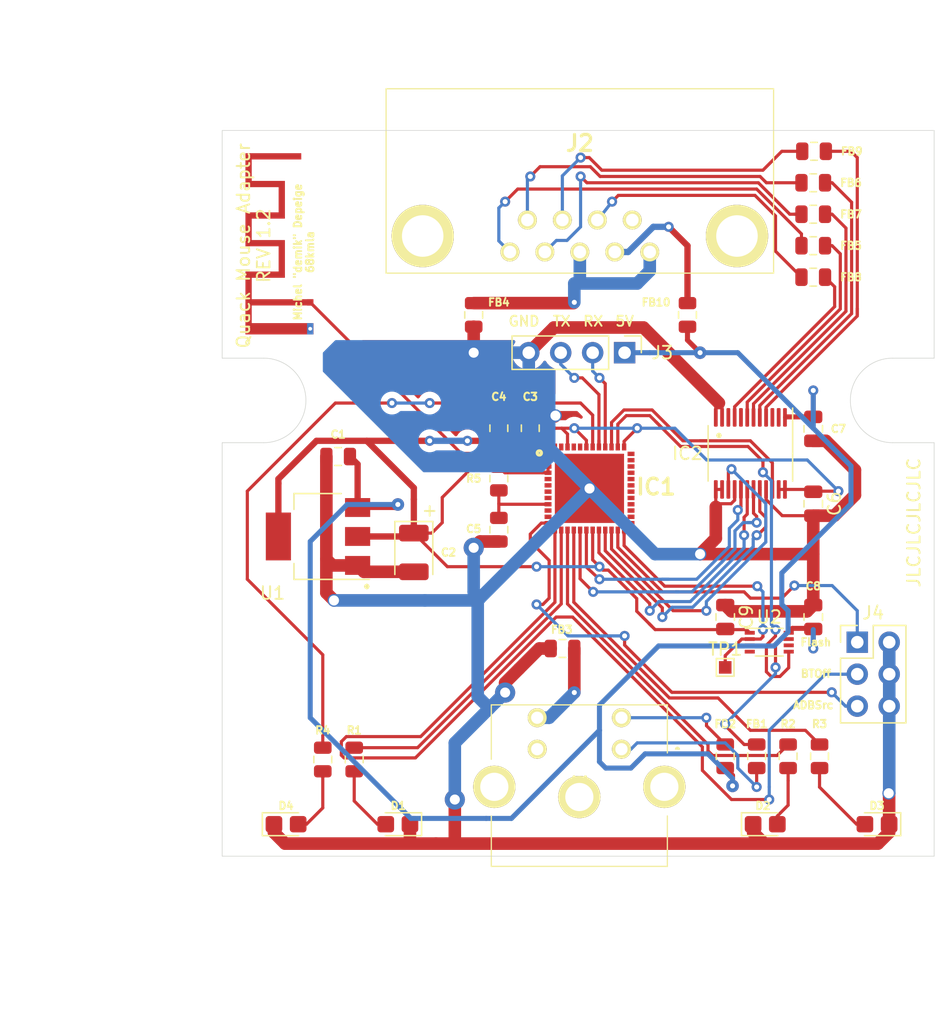
<source format=kicad_pcb>
(kicad_pcb (version 20171130) (host pcbnew "(5.1.8-0-10_14)")

  (general
    (thickness 1.6)
    (drawings 27)
    (tracks 565)
    (zones 0)
    (modules 38)
    (nets 43)
  )

  (page A4)
  (title_block
    (title "Quack Mouse Adapter")
    (date 2021-01-08)
    (rev 1.2)
    (company Lostwave)
    (comment 1 https://68kmla.org)
    (comment 2 https://github.com/demik/quack/tree/master/EDA)
  )

  (layers
    (0 F.Cu signal)
    (31 B.Cu signal)
    (33 F.Adhes user)
    (35 F.Paste user)
    (37 F.SilkS user)
    (38 B.Mask user)
    (39 F.Mask user)
    (40 Dwgs.User user)
    (41 Cmts.User user)
    (42 Eco1.User user)
    (43 Eco2.User user)
    (44 Edge.Cuts user)
    (45 Margin user)
    (46 B.CrtYd user)
    (47 F.CrtYd user)
    (49 F.Fab user)
  )

  (setup
    (last_trace_width 0.25)
    (trace_clearance 0.2)
    (zone_clearance 0.508)
    (zone_45_only no)
    (trace_min 0.2)
    (via_size 0.8)
    (via_drill 0.4)
    (via_min_size 0.4)
    (via_min_drill 0.3)
    (uvia_size 0.3)
    (uvia_drill 0.1)
    (uvias_allowed no)
    (uvia_min_size 0.2)
    (uvia_min_drill 0.1)
    (edge_width 0.05)
    (segment_width 0.2)
    (pcb_text_width 0.3)
    (pcb_text_size 1.5 1.5)
    (mod_edge_width 0.12)
    (mod_text_size 1 1)
    (mod_text_width 0.15)
    (pad_size 6.4 6.4)
    (pad_drill 3.2)
    (pad_to_mask_clearance 0.051)
    (solder_mask_min_width 0.25)
    (aux_axis_origin 0 0)
    (visible_elements FFFFFF7F)
    (pcbplotparams
      (layerselection 0x010e8_ffffffff)
      (usegerberextensions false)
      (usegerberattributes false)
      (usegerberadvancedattributes false)
      (creategerberjobfile false)
      (excludeedgelayer true)
      (linewidth 0.100000)
      (plotframeref false)
      (viasonmask false)
      (mode 1)
      (useauxorigin false)
      (hpglpennumber 1)
      (hpglpenspeed 20)
      (hpglpendiameter 15.000000)
      (psnegative false)
      (psa4output false)
      (plotreference true)
      (plotvalue true)
      (plotinvisibletext false)
      (padsonsilk false)
      (subtractmaskfromsilk false)
      (outputformat 1)
      (mirror false)
      (drillshape 0)
      (scaleselection 1)
      (outputdirectory "./"))
  )

  (net 0 "")
  (net 1 GND)
  (net 2 +5V)
  (net 3 +3V3)
  (net 4 "Net-(D1-Pad2)")
  (net 5 "Net-(D2-Pad2)")
  (net 6 "Net-(D3-Pad2)")
  (net 7 "Net-(D4-Pad2)")
  (net 8 "Net-(IC1-Pad14)")
  (net 9 "Net-(IC1-Pad15)")
  (net 10 "Net-(IC1-Pad16)")
  (net 11 "Net-(IC1-Pad42)")
  (net 12 U0RXD)
  (net 13 U0TXD)
  (net 14 /quack_connectors/QY2_5V)
  (net 15 /quack_connectors/CLICK_5V)
  (net 16 /quack_connectors/QY1_5V)
  (net 17 /quack_connectors/QX1_5V)
  (net 18 /quack_connectors/QX2_5V)
  (net 19 FLASH)
  (net 20 QY1_3V)
  (net 21 QX1_3V)
  (net 22 QX2_3V)
  (net 23 QY2_3V)
  (net 24 CLICK_3V)
  (net 25 ADB)
  (net 26 "Net-(C5-Pad1)")
  (net 27 ADBSRC)
  (net 28 BTOFF)
  (net 29 "Net-(FB1-Pad1)")
  (net 30 "Net-(FB1-Pad2)")
  (net 31 "Net-(FB2-Pad2)")
  (net 32 "Net-(FB3-Pad2)")
  (net 33 "Net-(FB4-Pad2)")
  (net 34 "Net-(FB5-Pad1)")
  (net 35 "Net-(FB6-Pad1)")
  (net 36 "Net-(FB7-Pad1)")
  (net 37 "Net-(FB8-Pad1)")
  (net 38 "Net-(FB9-Pad1)")
  (net 39 "Net-(FB10-Pad1)")
  (net 40 "Net-(ANT1-Pad1)")
  (net 41 ~OE)
  (net 42 DIR)

  (net_class Default "Ceci est la Netclass par défaut."
    (clearance 0.2)
    (trace_width 0.25)
    (via_dia 0.8)
    (via_drill 0.4)
    (uvia_dia 0.3)
    (uvia_drill 0.1)
    (add_net +3V3)
    (add_net /quack_connectors/CLICK_5V)
    (add_net /quack_connectors/QX1_5V)
    (add_net /quack_connectors/QX2_5V)
    (add_net /quack_connectors/QY1_5V)
    (add_net /quack_connectors/QY2_5V)
    (add_net ADB)
    (add_net ADBSRC)
    (add_net BTOFF)
    (add_net CLICK_3V)
    (add_net DIR)
    (add_net FLASH)
    (add_net "Net-(ANT1-Pad1)")
    (add_net "Net-(C5-Pad1)")
    (add_net "Net-(D1-Pad2)")
    (add_net "Net-(D2-Pad2)")
    (add_net "Net-(D3-Pad2)")
    (add_net "Net-(D4-Pad2)")
    (add_net "Net-(FB1-Pad1)")
    (add_net "Net-(FB1-Pad2)")
    (add_net "Net-(FB10-Pad1)")
    (add_net "Net-(FB2-Pad2)")
    (add_net "Net-(FB3-Pad2)")
    (add_net "Net-(FB4-Pad2)")
    (add_net "Net-(FB5-Pad1)")
    (add_net "Net-(FB6-Pad1)")
    (add_net "Net-(FB7-Pad1)")
    (add_net "Net-(FB8-Pad1)")
    (add_net "Net-(FB9-Pad1)")
    (add_net "Net-(IC1-Pad14)")
    (add_net "Net-(IC1-Pad15)")
    (add_net "Net-(IC1-Pad16)")
    (add_net "Net-(IC1-Pad42)")
    (add_net QX1_3V)
    (add_net QX2_3V)
    (add_net QY1_3V)
    (add_net QY2_3V)
    (add_net U0RXD)
    (add_net U0TXD)
    (add_net ~OE)
  )

  (net_class +V ""
    (clearance 0.2)
    (trace_width 0.4)
    (via_dia 0.8)
    (via_drill 0.4)
    (uvia_dia 0.3)
    (uvia_drill 0.1)
    (add_net +5V)
  )

  (net_class GND ""
    (clearance 0.2)
    (trace_width 1)
    (via_dia 1.6)
    (via_drill 0.8)
    (uvia_dia 0.3)
    (uvia_drill 0.1)
    (add_net GND)
  )

  (module TestPoint:TestPoint_Pad_1.0x1.0mm (layer F.Cu) (tedit 5A0F774F) (tstamp 6068C7F5)
    (at 167 112)
    (descr "SMD rectangular pad as test Point, square 1.0mm side length")
    (tags "test point SMD pad rectangle square")
    (path /5F5EA845/6075B7BC)
    (attr virtual)
    (fp_text reference TP1 (at 0 -1.448) (layer F.SilkS)
      (effects (font (size 1 1) (thickness 0.15)))
    )
    (fp_text value "TestPoint ADB ESP32" (at 0 1.55) (layer F.Fab) hide
      (effects (font (size 1 1) (thickness 0.15)))
    )
    (fp_line (start 1 1) (end -1 1) (layer F.CrtYd) (width 0.05))
    (fp_line (start 1 1) (end 1 -1) (layer F.CrtYd) (width 0.05))
    (fp_line (start -1 -1) (end -1 1) (layer F.CrtYd) (width 0.05))
    (fp_line (start -1 -1) (end 1 -1) (layer F.CrtYd) (width 0.05))
    (fp_line (start -0.7 0.7) (end -0.7 -0.7) (layer F.SilkS) (width 0.12))
    (fp_line (start 0.7 0.7) (end -0.7 0.7) (layer F.SilkS) (width 0.12))
    (fp_line (start 0.7 -0.7) (end 0.7 0.7) (layer F.SilkS) (width 0.12))
    (fp_line (start -0.7 -0.7) (end 0.7 -0.7) (layer F.SilkS) (width 0.12))
    (fp_text user %R (at 0 -1.45) (layer F.Fab)
      (effects (font (size 1 1) (thickness 0.15)))
    )
    (pad 1 smd rect (at 0 0) (size 1 1) (layers F.Cu F.Mask)
      (net 25 ADB))
  )

  (module Package_SO:TSSOP-24_4.4x6.5mm_P0.5mm (layer F.Cu) (tedit 5E476F32) (tstamp 6068A48A)
    (at 169 95 270)
    (descr "TSSOP, 24 Pin (JEDEC MO-153 Var BB https://www.jedec.org/document_search?search_api_views_fulltext=MO-153), generated with kicad-footprint-generator ipc_gullwing_generator.py")
    (tags "TSSOP SO")
    (path /5F5EA845/606C38B8)
    (attr smd)
    (fp_text reference IC2 (at 0 5 180) (layer F.SilkS)
      (effects (font (size 1 1) (thickness 0.15)))
    )
    (fp_text value SN74LVC4245APWR (at 0 4.2 90) (layer F.Fab)
      (effects (font (size 1 1) (thickness 0.15)))
    )
    (fp_line (start 3.85 -3.5) (end -3.85 -3.5) (layer F.CrtYd) (width 0.05))
    (fp_line (start 3.85 3.5) (end 3.85 -3.5) (layer F.CrtYd) (width 0.05))
    (fp_line (start -3.85 3.5) (end 3.85 3.5) (layer F.CrtYd) (width 0.05))
    (fp_line (start -3.85 -3.5) (end -3.85 3.5) (layer F.CrtYd) (width 0.05))
    (fp_line (start -2.2 -2.25) (end -1.2 -3.25) (layer F.Fab) (width 0.1))
    (fp_line (start -2.2 3.25) (end -2.2 -2.25) (layer F.Fab) (width 0.1))
    (fp_line (start 2.2 3.25) (end -2.2 3.25) (layer F.Fab) (width 0.1))
    (fp_line (start 2.2 -3.25) (end 2.2 3.25) (layer F.Fab) (width 0.1))
    (fp_line (start -1.2 -3.25) (end 2.2 -3.25) (layer F.Fab) (width 0.1))
    (fp_line (start 0 -3.36) (end -3.6 -3.36) (layer F.SilkS) (width 0.12))
    (fp_line (start 0 -3.36) (end 2.2 -3.36) (layer F.SilkS) (width 0.12))
    (fp_line (start 0 3.36) (end -2.2 3.36) (layer F.SilkS) (width 0.12))
    (fp_line (start 0 3.36) (end 2.2 3.36) (layer F.SilkS) (width 0.12))
    (fp_text user %R (at 0 0 90) (layer F.Fab)
      (effects (font (size 1 1) (thickness 0.15)))
    )
    (pad 24 smd roundrect (at 2.8625 -2.75 270) (size 1.475 0.3) (layers F.Cu F.Paste F.Mask) (roundrect_rratio 0.25)
      (net 3 +3V3))
    (pad 23 smd roundrect (at 2.8625 -2.25 270) (size 1.475 0.3) (layers F.Cu F.Paste F.Mask) (roundrect_rratio 0.25)
      (net 3 +3V3))
    (pad 22 smd roundrect (at 2.8625 -1.75 270) (size 1.475 0.3) (layers F.Cu F.Paste F.Mask) (roundrect_rratio 0.25)
      (net 41 ~OE))
    (pad 21 smd roundrect (at 2.8625 -1.25 270) (size 1.475 0.3) (layers F.Cu F.Paste F.Mask) (roundrect_rratio 0.25)
      (net 1 GND))
    (pad 20 smd roundrect (at 2.8625 -0.75 270) (size 1.475 0.3) (layers F.Cu F.Paste F.Mask) (roundrect_rratio 0.25)
      (net 23 QY2_3V))
    (pad 19 smd roundrect (at 2.8625 -0.25 270) (size 1.475 0.3) (layers F.Cu F.Paste F.Mask) (roundrect_rratio 0.25)
      (net 20 QY1_3V))
    (pad 18 smd roundrect (at 2.8625 0.25 270) (size 1.475 0.3) (layers F.Cu F.Paste F.Mask) (roundrect_rratio 0.25)
      (net 22 QX2_3V))
    (pad 17 smd roundrect (at 2.8625 0.75 270) (size 1.475 0.3) (layers F.Cu F.Paste F.Mask) (roundrect_rratio 0.25)
      (net 21 QX1_3V))
    (pad 16 smd roundrect (at 2.8625 1.25 270) (size 1.475 0.3) (layers F.Cu F.Paste F.Mask) (roundrect_rratio 0.25)
      (net 1 GND))
    (pad 15 smd roundrect (at 2.8625 1.75 270) (size 1.475 0.3) (layers F.Cu F.Paste F.Mask) (roundrect_rratio 0.25)
      (net 24 CLICK_3V))
    (pad 14 smd roundrect (at 2.8625 2.25 270) (size 1.475 0.3) (layers F.Cu F.Paste F.Mask) (roundrect_rratio 0.25)
      (net 1 GND))
    (pad 13 smd roundrect (at 2.8625 2.75 270) (size 1.475 0.3) (layers F.Cu F.Paste F.Mask) (roundrect_rratio 0.25)
      (net 1 GND))
    (pad 12 smd roundrect (at -2.8625 2.75 270) (size 1.475 0.3) (layers F.Cu F.Paste F.Mask) (roundrect_rratio 0.25)
      (net 1 GND))
    (pad 11 smd roundrect (at -2.8625 2.25 270) (size 1.475 0.3) (layers F.Cu F.Paste F.Mask) (roundrect_rratio 0.25)
      (net 1 GND))
    (pad 10 smd roundrect (at -2.8625 1.75 270) (size 1.475 0.3) (layers F.Cu F.Paste F.Mask) (roundrect_rratio 0.25))
    (pad 9 smd roundrect (at -2.8625 1.25 270) (size 1.475 0.3) (layers F.Cu F.Paste F.Mask) (roundrect_rratio 0.25)
      (net 15 /quack_connectors/CLICK_5V))
    (pad 8 smd roundrect (at -2.8625 0.75 270) (size 1.475 0.3) (layers F.Cu F.Paste F.Mask) (roundrect_rratio 0.25))
    (pad 7 smd roundrect (at -2.8625 0.25 270) (size 1.475 0.3) (layers F.Cu F.Paste F.Mask) (roundrect_rratio 0.25)
      (net 17 /quack_connectors/QX1_5V))
    (pad 6 smd roundrect (at -2.8625 -0.25 270) (size 1.475 0.3) (layers F.Cu F.Paste F.Mask) (roundrect_rratio 0.25)
      (net 18 /quack_connectors/QX2_5V))
    (pad 5 smd roundrect (at -2.8625 -0.75 270) (size 1.475 0.3) (layers F.Cu F.Paste F.Mask) (roundrect_rratio 0.25)
      (net 16 /quack_connectors/QY1_5V))
    (pad 4 smd roundrect (at -2.8625 -1.25 270) (size 1.475 0.3) (layers F.Cu F.Paste F.Mask) (roundrect_rratio 0.25)
      (net 14 /quack_connectors/QY2_5V))
    (pad 3 smd roundrect (at -2.8625 -1.75 270) (size 1.475 0.3) (layers F.Cu F.Paste F.Mask) (roundrect_rratio 0.25))
    (pad 2 smd roundrect (at -2.8625 -2.25 270) (size 1.475 0.3) (layers F.Cu F.Paste F.Mask) (roundrect_rratio 0.25))
    (pad 1 smd roundrect (at -2.8625 -2.75 270) (size 1.475 0.3) (layers F.Cu F.Paste F.Mask) (roundrect_rratio 0.25)
      (net 2 +5V))
    (model ${KISYS3DMOD}/Package_SO.3dshapes/TSSOP-24_4.4x6.5mm_P0.5mm.wrl
      (at (xyz 0 0 0))
      (scale (xyz 1 1 1))
      (rotate (xyz 0 0 0))
    )
  )

  (module Capacitor_SMD:C_0805_2012Metric (layer F.Cu) (tedit 5F68FEEE) (tstamp 6068AB7D)
    (at 167 108 270)
    (descr "Capacitor SMD 0805 (2012 Metric), square (rectangular) end terminal, IPC_7351 nominal, (Body size source: IPC-SM-782 page 76, https://www.pcb-3d.com/wordpress/wp-content/uploads/ipc-sm-782a_amendment_1_and_2.pdf, https://docs.google.com/spreadsheets/d/1BsfQQcO9C6DZCsRaXUlFlo91Tg2WpOkGARC1WS5S8t0/edit?usp=sharing), generated with kicad-footprint-generator")
    (tags capacitor)
    (path /5F5EA845/6072461C)
    (attr smd)
    (fp_text reference C9 (at 0 -1.68 90) (layer F.SilkS)
      (effects (font (size 1 1) (thickness 0.15)))
    )
    (fp_text value 100nF (at 0 1.68 90) (layer F.Fab)
      (effects (font (size 1 1) (thickness 0.15)))
    )
    (fp_line (start 1.7 0.98) (end -1.7 0.98) (layer F.CrtYd) (width 0.05))
    (fp_line (start 1.7 -0.98) (end 1.7 0.98) (layer F.CrtYd) (width 0.05))
    (fp_line (start -1.7 -0.98) (end 1.7 -0.98) (layer F.CrtYd) (width 0.05))
    (fp_line (start -1.7 0.98) (end -1.7 -0.98) (layer F.CrtYd) (width 0.05))
    (fp_line (start -0.261252 0.735) (end 0.261252 0.735) (layer F.SilkS) (width 0.12))
    (fp_line (start -0.261252 -0.735) (end 0.261252 -0.735) (layer F.SilkS) (width 0.12))
    (fp_line (start 1 0.625) (end -1 0.625) (layer F.Fab) (width 0.1))
    (fp_line (start 1 -0.625) (end 1 0.625) (layer F.Fab) (width 0.1))
    (fp_line (start -1 -0.625) (end 1 -0.625) (layer F.Fab) (width 0.1))
    (fp_line (start -1 0.625) (end -1 -0.625) (layer F.Fab) (width 0.1))
    (fp_text user %R (at 0 0 90) (layer F.Fab)
      (effects (font (size 0.5 0.5) (thickness 0.08)))
    )
    (pad 2 smd roundrect (at 0.95 0 270) (size 1 1.45) (layers F.Cu F.Paste F.Mask) (roundrect_rratio 0.25)
      (net 3 +3V3))
    (pad 1 smd roundrect (at -0.95 0 270) (size 1 1.45) (layers F.Cu F.Paste F.Mask) (roundrect_rratio 0.25)
      (net 1 GND))
    (model ${KISYS3DMOD}/Capacitor_SMD.3dshapes/C_0805_2012Metric.wrl
      (at (xyz 0 0 0))
      (scale (xyz 1 1 1))
      (rotate (xyz 0 0 0))
    )
  )

  (module Capacitor_SMD:C_0805_2012Metric (layer F.Cu) (tedit 5F68FEEE) (tstamp 606937EB)
    (at 174 108 90)
    (descr "Capacitor SMD 0805 (2012 Metric), square (rectangular) end terminal, IPC_7351 nominal, (Body size source: IPC-SM-782 page 76, https://www.pcb-3d.com/wordpress/wp-content/uploads/ipc-sm-782a_amendment_1_and_2.pdf, https://docs.google.com/spreadsheets/d/1BsfQQcO9C6DZCsRaXUlFlo91Tg2WpOkGARC1WS5S8t0/edit?usp=sharing), generated with kicad-footprint-generator")
    (tags capacitor)
    (path /5F5EA845/60720746)
    (attr smd)
    (fp_text reference C8 (at 2.45 0 180) (layer F.SilkS)
      (effects (font (size 0.6 0.6) (thickness 0.15)))
    )
    (fp_text value 100nF (at 0 1.68 90) (layer F.Fab)
      (effects (font (size 1 1) (thickness 0.15)))
    )
    (fp_line (start 1.7 0.98) (end -1.7 0.98) (layer F.CrtYd) (width 0.05))
    (fp_line (start 1.7 -0.98) (end 1.7 0.98) (layer F.CrtYd) (width 0.05))
    (fp_line (start -1.7 -0.98) (end 1.7 -0.98) (layer F.CrtYd) (width 0.05))
    (fp_line (start -1.7 0.98) (end -1.7 -0.98) (layer F.CrtYd) (width 0.05))
    (fp_line (start -0.261252 0.735) (end 0.261252 0.735) (layer F.SilkS) (width 0.12))
    (fp_line (start -0.261252 -0.735) (end 0.261252 -0.735) (layer F.SilkS) (width 0.12))
    (fp_line (start 1 0.625) (end -1 0.625) (layer F.Fab) (width 0.1))
    (fp_line (start 1 -0.625) (end 1 0.625) (layer F.Fab) (width 0.1))
    (fp_line (start -1 -0.625) (end 1 -0.625) (layer F.Fab) (width 0.1))
    (fp_line (start -1 0.625) (end -1 -0.625) (layer F.Fab) (width 0.1))
    (fp_text user %R (at 0 0 90) (layer F.Fab)
      (effects (font (size 0.5 0.5) (thickness 0.08)))
    )
    (pad 2 smd roundrect (at 0.95 0 90) (size 1 1.45) (layers F.Cu F.Paste F.Mask) (roundrect_rratio 0.25)
      (net 1 GND))
    (pad 1 smd roundrect (at -0.95 0 90) (size 1 1.45) (layers F.Cu F.Paste F.Mask) (roundrect_rratio 0.25)
      (net 2 +5V))
    (model ${KISYS3DMOD}/Capacitor_SMD.3dshapes/C_0805_2012Metric.wrl
      (at (xyz 0 0 0))
      (scale (xyz 1 1 1))
      (rotate (xyz 0 0 0))
    )
  )

  (module Capacitor_SMD:C_0805_2012Metric (layer F.Cu) (tedit 5F68FEEE) (tstamp 6068AB5B)
    (at 174 93.05 90)
    (descr "Capacitor SMD 0805 (2012 Metric), square (rectangular) end terminal, IPC_7351 nominal, (Body size source: IPC-SM-782 page 76, https://www.pcb-3d.com/wordpress/wp-content/uploads/ipc-sm-782a_amendment_1_and_2.pdf, https://docs.google.com/spreadsheets/d/1BsfQQcO9C6DZCsRaXUlFlo91Tg2WpOkGARC1WS5S8t0/edit?usp=sharing), generated with kicad-footprint-generator")
    (tags capacitor)
    (path /5F5EA845/606B3077)
    (attr smd)
    (fp_text reference C7 (at 0 2 180) (layer F.SilkS)
      (effects (font (size 0.6 0.6) (thickness 0.15)))
    )
    (fp_text value 100nF (at 0 1.68 90) (layer F.Fab)
      (effects (font (size 1 1) (thickness 0.15)))
    )
    (fp_line (start 1.7 0.98) (end -1.7 0.98) (layer F.CrtYd) (width 0.05))
    (fp_line (start 1.7 -0.98) (end 1.7 0.98) (layer F.CrtYd) (width 0.05))
    (fp_line (start -1.7 -0.98) (end 1.7 -0.98) (layer F.CrtYd) (width 0.05))
    (fp_line (start -1.7 0.98) (end -1.7 -0.98) (layer F.CrtYd) (width 0.05))
    (fp_line (start -0.261252 0.735) (end 0.261252 0.735) (layer F.SilkS) (width 0.12))
    (fp_line (start -0.261252 -0.735) (end 0.261252 -0.735) (layer F.SilkS) (width 0.12))
    (fp_line (start 1 0.625) (end -1 0.625) (layer F.Fab) (width 0.1))
    (fp_line (start 1 -0.625) (end 1 0.625) (layer F.Fab) (width 0.1))
    (fp_line (start -1 -0.625) (end 1 -0.625) (layer F.Fab) (width 0.1))
    (fp_line (start -1 0.625) (end -1 -0.625) (layer F.Fab) (width 0.1))
    (fp_text user %R (at 0 0 90) (layer F.Fab)
      (effects (font (size 0.5 0.5) (thickness 0.08)))
    )
    (pad 2 smd roundrect (at 0.95 0 90) (size 1 1.45) (layers F.Cu F.Paste F.Mask) (roundrect_rratio 0.25)
      (net 2 +5V))
    (pad 1 smd roundrect (at -0.95 0 90) (size 1 1.45) (layers F.Cu F.Paste F.Mask) (roundrect_rratio 0.25)
      (net 1 GND))
    (model ${KISYS3DMOD}/Capacitor_SMD.3dshapes/C_0805_2012Metric.wrl
      (at (xyz 0 0 0))
      (scale (xyz 1 1 1))
      (rotate (xyz 0 0 0))
    )
  )

  (module Capacitor_SMD:C_0805_2012Metric (layer F.Cu) (tedit 5F68FEEE) (tstamp 6068AB4A)
    (at 174 99 270)
    (descr "Capacitor SMD 0805 (2012 Metric), square (rectangular) end terminal, IPC_7351 nominal, (Body size source: IPC-SM-782 page 76, https://www.pcb-3d.com/wordpress/wp-content/uploads/ipc-sm-782a_amendment_1_and_2.pdf, https://docs.google.com/spreadsheets/d/1BsfQQcO9C6DZCsRaXUlFlo91Tg2WpOkGARC1WS5S8t0/edit?usp=sharing), generated with kicad-footprint-generator")
    (tags capacitor)
    (path /5F5EA845/606B1EA2)
    (attr smd)
    (fp_text reference C6 (at 0 -1.68 90) (layer F.SilkS)
      (effects (font (size 1 1) (thickness 0.15)))
    )
    (fp_text value 100nF (at 0 1.68 90) (layer F.Fab)
      (effects (font (size 1 1) (thickness 0.15)))
    )
    (fp_line (start 1.7 0.98) (end -1.7 0.98) (layer F.CrtYd) (width 0.05))
    (fp_line (start 1.7 -0.98) (end 1.7 0.98) (layer F.CrtYd) (width 0.05))
    (fp_line (start -1.7 -0.98) (end 1.7 -0.98) (layer F.CrtYd) (width 0.05))
    (fp_line (start -1.7 0.98) (end -1.7 -0.98) (layer F.CrtYd) (width 0.05))
    (fp_line (start -0.261252 0.735) (end 0.261252 0.735) (layer F.SilkS) (width 0.12))
    (fp_line (start -0.261252 -0.735) (end 0.261252 -0.735) (layer F.SilkS) (width 0.12))
    (fp_line (start 1 0.625) (end -1 0.625) (layer F.Fab) (width 0.1))
    (fp_line (start 1 -0.625) (end 1 0.625) (layer F.Fab) (width 0.1))
    (fp_line (start -1 -0.625) (end 1 -0.625) (layer F.Fab) (width 0.1))
    (fp_line (start -1 0.625) (end -1 -0.625) (layer F.Fab) (width 0.1))
    (fp_text user %R (at 0 0 90) (layer F.Fab)
      (effects (font (size 0.5 0.5) (thickness 0.08)))
    )
    (pad 2 smd roundrect (at 0.95 0 270) (size 1 1.45) (layers F.Cu F.Paste F.Mask) (roundrect_rratio 0.25)
      (net 1 GND))
    (pad 1 smd roundrect (at -0.95 0 270) (size 1 1.45) (layers F.Cu F.Paste F.Mask) (roundrect_rratio 0.25)
      (net 3 +3V3))
    (model ${KISYS3DMOD}/Capacitor_SMD.3dshapes/C_0805_2012Metric.wrl
      (at (xyz 0 0 0))
      (scale (xyz 1 1 1))
      (rotate (xyz 0 0 0))
    )
  )

  (module Quack_MDIN4:57491811 (layer F.Cu) (tedit 5F5E633E) (tstamp 5FECCD65)
    (at 158.75 118.5)
    (descr 5749181-1-2)
    (tags Connector)
    (path /5F5EA845/5F5EB6CA)
    (fp_text reference J1 (at -3.35 2.895) (layer F.SilkS)
      (effects (font (size 1.27 1.27) (thickness 0.254)))
    )
    (fp_text value DIN-4 (at -3.35 2.895) (layer F.SilkS) hide
      (effects (font (size 1.27 1.27) (thickness 0.254)))
    )
    (fp_line (start -10.35 9.31) (end 3.65 9.31) (layer Dwgs.User) (width 0.2))
    (fp_line (start 3.65 9.31) (end 3.65 -3.52) (layer Dwgs.User) (width 0.2))
    (fp_line (start 3.65 -3.52) (end -10.35 -3.52) (layer Dwgs.User) (width 0.2))
    (fp_line (start -10.35 -3.52) (end -10.35 9.31) (layer Dwgs.User) (width 0.2))
    (fp_line (start -12.788 10.31) (end 6.088 10.31) (layer Dwgs.User) (width 0.1))
    (fp_line (start 6.088 10.31) (end 6.088 -4.52) (layer Dwgs.User) (width 0.1))
    (fp_line (start 6.088 -4.52) (end -12.788 -4.52) (layer Dwgs.User) (width 0.1))
    (fp_line (start -12.788 -4.52) (end -12.788 10.31) (layer Dwgs.User) (width 0.1))
    (fp_line (start -10.35 5.3) (end -10.35 9.31) (layer F.SilkS) (width 0.1))
    (fp_line (start -10.35 9.31) (end 3.65 9.31) (layer F.SilkS) (width 0.1))
    (fp_line (start 3.65 9.31) (end 3.65 5.3) (layer F.SilkS) (width 0.1))
    (fp_line (start -10.35 0.8) (end -10.35 -3.52) (layer F.SilkS) (width 0.1))
    (fp_line (start -10.35 -3.52) (end 3.65 -3.52) (layer F.SilkS) (width 0.1))
    (fp_line (start 3.65 -3.52) (end 3.65 0.3) (layer F.SilkS) (width 0.1))
    (fp_line (start 4.5 0) (end 4.5 0) (layer F.SilkS) (width 0.1))
    (fp_line (start 4.6 0) (end 4.6 0) (layer F.SilkS) (width 0.1))
    (fp_arc (start 4.45 0) (end 4.6 0) (angle -180) (layer F.SilkS) (width 0.1))
    (fp_arc (start 4.45 0) (end 4.5 0) (angle -180) (layer F.SilkS) (width 0.1))
    (pad MH3 thru_hole circle (at 3.41 2.99 90) (size 3.356 3.356) (drill 2.237) (layers *.Cu *.Mask F.SilkS))
    (pad MH2 thru_hole circle (at -10.11 2.99 90) (size 3.356 3.356) (drill 2.237) (layers *.Cu *.Mask F.SilkS))
    (pad MH1 thru_hole circle (at -3.35 3.8 90) (size 3.356 3.356) (drill 2.237) (layers *.Cu *.Mask F.SilkS))
    (pad 4 thru_hole circle (at -6.7 -2.5 90) (size 1.509 1.509) (drill 0.97) (layers *.Cu *.Mask F.SilkS)
      (net 32 "Net-(FB3-Pad2)"))
    (pad 3 thru_hole circle (at 0 -2.5 90) (size 1.509 1.509) (drill 0.97) (layers *.Cu *.Mask F.SilkS)
      (net 31 "Net-(FB2-Pad2)"))
    (pad 2 thru_hole circle (at -6.7 0 90) (size 1.509 1.509) (drill 0.97) (layers *.Cu *.Mask F.SilkS))
    (pad 1 thru_hole circle (at 0 0 90) (size 1.509 1.509) (drill 0.97) (layers *.Cu *.Mask F.SilkS)
      (net 29 "Net-(FB1-Pad1)"))
  )

  (module ESP32-PICO-D4:ESP32-PICO-D4_1 (layer F.Cu) (tedit 5F5E529E) (tstamp 5F5EBCE9)
    (at 156.21 97.79)
    (descr ESP32-PICO-D4_1)
    (tags "Integrated Circuit")
    (path /5F5E5479)
    (attr smd)
    (fp_text reference IC1 (at 5.29 -0.132) (layer F.SilkS)
      (effects (font (size 1.27 1.27) (thickness 0.254)))
    )
    (fp_text value ESP32-PICO-D4 (at -0.341 -0.132) (layer F.SilkS) hide
      (effects (font (size 1.27 1.27) (thickness 0.254)))
    )
    (fp_line (start -3.5 -3.5) (end 3.5 -3.5) (layer Dwgs.User) (width 0.2))
    (fp_line (start 3.5 -3.5) (end 3.5 3.5) (layer Dwgs.User) (width 0.2))
    (fp_line (start 3.5 3.5) (end -3.5 3.5) (layer Dwgs.User) (width 0.2))
    (fp_line (start -3.5 3.5) (end -3.5 -3.5) (layer Dwgs.User) (width 0.2))
    (fp_circle (center -3.991 -2.825) (end -4.02812 -2.825) (layer F.SilkS) (width 0.254))
    (pad 49 smd rect (at -0.006 -0.013 90) (size 5.5 5.5) (layers F.Cu F.Paste F.Mask)
      (net 1 GND))
    (pad 48 smd rect (at -2.75 -3.3) (size 0.35 0.55) (layers F.Cu F.Paste F.Mask))
    (pad 47 smd rect (at -2.25 -3.3) (size 0.35 0.55) (layers F.Cu F.Paste F.Mask))
    (pad 46 smd rect (at -1.75 -3.3) (size 0.35 0.55) (layers F.Cu F.Paste F.Mask)
      (net 3 +3V3))
    (pad 45 smd rect (at -1.25 -3.3) (size 0.35 0.55) (layers F.Cu F.Paste F.Mask))
    (pad 44 smd rect (at -0.75 -3.3) (size 0.35 0.55) (layers F.Cu F.Paste F.Mask))
    (pad 43 smd rect (at -0.25 -3.3) (size 0.35 0.55) (layers F.Cu F.Paste F.Mask)
      (net 3 +3V3))
    (pad 42 smd rect (at 0.25 -3.3) (size 0.35 0.55) (layers F.Cu F.Paste F.Mask)
      (net 11 "Net-(IC1-Pad42)"))
    (pad 41 smd rect (at 0.75 -3.3) (size 0.35 0.55) (layers F.Cu F.Paste F.Mask)
      (net 13 U0TXD))
    (pad 40 smd rect (at 1.25 -3.3) (size 0.35 0.55) (layers F.Cu F.Paste F.Mask)
      (net 12 U0RXD))
    (pad 39 smd rect (at 1.75 -3.3) (size 0.35 0.55) (layers F.Cu F.Paste F.Mask)
      (net 41 ~OE))
    (pad 38 smd rect (at 2.25 -3.3) (size 0.35 0.55) (layers F.Cu F.Paste F.Mask)
      (net 42 DIR))
    (pad 37 smd rect (at 2.75 -3.3) (size 0.35 0.55) (layers F.Cu F.Paste F.Mask)
      (net 3 +3V3))
    (pad 36 smd rect (at 3.3 -2.75 90) (size 0.35 0.55) (layers F.Cu F.Paste F.Mask))
    (pad 35 smd rect (at 3.3 -2.25 90) (size 0.35 0.55) (layers F.Cu F.Paste F.Mask))
    (pad 34 smd rect (at 3.3 -1.75 90) (size 0.35 0.55) (layers F.Cu F.Paste F.Mask))
    (pad 33 smd rect (at 3.3 -1.25 90) (size 0.35 0.55) (layers F.Cu F.Paste F.Mask))
    (pad 32 smd rect (at 3.3 -0.75 90) (size 0.35 0.55) (layers F.Cu F.Paste F.Mask))
    (pad 31 smd rect (at 3.3 -0.25 90) (size 0.35 0.55) (layers F.Cu F.Paste F.Mask))
    (pad 30 smd rect (at 3.3 0.25 90) (size 0.35 0.55) (layers F.Cu F.Paste F.Mask))
    (pad 29 smd rect (at 3.3 0.75 90) (size 0.35 0.55) (layers F.Cu F.Paste F.Mask))
    (pad 28 smd rect (at 3.3 1.25 90) (size 0.35 0.55) (layers F.Cu F.Paste F.Mask))
    (pad 27 smd rect (at 3.3 1.75 90) (size 0.35 0.55) (layers F.Cu F.Paste F.Mask))
    (pad 26 smd rect (at 3.3 2.25 90) (size 0.35 0.55) (layers F.Cu F.Paste F.Mask))
    (pad 25 smd rect (at 3.3 2.75 90) (size 0.35 0.55) (layers F.Cu F.Paste F.Mask))
    (pad 24 smd rect (at 2.75 3.3) (size 0.35 0.55) (layers F.Cu F.Paste F.Mask)
      (net 25 ADB))
    (pad 23 smd rect (at 2.25 3.3) (size 0.35 0.55) (layers F.Cu F.Paste F.Mask)
      (net 19 FLASH))
    (pad 22 smd rect (at 1.75 3.3) (size 0.35 0.55) (layers F.Cu F.Paste F.Mask)
      (net 24 CLICK_3V))
    (pad 21 smd rect (at 1.25 3.3) (size 0.35 0.55) (layers F.Cu F.Paste F.Mask)
      (net 23 QY2_3V))
    (pad 20 smd rect (at 0.75 3.3) (size 0.35 0.55) (layers F.Cu F.Paste F.Mask)
      (net 22 QX2_3V))
    (pad 19 smd rect (at 0.25 3.3) (size 0.35 0.55) (layers F.Cu F.Paste F.Mask)
      (net 3 +3V3))
    (pad 18 smd rect (at -0.25 3.3) (size 0.35 0.55) (layers F.Cu F.Paste F.Mask)
      (net 21 QX1_3V))
    (pad 17 smd rect (at -0.75 3.3) (size 0.35 0.55) (layers F.Cu F.Paste F.Mask)
      (net 20 QY1_3V))
    (pad 16 smd rect (at -1.25 3.3) (size 0.35 0.55) (layers F.Cu F.Paste F.Mask)
      (net 10 "Net-(IC1-Pad16)"))
    (pad 15 smd rect (at -1.75 3.3) (size 0.35 0.55) (layers F.Cu F.Paste F.Mask)
      (net 9 "Net-(IC1-Pad15)"))
    (pad 14 smd rect (at -2.25 3.3) (size 0.35 0.55) (layers F.Cu F.Paste F.Mask)
      (net 8 "Net-(IC1-Pad14)"))
    (pad 13 smd rect (at -2.75 3.3) (size 0.35 0.55) (layers F.Cu F.Paste F.Mask)
      (net 28 BTOFF))
    (pad 12 smd rect (at -3.3 2.75 90) (size 0.35 0.55) (layers F.Cu F.Paste F.Mask)
      (net 27 ADBSRC))
    (pad 11 smd rect (at -3.3 2.25 90) (size 0.35 0.55) (layers F.Cu F.Paste F.Mask))
    (pad 10 smd rect (at -3.3 1.75 90) (size 0.35 0.55) (layers F.Cu F.Paste F.Mask))
    (pad 9 smd rect (at -3.3 1.25 90) (size 0.35 0.55) (layers F.Cu F.Paste F.Mask)
      (net 26 "Net-(C5-Pad1)"))
    (pad 8 smd rect (at -3.3 0.75 90) (size 0.35 0.55) (layers F.Cu F.Paste F.Mask))
    (pad 7 smd rect (at -3.3 0.25 90) (size 0.35 0.55) (layers F.Cu F.Paste F.Mask))
    (pad 6 smd rect (at -3.3 -0.25 90) (size 0.35 0.55) (layers F.Cu F.Paste F.Mask))
    (pad 5 smd rect (at -3.3 -0.75 90) (size 0.35 0.55) (layers F.Cu F.Paste F.Mask))
    (pad 4 smd rect (at -3.3 -1.25 90) (size 0.35 0.55) (layers F.Cu F.Paste F.Mask)
      (net 3 +3V3))
    (pad 3 smd rect (at -3.3 -1.75 90) (size 0.35 0.55) (layers F.Cu F.Paste F.Mask)
      (net 3 +3V3))
    (pad 2 smd rect (at -3.3 -2.25 90) (size 0.35 0.55) (layers F.Cu F.Paste F.Mask)
      (net 40 "Net-(ANT1-Pad1)"))
    (pad 1 smd rect (at -3.3 -2.75 90) (size 0.35 0.55) (layers F.Cu F.Paste F.Mask)
      (net 3 +3V3))
  )

  (module Capacitor_SMD:C_0805_2012Metric (layer F.Cu) (tedit 5B36C52B) (tstamp 5F5EC470)
    (at 136.2225 95.25 180)
    (descr "Capacitor SMD 0805 (2012 Metric), square (rectangular) end terminal, IPC_7351 nominal, (Body size source: https://docs.google.com/spreadsheets/d/1BsfQQcO9C6DZCsRaXUlFlo91Tg2WpOkGARC1WS5S8t0/edit?usp=sharing), generated with kicad-footprint-generator")
    (tags capacitor)
    (path /5F60FDC9)
    (attr smd)
    (fp_text reference C1 (at 0 1.75) (layer F.SilkS)
      (effects (font (size 0.6 0.6) (thickness 0.15)))
    )
    (fp_text value 10uF (at 0 1.65) (layer F.Fab)
      (effects (font (size 1 1) (thickness 0.15)))
    )
    (fp_line (start -1 0.6) (end -1 -0.6) (layer F.Fab) (width 0.1))
    (fp_line (start -1 -0.6) (end 1 -0.6) (layer F.Fab) (width 0.1))
    (fp_line (start 1 -0.6) (end 1 0.6) (layer F.Fab) (width 0.1))
    (fp_line (start 1 0.6) (end -1 0.6) (layer F.Fab) (width 0.1))
    (fp_line (start -0.258578 -0.71) (end 0.258578 -0.71) (layer F.SilkS) (width 0.12))
    (fp_line (start -0.258578 0.71) (end 0.258578 0.71) (layer F.SilkS) (width 0.12))
    (fp_line (start -1.68 0.95) (end -1.68 -0.95) (layer F.CrtYd) (width 0.05))
    (fp_line (start -1.68 -0.95) (end 1.68 -0.95) (layer F.CrtYd) (width 0.05))
    (fp_line (start 1.68 -0.95) (end 1.68 0.95) (layer F.CrtYd) (width 0.05))
    (fp_line (start 1.68 0.95) (end -1.68 0.95) (layer F.CrtYd) (width 0.05))
    (fp_text user %R (at 0 0) (layer F.Fab)
      (effects (font (size 0.5 0.5) (thickness 0.08)))
    )
    (pad 2 smd roundrect (at 0.9375 0 180) (size 0.975 1.4) (layers F.Cu F.Paste F.Mask) (roundrect_rratio 0.25)
      (net 1 GND))
    (pad 1 smd roundrect (at -0.9375 0 180) (size 0.975 1.4) (layers F.Cu F.Paste F.Mask) (roundrect_rratio 0.25)
      (net 2 +5V))
    (model ${KISYS3DMOD}/Capacitor_SMD.3dshapes/C_0805_2012Metric.wrl
      (at (xyz 0 0 0))
      (scale (xyz 1 1 1))
      (rotate (xyz 0 0 0))
    )
  )

  (module Capacitor_Tantalum_SMD:CP_EIA-3528-12_Kemet-T (layer F.Cu) (tedit 5B342532) (tstamp 5F5EC5E8)
    (at 142.24 102.87 270)
    (descr "Tantalum Capacitor SMD Kemet-T (3528-12 Metric), IPC_7351 nominal, (Body size from: http://www.kemet.com/Lists/ProductCatalog/Attachments/253/KEM_TC101_STD.pdf), generated with kicad-footprint-generator")
    (tags "capacitor tantalum")
    (path /5F6139D7)
    (attr smd)
    (fp_text reference C2 (at 0 -2.76 180) (layer F.SilkS)
      (effects (font (size 0.6 0.6) (thickness 0.15)))
    )
    (fp_text value 100uF (at 0 2.35 90) (layer F.Fab)
      (effects (font (size 1 1) (thickness 0.15)))
    )
    (fp_line (start 1.75 -1.4) (end -1.05 -1.4) (layer F.Fab) (width 0.1))
    (fp_line (start -1.05 -1.4) (end -1.75 -0.7) (layer F.Fab) (width 0.1))
    (fp_line (start -1.75 -0.7) (end -1.75 1.4) (layer F.Fab) (width 0.1))
    (fp_line (start -1.75 1.4) (end 1.75 1.4) (layer F.Fab) (width 0.1))
    (fp_line (start 1.75 1.4) (end 1.75 -1.4) (layer F.Fab) (width 0.1))
    (fp_line (start 1.75 -1.51) (end -2.46 -1.51) (layer F.SilkS) (width 0.12))
    (fp_line (start -2.46 -1.51) (end -2.46 1.51) (layer F.SilkS) (width 0.12))
    (fp_line (start -2.46 1.51) (end 1.75 1.51) (layer F.SilkS) (width 0.12))
    (fp_line (start -2.45 1.65) (end -2.45 -1.65) (layer F.CrtYd) (width 0.05))
    (fp_line (start -2.45 -1.65) (end 2.45 -1.65) (layer F.CrtYd) (width 0.05))
    (fp_line (start 2.45 -1.65) (end 2.45 1.65) (layer F.CrtYd) (width 0.05))
    (fp_line (start 2.45 1.65) (end -2.45 1.65) (layer F.CrtYd) (width 0.05))
    (fp_text user %R (at 0 0 90) (layer F.Fab)
      (effects (font (size 0.88 0.88) (thickness 0.13)))
    )
    (pad 2 smd roundrect (at 1.5375 0 270) (size 1.325 2.35) (layers F.Cu F.Paste F.Mask) (roundrect_rratio 0.1886777358490566)
      (net 1 GND))
    (pad 1 smd roundrect (at -1.5375 0 270) (size 1.325 2.35) (layers F.Cu F.Paste F.Mask) (roundrect_rratio 0.1886777358490566)
      (net 3 +3V3))
    (model ${KISYS3DMOD}/Capacitor_Tantalum_SMD.3dshapes/CP_EIA-3528-12_Kemet-T.wrl
      (at (xyz 0 0 0))
      (scale (xyz 1 1 1))
      (rotate (xyz 0 0 0))
    )
  )

  (module Package_TO_SOT_SMD:SOT-223-3_TabPin2 (layer F.Cu) (tedit 5A02FF57) (tstamp 5F5EC4DB)
    (at 134.62 101.6 180)
    (descr "module CMS SOT223 4 pins")
    (tags "CMS SOT")
    (path /5F607118)
    (attr smd)
    (fp_text reference U1 (at 3.62 -4.5) (layer F.SilkS)
      (effects (font (size 1 1) (thickness 0.15)))
    )
    (fp_text value AMS1117-3.3 (at 0 4.5) (layer F.Fab)
      (effects (font (size 1 1) (thickness 0.15)))
    )
    (fp_line (start 1.91 3.41) (end 1.91 2.15) (layer F.SilkS) (width 0.12))
    (fp_line (start 1.91 -3.41) (end 1.91 -2.15) (layer F.SilkS) (width 0.12))
    (fp_line (start 4.4 -3.6) (end -4.4 -3.6) (layer F.CrtYd) (width 0.05))
    (fp_line (start 4.4 3.6) (end 4.4 -3.6) (layer F.CrtYd) (width 0.05))
    (fp_line (start -4.4 3.6) (end 4.4 3.6) (layer F.CrtYd) (width 0.05))
    (fp_line (start -4.4 -3.6) (end -4.4 3.6) (layer F.CrtYd) (width 0.05))
    (fp_line (start -1.85 -2.35) (end -0.85 -3.35) (layer F.Fab) (width 0.1))
    (fp_line (start -1.85 -2.35) (end -1.85 3.35) (layer F.Fab) (width 0.1))
    (fp_line (start -1.85 3.41) (end 1.91 3.41) (layer F.SilkS) (width 0.12))
    (fp_line (start -0.85 -3.35) (end 1.85 -3.35) (layer F.Fab) (width 0.1))
    (fp_line (start -4.1 -3.41) (end 1.91 -3.41) (layer F.SilkS) (width 0.12))
    (fp_line (start -1.85 3.35) (end 1.85 3.35) (layer F.Fab) (width 0.1))
    (fp_line (start 1.85 -3.35) (end 1.85 3.35) (layer F.Fab) (width 0.1))
    (fp_text user %R (at 0 0 90) (layer F.Fab)
      (effects (font (size 0.8 0.8) (thickness 0.12)))
    )
    (pad 1 smd rect (at -3.15 -2.3 180) (size 2 1.5) (layers F.Cu F.Paste F.Mask)
      (net 1 GND))
    (pad 3 smd rect (at -3.15 2.3 180) (size 2 1.5) (layers F.Cu F.Paste F.Mask)
      (net 2 +5V))
    (pad 2 smd rect (at -3.15 0 180) (size 2 1.5) (layers F.Cu F.Paste F.Mask)
      (net 3 +3V3))
    (pad 2 smd rect (at 3.15 0 180) (size 2 3.8) (layers F.Cu F.Paste F.Mask)
      (net 3 +3V3))
    (model ${KISYS3DMOD}/Package_TO_SOT_SMD.3dshapes/SOT-223.wrl
      (at (xyz 0 0 0))
      (scale (xyz 1 1 1))
      (rotate (xyz 0 0 0))
    )
  )

  (module LED_SMD:LED_0805_2012Metric_Castellated (layer F.Cu) (tedit 5B36C52C) (tstamp 5F5ECBCF)
    (at 140.97 124.46 180)
    (descr "LED SMD 0805 (2012 Metric), castellated end terminal, IPC_7351 nominal, (Body size source: https://docs.google.com/spreadsheets/d/1BsfQQcO9C6DZCsRaXUlFlo91Tg2WpOkGARC1WS5S8t0/edit?usp=sharing), generated with kicad-footprint-generator")
    (tags "LED castellated")
    (path /5F6256F8)
    (attr smd)
    (fp_text reference D1 (at -0.03 1.46) (layer F.SilkS)
      (effects (font (size 0.6 0.6) (thickness 0.15)))
    )
    (fp_text value "BLUE LED" (at 0 -3.04) (layer F.Fab)
      (effects (font (size 1 1) (thickness 0.15)))
    )
    (fp_line (start 1 -0.6) (end -0.7 -0.6) (layer F.Fab) (width 0.1))
    (fp_line (start -0.7 -0.6) (end -1 -0.3) (layer F.Fab) (width 0.1))
    (fp_line (start -1 -0.3) (end -1 0.6) (layer F.Fab) (width 0.1))
    (fp_line (start -1 0.6) (end 1 0.6) (layer F.Fab) (width 0.1))
    (fp_line (start 1 0.6) (end 1 -0.6) (layer F.Fab) (width 0.1))
    (fp_line (start 1 -0.91) (end -1.885 -0.91) (layer F.SilkS) (width 0.12))
    (fp_line (start -1.885 -0.91) (end -1.885 0.91) (layer F.SilkS) (width 0.12))
    (fp_line (start -1.885 0.91) (end 1 0.91) (layer F.SilkS) (width 0.12))
    (fp_line (start -1.88 0.9) (end -1.88 -0.9) (layer F.CrtYd) (width 0.05))
    (fp_line (start -1.88 -0.9) (end 1.88 -0.9) (layer F.CrtYd) (width 0.05))
    (fp_line (start 1.88 -0.9) (end 1.88 0.9) (layer F.CrtYd) (width 0.05))
    (fp_line (start 1.88 0.9) (end -1.88 0.9) (layer F.CrtYd) (width 0.05))
    (fp_text user %R (at 0 0) (layer F.Fab)
      (effects (font (size 0.5 0.5) (thickness 0.08)))
    )
    (pad 2 smd roundrect (at 0.9625 0 180) (size 1.325 1.3) (layers F.Cu F.Paste F.Mask) (roundrect_rratio 0.1923069230769231)
      (net 4 "Net-(D1-Pad2)"))
    (pad 1 smd roundrect (at -0.9625 0 180) (size 1.325 1.3) (layers F.Cu F.Paste F.Mask) (roundrect_rratio 0.1923069230769231)
      (net 1 GND))
    (model ${KISYS3DMOD}/LED_SMD.3dshapes/LED_0805_2012Metric_Castellated.wrl
      (at (xyz 0 0 0))
      (scale (xyz 1 1 1))
      (rotate (xyz 0 0 0))
    )
  )

  (module LED_SMD:LED_0805_2012Metric_Castellated (layer F.Cu) (tedit 5B36C52C) (tstamp 5F5ECBE2)
    (at 170.18 124.46)
    (descr "LED SMD 0805 (2012 Metric), castellated end terminal, IPC_7351 nominal, (Body size source: https://docs.google.com/spreadsheets/d/1BsfQQcO9C6DZCsRaXUlFlo91Tg2WpOkGARC1WS5S8t0/edit?usp=sharing), generated with kicad-footprint-generator")
    (tags "LED castellated")
    (path /5F626D09)
    (attr smd)
    (fp_text reference D2 (at -0.18 -1.46) (layer F.SilkS)
      (effects (font (size 0.6 0.6) (thickness 0.15)))
    )
    (fp_text value "YELLOW LED" (at 0 3.04) (layer F.Fab)
      (effects (font (size 1 1) (thickness 0.15)))
    )
    (fp_line (start 1 -0.6) (end -0.7 -0.6) (layer F.Fab) (width 0.1))
    (fp_line (start -0.7 -0.6) (end -1 -0.3) (layer F.Fab) (width 0.1))
    (fp_line (start -1 -0.3) (end -1 0.6) (layer F.Fab) (width 0.1))
    (fp_line (start -1 0.6) (end 1 0.6) (layer F.Fab) (width 0.1))
    (fp_line (start 1 0.6) (end 1 -0.6) (layer F.Fab) (width 0.1))
    (fp_line (start 1 -0.91) (end -1.885 -0.91) (layer F.SilkS) (width 0.12))
    (fp_line (start -1.885 -0.91) (end -1.885 0.91) (layer F.SilkS) (width 0.12))
    (fp_line (start -1.885 0.91) (end 1 0.91) (layer F.SilkS) (width 0.12))
    (fp_line (start -1.88 0.9) (end -1.88 -0.9) (layer F.CrtYd) (width 0.05))
    (fp_line (start -1.88 -0.9) (end 1.88 -0.9) (layer F.CrtYd) (width 0.05))
    (fp_line (start 1.88 -0.9) (end 1.88 0.9) (layer F.CrtYd) (width 0.05))
    (fp_line (start 1.88 0.9) (end -1.88 0.9) (layer F.CrtYd) (width 0.05))
    (fp_text user %R (at 0 0) (layer F.Fab)
      (effects (font (size 0.5 0.5) (thickness 0.08)))
    )
    (pad 2 smd roundrect (at 0.9625 0) (size 1.325 1.3) (layers F.Cu F.Paste F.Mask) (roundrect_rratio 0.1923069230769231)
      (net 5 "Net-(D2-Pad2)"))
    (pad 1 smd roundrect (at -0.9625 0) (size 1.325 1.3) (layers F.Cu F.Paste F.Mask) (roundrect_rratio 0.1923069230769231)
      (net 1 GND))
    (model ${KISYS3DMOD}/LED_SMD.3dshapes/LED_0805_2012Metric_Castellated.wrl
      (at (xyz 0 0 0))
      (scale (xyz 1 1 1))
      (rotate (xyz 0 0 0))
    )
  )

  (module LED_SMD:LED_0805_2012Metric_Castellated (layer F.Cu) (tedit 5B36C52C) (tstamp 5F5ECBF5)
    (at 179.07 124.46 180)
    (descr "LED SMD 0805 (2012 Metric), castellated end terminal, IPC_7351 nominal, (Body size source: https://docs.google.com/spreadsheets/d/1BsfQQcO9C6DZCsRaXUlFlo91Tg2WpOkGARC1WS5S8t0/edit?usp=sharing), generated with kicad-footprint-generator")
    (tags "LED castellated")
    (path /5F62988B)
    (attr smd)
    (fp_text reference D3 (at 0 1.46) (layer F.SilkS)
      (effects (font (size 0.6 0.6) (thickness 0.15)))
    )
    (fp_text value "RED LED" (at 0 -3.04) (layer F.Fab)
      (effects (font (size 1 1) (thickness 0.15)))
    )
    (fp_line (start 1 -0.6) (end -0.7 -0.6) (layer F.Fab) (width 0.1))
    (fp_line (start -0.7 -0.6) (end -1 -0.3) (layer F.Fab) (width 0.1))
    (fp_line (start -1 -0.3) (end -1 0.6) (layer F.Fab) (width 0.1))
    (fp_line (start -1 0.6) (end 1 0.6) (layer F.Fab) (width 0.1))
    (fp_line (start 1 0.6) (end 1 -0.6) (layer F.Fab) (width 0.1))
    (fp_line (start 1 -0.91) (end -1.885 -0.91) (layer F.SilkS) (width 0.12))
    (fp_line (start -1.885 -0.91) (end -1.885 0.91) (layer F.SilkS) (width 0.12))
    (fp_line (start -1.885 0.91) (end 1 0.91) (layer F.SilkS) (width 0.12))
    (fp_line (start -1.88 0.9) (end -1.88 -0.9) (layer F.CrtYd) (width 0.05))
    (fp_line (start -1.88 -0.9) (end 1.88 -0.9) (layer F.CrtYd) (width 0.05))
    (fp_line (start 1.88 -0.9) (end 1.88 0.9) (layer F.CrtYd) (width 0.05))
    (fp_line (start 1.88 0.9) (end -1.88 0.9) (layer F.CrtYd) (width 0.05))
    (fp_text user %R (at 0 0) (layer F.Fab)
      (effects (font (size 0.5 0.5) (thickness 0.08)))
    )
    (pad 2 smd roundrect (at 0.9625 0 180) (size 1.325 1.3) (layers F.Cu F.Paste F.Mask) (roundrect_rratio 0.1923069230769231)
      (net 6 "Net-(D3-Pad2)"))
    (pad 1 smd roundrect (at -0.9625 0 180) (size 1.325 1.3) (layers F.Cu F.Paste F.Mask) (roundrect_rratio 0.1923069230769231)
      (net 1 GND))
    (model ${KISYS3DMOD}/LED_SMD.3dshapes/LED_0805_2012Metric_Castellated.wrl
      (at (xyz 0 0 0))
      (scale (xyz 1 1 1))
      (rotate (xyz 0 0 0))
    )
  )

  (module LED_SMD:LED_0805_2012Metric_Castellated (layer F.Cu) (tedit 5B36C52C) (tstamp 5F5ECC08)
    (at 132.08 124.46)
    (descr "LED SMD 0805 (2012 Metric), castellated end terminal, IPC_7351 nominal, (Body size source: https://docs.google.com/spreadsheets/d/1BsfQQcO9C6DZCsRaXUlFlo91Tg2WpOkGARC1WS5S8t0/edit?usp=sharing), generated with kicad-footprint-generator")
    (tags "LED castellated")
    (path /5F621DE4)
    (attr smd)
    (fp_text reference D4 (at 0 -1.46) (layer F.SilkS)
      (effects (font (size 0.6 0.6) (thickness 0.15)))
    )
    (fp_text value "GREEN LED" (at 0 3.04) (layer F.Fab)
      (effects (font (size 1 1) (thickness 0.15)))
    )
    (fp_line (start 1 -0.6) (end -0.7 -0.6) (layer F.Fab) (width 0.1))
    (fp_line (start -0.7 -0.6) (end -1 -0.3) (layer F.Fab) (width 0.1))
    (fp_line (start -1 -0.3) (end -1 0.6) (layer F.Fab) (width 0.1))
    (fp_line (start -1 0.6) (end 1 0.6) (layer F.Fab) (width 0.1))
    (fp_line (start 1 0.6) (end 1 -0.6) (layer F.Fab) (width 0.1))
    (fp_line (start 1 -0.91) (end -1.885 -0.91) (layer F.SilkS) (width 0.12))
    (fp_line (start -1.885 -0.91) (end -1.885 0.91) (layer F.SilkS) (width 0.12))
    (fp_line (start -1.885 0.91) (end 1 0.91) (layer F.SilkS) (width 0.12))
    (fp_line (start -1.88 0.9) (end -1.88 -0.9) (layer F.CrtYd) (width 0.05))
    (fp_line (start -1.88 -0.9) (end 1.88 -0.9) (layer F.CrtYd) (width 0.05))
    (fp_line (start 1.88 -0.9) (end 1.88 0.9) (layer F.CrtYd) (width 0.05))
    (fp_line (start 1.88 0.9) (end -1.88 0.9) (layer F.CrtYd) (width 0.05))
    (fp_text user %R (at 0 0) (layer F.Fab)
      (effects (font (size 0.5 0.5) (thickness 0.08)))
    )
    (pad 2 smd roundrect (at 0.9625 0) (size 1.325 1.3) (layers F.Cu F.Paste F.Mask) (roundrect_rratio 0.1923069230769231)
      (net 7 "Net-(D4-Pad2)"))
    (pad 1 smd roundrect (at -0.9625 0) (size 1.325 1.3) (layers F.Cu F.Paste F.Mask) (roundrect_rratio 0.1923069230769231)
      (net 1 GND))
    (model ${KISYS3DMOD}/LED_SMD.3dshapes/LED_0805_2012Metric_Castellated.wrl
      (at (xyz 0 0 0))
      (scale (xyz 1 1 1))
      (rotate (xyz 0 0 0))
    )
  )

  (module Resistor_SMD:R_0805_2012Metric (layer F.Cu) (tedit 5B36C52B) (tstamp 5F5ECC19)
    (at 137.5 119.3175 270)
    (descr "Resistor SMD 0805 (2012 Metric), square (rectangular) end terminal, IPC_7351 nominal, (Body size source: https://docs.google.com/spreadsheets/d/1BsfQQcO9C6DZCsRaXUlFlo91Tg2WpOkGARC1WS5S8t0/edit?usp=sharing), generated with kicad-footprint-generator")
    (tags resistor)
    (path /5F62B2A2)
    (attr smd)
    (fp_text reference R1 (at -2.3175 0 180) (layer F.SilkS)
      (effects (font (size 0.6 0.6) (thickness 0.15)))
    )
    (fp_text value 68 (at 0 1.65 90) (layer F.Fab)
      (effects (font (size 1 1) (thickness 0.15)))
    )
    (fp_line (start -1 0.6) (end -1 -0.6) (layer F.Fab) (width 0.1))
    (fp_line (start -1 -0.6) (end 1 -0.6) (layer F.Fab) (width 0.1))
    (fp_line (start 1 -0.6) (end 1 0.6) (layer F.Fab) (width 0.1))
    (fp_line (start 1 0.6) (end -1 0.6) (layer F.Fab) (width 0.1))
    (fp_line (start -0.258578 -0.71) (end 0.258578 -0.71) (layer F.SilkS) (width 0.12))
    (fp_line (start -0.258578 0.71) (end 0.258578 0.71) (layer F.SilkS) (width 0.12))
    (fp_line (start -1.68 0.95) (end -1.68 -0.95) (layer F.CrtYd) (width 0.05))
    (fp_line (start -1.68 -0.95) (end 1.68 -0.95) (layer F.CrtYd) (width 0.05))
    (fp_line (start 1.68 -0.95) (end 1.68 0.95) (layer F.CrtYd) (width 0.05))
    (fp_line (start 1.68 0.95) (end -1.68 0.95) (layer F.CrtYd) (width 0.05))
    (fp_text user %R (at 0 0 90) (layer F.Fab)
      (effects (font (size 0.5 0.5) (thickness 0.08)))
    )
    (pad 2 smd roundrect (at 0.9375 0 270) (size 0.975 1.4) (layers F.Cu F.Paste F.Mask) (roundrect_rratio 0.25)
      (net 4 "Net-(D1-Pad2)"))
    (pad 1 smd roundrect (at -0.9375 0 270) (size 0.975 1.4) (layers F.Cu F.Paste F.Mask) (roundrect_rratio 0.25)
      (net 8 "Net-(IC1-Pad14)"))
    (model ${KISYS3DMOD}/Resistor_SMD.3dshapes/R_0805_2012Metric.wrl
      (at (xyz 0 0 0))
      (scale (xyz 1 1 1))
      (rotate (xyz 0 0 0))
    )
  )

  (module Resistor_SMD:R_0805_2012Metric (layer F.Cu) (tedit 5B36C52B) (tstamp 5F5ECC2A)
    (at 172 119.0625 270)
    (descr "Resistor SMD 0805 (2012 Metric), square (rectangular) end terminal, IPC_7351 nominal, (Body size source: https://docs.google.com/spreadsheets/d/1BsfQQcO9C6DZCsRaXUlFlo91Tg2WpOkGARC1WS5S8t0/edit?usp=sharing), generated with kicad-footprint-generator")
    (tags resistor)
    (path /5F62BD09)
    (attr smd)
    (fp_text reference R2 (at -2.5625 0 180) (layer F.SilkS)
      (effects (font (size 0.6 0.6) (thickness 0.15)))
    )
    (fp_text value 150 (at 0 1.65 90) (layer F.Fab) hide
      (effects (font (size 1 1) (thickness 0.15)))
    )
    (fp_line (start -1 0.6) (end -1 -0.6) (layer F.Fab) (width 0.1))
    (fp_line (start -1 -0.6) (end 1 -0.6) (layer F.Fab) (width 0.1))
    (fp_line (start 1 -0.6) (end 1 0.6) (layer F.Fab) (width 0.1))
    (fp_line (start 1 0.6) (end -1 0.6) (layer F.Fab) (width 0.1))
    (fp_line (start -0.258578 -0.71) (end 0.258578 -0.71) (layer F.SilkS) (width 0.12))
    (fp_line (start -0.258578 0.71) (end 0.258578 0.71) (layer F.SilkS) (width 0.12))
    (fp_line (start -1.68 0.95) (end -1.68 -0.95) (layer F.CrtYd) (width 0.05))
    (fp_line (start -1.68 -0.95) (end 1.68 -0.95) (layer F.CrtYd) (width 0.05))
    (fp_line (start 1.68 -0.95) (end 1.68 0.95) (layer F.CrtYd) (width 0.05))
    (fp_line (start 1.68 0.95) (end -1.68 0.95) (layer F.CrtYd) (width 0.05))
    (fp_text user %R (at 0 0 90) (layer F.Fab)
      (effects (font (size 0.5 0.5) (thickness 0.08)))
    )
    (pad 2 smd roundrect (at 0.9375 0 270) (size 0.975 1.4) (layers F.Cu F.Paste F.Mask) (roundrect_rratio 0.25)
      (net 5 "Net-(D2-Pad2)"))
    (pad 1 smd roundrect (at -0.9375 0 270) (size 0.975 1.4) (layers F.Cu F.Paste F.Mask) (roundrect_rratio 0.25)
      (net 9 "Net-(IC1-Pad15)"))
    (model ${KISYS3DMOD}/Resistor_SMD.3dshapes/R_0805_2012Metric.wrl
      (at (xyz 0 0 0))
      (scale (xyz 1 1 1))
      (rotate (xyz 0 0 0))
    )
  )

  (module Resistor_SMD:R_0805_2012Metric (layer F.Cu) (tedit 5B36C52B) (tstamp 5F5ECC3B)
    (at 174.5 119.0625 270)
    (descr "Resistor SMD 0805 (2012 Metric), square (rectangular) end terminal, IPC_7351 nominal, (Body size source: https://docs.google.com/spreadsheets/d/1BsfQQcO9C6DZCsRaXUlFlo91Tg2WpOkGARC1WS5S8t0/edit?usp=sharing), generated with kicad-footprint-generator")
    (tags resistor)
    (path /5F62CA4D)
    (attr smd)
    (fp_text reference R3 (at -2.5625 0 180) (layer F.SilkS)
      (effects (font (size 0.6 0.6) (thickness 0.15)))
    )
    (fp_text value 150 (at 0 1.65 90) (layer F.Fab) hide
      (effects (font (size 1 1) (thickness 0.15)))
    )
    (fp_line (start -1 0.6) (end -1 -0.6) (layer F.Fab) (width 0.1))
    (fp_line (start -1 -0.6) (end 1 -0.6) (layer F.Fab) (width 0.1))
    (fp_line (start 1 -0.6) (end 1 0.6) (layer F.Fab) (width 0.1))
    (fp_line (start 1 0.6) (end -1 0.6) (layer F.Fab) (width 0.1))
    (fp_line (start -0.258578 -0.71) (end 0.258578 -0.71) (layer F.SilkS) (width 0.12))
    (fp_line (start -0.258578 0.71) (end 0.258578 0.71) (layer F.SilkS) (width 0.12))
    (fp_line (start -1.68 0.95) (end -1.68 -0.95) (layer F.CrtYd) (width 0.05))
    (fp_line (start -1.68 -0.95) (end 1.68 -0.95) (layer F.CrtYd) (width 0.05))
    (fp_line (start 1.68 -0.95) (end 1.68 0.95) (layer F.CrtYd) (width 0.05))
    (fp_line (start 1.68 0.95) (end -1.68 0.95) (layer F.CrtYd) (width 0.05))
    (fp_text user %R (at 0 0 90) (layer F.Fab)
      (effects (font (size 0.5 0.5) (thickness 0.08)))
    )
    (pad 2 smd roundrect (at 0.9375 0 270) (size 0.975 1.4) (layers F.Cu F.Paste F.Mask) (roundrect_rratio 0.25)
      (net 6 "Net-(D3-Pad2)"))
    (pad 1 smd roundrect (at -0.9375 0 270) (size 0.975 1.4) (layers F.Cu F.Paste F.Mask) (roundrect_rratio 0.25)
      (net 10 "Net-(IC1-Pad16)"))
    (model ${KISYS3DMOD}/Resistor_SMD.3dshapes/R_0805_2012Metric.wrl
      (at (xyz 0 0 0))
      (scale (xyz 1 1 1))
      (rotate (xyz 0 0 0))
    )
  )

  (module Resistor_SMD:R_0805_2012Metric (layer F.Cu) (tedit 5B36C52B) (tstamp 5F5ECC4C)
    (at 135 119.3175 90)
    (descr "Resistor SMD 0805 (2012 Metric), square (rectangular) end terminal, IPC_7351 nominal, (Body size source: https://docs.google.com/spreadsheets/d/1BsfQQcO9C6DZCsRaXUlFlo91Tg2WpOkGARC1WS5S8t0/edit?usp=sharing), generated with kicad-footprint-generator")
    (tags resistor)
    (path /5F63A510)
    (attr smd)
    (fp_text reference R4 (at 2.3175 0 180) (layer F.SilkS)
      (effects (font (size 0.6 0.6) (thickness 0.15)))
    )
    (fp_text value 150 (at 0 1.65 90) (layer F.Fab)
      (effects (font (size 1 1) (thickness 0.15)))
    )
    (fp_line (start -1 0.6) (end -1 -0.6) (layer F.Fab) (width 0.1))
    (fp_line (start -1 -0.6) (end 1 -0.6) (layer F.Fab) (width 0.1))
    (fp_line (start 1 -0.6) (end 1 0.6) (layer F.Fab) (width 0.1))
    (fp_line (start 1 0.6) (end -1 0.6) (layer F.Fab) (width 0.1))
    (fp_line (start -0.258578 -0.71) (end 0.258578 -0.71) (layer F.SilkS) (width 0.12))
    (fp_line (start -0.258578 0.71) (end 0.258578 0.71) (layer F.SilkS) (width 0.12))
    (fp_line (start -1.68 0.95) (end -1.68 -0.95) (layer F.CrtYd) (width 0.05))
    (fp_line (start -1.68 -0.95) (end 1.68 -0.95) (layer F.CrtYd) (width 0.05))
    (fp_line (start 1.68 -0.95) (end 1.68 0.95) (layer F.CrtYd) (width 0.05))
    (fp_line (start 1.68 0.95) (end -1.68 0.95) (layer F.CrtYd) (width 0.05))
    (fp_text user %R (at 0 0 90) (layer F.Fab)
      (effects (font (size 0.5 0.5) (thickness 0.08)))
    )
    (pad 2 smd roundrect (at 0.9375 0 90) (size 0.975 1.4) (layers F.Cu F.Paste F.Mask) (roundrect_rratio 0.25)
      (net 11 "Net-(IC1-Pad42)"))
    (pad 1 smd roundrect (at -0.9375 0 90) (size 0.975 1.4) (layers F.Cu F.Paste F.Mask) (roundrect_rratio 0.25)
      (net 7 "Net-(D4-Pad2)"))
    (model ${KISYS3DMOD}/Resistor_SMD.3dshapes/R_0805_2012Metric.wrl
      (at (xyz 0 0 0))
      (scale (xyz 1 1 1))
      (rotate (xyz 0 0 0))
    )
  )

  (module Connector_PinHeader_2.54mm:PinHeader_1x04_P2.54mm_Vertical (layer F.Cu) (tedit 59FED5CC) (tstamp 5F5ED76A)
    (at 159 87 270)
    (descr "Through hole straight pin header, 1x04, 2.54mm pitch, single row")
    (tags "Through hole pin header THT 1x04 2.54mm single row")
    (path /5F5EA845/5F65399F)
    (fp_text reference J3 (at 0 -3 180) (layer F.SilkS)
      (effects (font (size 1 1) (thickness 0.15)))
    )
    (fp_text value FTDI (at 0 9.95 90) (layer F.Fab)
      (effects (font (size 1 1) (thickness 0.15)))
    )
    (fp_line (start -0.635 -1.27) (end 1.27 -1.27) (layer F.Fab) (width 0.1))
    (fp_line (start 1.27 -1.27) (end 1.27 8.89) (layer F.Fab) (width 0.1))
    (fp_line (start 1.27 8.89) (end -1.27 8.89) (layer F.Fab) (width 0.1))
    (fp_line (start -1.27 8.89) (end -1.27 -0.635) (layer F.Fab) (width 0.1))
    (fp_line (start -1.27 -0.635) (end -0.635 -1.27) (layer F.Fab) (width 0.1))
    (fp_line (start -1.33 8.95) (end 1.33 8.95) (layer F.SilkS) (width 0.12))
    (fp_line (start -1.33 1.27) (end -1.33 8.95) (layer F.SilkS) (width 0.12))
    (fp_line (start 1.33 1.27) (end 1.33 8.95) (layer F.SilkS) (width 0.12))
    (fp_line (start -1.33 1.27) (end 1.33 1.27) (layer F.SilkS) (width 0.12))
    (fp_line (start -1.33 0) (end -1.33 -1.33) (layer F.SilkS) (width 0.12))
    (fp_line (start -1.33 -1.33) (end 0 -1.33) (layer F.SilkS) (width 0.12))
    (fp_line (start -1.8 -1.8) (end -1.8 9.4) (layer F.CrtYd) (width 0.05))
    (fp_line (start -1.8 9.4) (end 1.8 9.4) (layer F.CrtYd) (width 0.05))
    (fp_line (start 1.8 9.4) (end 1.8 -1.8) (layer F.CrtYd) (width 0.05))
    (fp_line (start 1.8 -1.8) (end -1.8 -1.8) (layer F.CrtYd) (width 0.05))
    (fp_text user %R (at 0 3.81) (layer F.Fab)
      (effects (font (size 1 1) (thickness 0.15)))
    )
    (pad 4 thru_hole oval (at 0 7.62 270) (size 1.7 1.7) (drill 1) (layers *.Cu *.Mask)
      (net 1 GND))
    (pad 3 thru_hole oval (at 0 5.08 270) (size 1.7 1.7) (drill 1) (layers *.Cu *.Mask)
      (net 13 U0TXD))
    (pad 2 thru_hole oval (at 0 2.54 270) (size 1.7 1.7) (drill 1) (layers *.Cu *.Mask)
      (net 12 U0RXD))
    (pad 1 thru_hole rect (at 0 0 270) (size 1.7 1.7) (drill 1) (layers *.Cu *.Mask)
      (net 2 +5V))
    (model ${KISYS3DMOD}/Connector_PinHeader_2.54mm.3dshapes/PinHeader_1x04_P2.54mm_Vertical.wrl
      (at (xyz 0 0 0))
      (scale (xyz 1 1 1))
      (rotate (xyz 0 0 0))
    )
  )

  (module Capacitor_SMD:C_0805_2012Metric (layer F.Cu) (tedit 5B36C52B) (tstamp 5F5EE12E)
    (at 151.5 93 90)
    (descr "Capacitor SMD 0805 (2012 Metric), square (rectangular) end terminal, IPC_7351 nominal, (Body size source: https://docs.google.com/spreadsheets/d/1BsfQQcO9C6DZCsRaXUlFlo91Tg2WpOkGARC1WS5S8t0/edit?usp=sharing), generated with kicad-footprint-generator")
    (tags capacitor)
    (path /5F66FB55)
    (attr smd)
    (fp_text reference C3 (at 2.5 0 180) (layer F.SilkS)
      (effects (font (size 0.6 0.6) (thickness 0.15)))
    )
    (fp_text value 10 (at 0 1.65 90) (layer F.Fab)
      (effects (font (size 1 1) (thickness 0.15)))
    )
    (fp_line (start -1 0.6) (end -1 -0.6) (layer F.Fab) (width 0.1))
    (fp_line (start -1 -0.6) (end 1 -0.6) (layer F.Fab) (width 0.1))
    (fp_line (start 1 -0.6) (end 1 0.6) (layer F.Fab) (width 0.1))
    (fp_line (start 1 0.6) (end -1 0.6) (layer F.Fab) (width 0.1))
    (fp_line (start -0.258578 -0.71) (end 0.258578 -0.71) (layer F.SilkS) (width 0.12))
    (fp_line (start -0.258578 0.71) (end 0.258578 0.71) (layer F.SilkS) (width 0.12))
    (fp_line (start -1.68 0.95) (end -1.68 -0.95) (layer F.CrtYd) (width 0.05))
    (fp_line (start -1.68 -0.95) (end 1.68 -0.95) (layer F.CrtYd) (width 0.05))
    (fp_line (start 1.68 -0.95) (end 1.68 0.95) (layer F.CrtYd) (width 0.05))
    (fp_line (start 1.68 0.95) (end -1.68 0.95) (layer F.CrtYd) (width 0.05))
    (fp_text user %R (at 0 0 90) (layer F.Fab)
      (effects (font (size 0.5 0.5) (thickness 0.08)))
    )
    (pad 2 smd roundrect (at 0.9375 0 90) (size 0.975 1.4) (layers F.Cu F.Paste F.Mask) (roundrect_rratio 0.25)
      (net 1 GND))
    (pad 1 smd roundrect (at -0.9375 0 90) (size 0.975 1.4) (layers F.Cu F.Paste F.Mask) (roundrect_rratio 0.25)
      (net 3 +3V3))
    (model ${KISYS3DMOD}/Capacitor_SMD.3dshapes/C_0805_2012Metric.wrl
      (at (xyz 0 0 0))
      (scale (xyz 1 1 1))
      (rotate (xyz 0 0 0))
    )
  )

  (module Capacitor_SMD:C_0805_2012Metric (layer F.Cu) (tedit 5B36C52B) (tstamp 5F5EE13F)
    (at 149 93 90)
    (descr "Capacitor SMD 0805 (2012 Metric), square (rectangular) end terminal, IPC_7351 nominal, (Body size source: https://docs.google.com/spreadsheets/d/1BsfQQcO9C6DZCsRaXUlFlo91Tg2WpOkGARC1WS5S8t0/edit?usp=sharing), generated with kicad-footprint-generator")
    (tags capacitor)
    (path /5F66EA30)
    (attr smd)
    (fp_text reference C4 (at 2.5 0 180) (layer F.SilkS)
      (effects (font (size 0.6 0.6) (thickness 0.15)))
    )
    (fp_text value 0.1 (at 0 1.65 90) (layer F.Fab)
      (effects (font (size 1 1) (thickness 0.15)))
    )
    (fp_line (start -1 0.6) (end -1 -0.6) (layer F.Fab) (width 0.1))
    (fp_line (start -1 -0.6) (end 1 -0.6) (layer F.Fab) (width 0.1))
    (fp_line (start 1 -0.6) (end 1 0.6) (layer F.Fab) (width 0.1))
    (fp_line (start 1 0.6) (end -1 0.6) (layer F.Fab) (width 0.1))
    (fp_line (start -0.258578 -0.71) (end 0.258578 -0.71) (layer F.SilkS) (width 0.12))
    (fp_line (start -0.258578 0.71) (end 0.258578 0.71) (layer F.SilkS) (width 0.12))
    (fp_line (start -1.68 0.95) (end -1.68 -0.95) (layer F.CrtYd) (width 0.05))
    (fp_line (start -1.68 -0.95) (end 1.68 -0.95) (layer F.CrtYd) (width 0.05))
    (fp_line (start 1.68 -0.95) (end 1.68 0.95) (layer F.CrtYd) (width 0.05))
    (fp_line (start 1.68 0.95) (end -1.68 0.95) (layer F.CrtYd) (width 0.05))
    (fp_text user %R (at 0 0 90) (layer F.Fab)
      (effects (font (size 0.5 0.5) (thickness 0.08)))
    )
    (pad 2 smd roundrect (at 0.9375 0 90) (size 0.975 1.4) (layers F.Cu F.Paste F.Mask) (roundrect_rratio 0.25)
      (net 1 GND))
    (pad 1 smd roundrect (at -0.9375 0 90) (size 0.975 1.4) (layers F.Cu F.Paste F.Mask) (roundrect_rratio 0.25)
      (net 3 +3V3))
    (model ${KISYS3DMOD}/Capacitor_SMD.3dshapes/C_0805_2012Metric.wrl
      (at (xyz 0 0 0))
      (scale (xyz 1 1 1))
      (rotate (xyz 0 0 0))
    )
  )

  (module Connector_PinHeader_2.54mm:PinHeader_2x03_P2.54mm_Vertical (layer F.Cu) (tedit 59FED5CC) (tstamp 5F5EE15B)
    (at 177.5 110)
    (descr "Through hole straight pin header, 2x03, 2.54mm pitch, double rows")
    (tags "Through hole pin header THT 2x03 2.54mm double row")
    (path /5F5EA845/5F665D50)
    (fp_text reference J4 (at 1.27 -2.33) (layer F.SilkS)
      (effects (font (size 1 1) (thickness 0.15)))
    )
    (fp_text value MODE (at 1.27 7.41) (layer F.Fab)
      (effects (font (size 1 1) (thickness 0.15)))
    )
    (fp_line (start 0 -1.27) (end 3.81 -1.27) (layer F.Fab) (width 0.1))
    (fp_line (start 3.81 -1.27) (end 3.81 6.35) (layer F.Fab) (width 0.1))
    (fp_line (start 3.81 6.35) (end -1.27 6.35) (layer F.Fab) (width 0.1))
    (fp_line (start -1.27 6.35) (end -1.27 0) (layer F.Fab) (width 0.1))
    (fp_line (start -1.27 0) (end 0 -1.27) (layer F.Fab) (width 0.1))
    (fp_line (start -1.33 6.41) (end 3.87 6.41) (layer F.SilkS) (width 0.12))
    (fp_line (start -1.33 1.27) (end -1.33 6.41) (layer F.SilkS) (width 0.12))
    (fp_line (start 3.87 -1.33) (end 3.87 6.41) (layer F.SilkS) (width 0.12))
    (fp_line (start -1.33 1.27) (end 1.27 1.27) (layer F.SilkS) (width 0.12))
    (fp_line (start 1.27 1.27) (end 1.27 -1.33) (layer F.SilkS) (width 0.12))
    (fp_line (start 1.27 -1.33) (end 3.87 -1.33) (layer F.SilkS) (width 0.12))
    (fp_line (start -1.33 0) (end -1.33 -1.33) (layer F.SilkS) (width 0.12))
    (fp_line (start -1.33 -1.33) (end 0 -1.33) (layer F.SilkS) (width 0.12))
    (fp_line (start -1.8 -1.8) (end -1.8 6.85) (layer F.CrtYd) (width 0.05))
    (fp_line (start -1.8 6.85) (end 4.35 6.85) (layer F.CrtYd) (width 0.05))
    (fp_line (start 4.35 6.85) (end 4.35 -1.8) (layer F.CrtYd) (width 0.05))
    (fp_line (start 4.35 -1.8) (end -1.8 -1.8) (layer F.CrtYd) (width 0.05))
    (fp_text user %R (at 1.27 2.54 90) (layer F.Fab)
      (effects (font (size 1 1) (thickness 0.15)))
    )
    (pad 6 thru_hole oval (at 2.54 5.08) (size 1.7 1.7) (drill 1) (layers *.Cu *.Mask)
      (net 1 GND))
    (pad 5 thru_hole oval (at 0 5.08) (size 1.7 1.7) (drill 1) (layers *.Cu *.Mask)
      (net 27 ADBSRC))
    (pad 4 thru_hole oval (at 2.54 2.54) (size 1.7 1.7) (drill 1) (layers *.Cu *.Mask)
      (net 1 GND))
    (pad 3 thru_hole oval (at 0 2.54) (size 1.7 1.7) (drill 1) (layers *.Cu *.Mask)
      (net 28 BTOFF))
    (pad 2 thru_hole oval (at 2.54 0) (size 1.7 1.7) (drill 1) (layers *.Cu *.Mask)
      (net 1 GND))
    (pad 1 thru_hole rect (at 0 0) (size 1.7 1.7) (drill 1) (layers *.Cu *.Mask)
      (net 19 FLASH))
    (model ${KISYS3DMOD}/Connector_PinHeader_2.54mm.3dshapes/PinHeader_2x03_P2.54mm_Vertical.wrl
      (at (xyz 0 0 0))
      (scale (xyz 1 1 1))
      (rotate (xyz 0 0 0))
    )
  )

  (module Capacitor_SMD:C_0805_2012Metric (layer F.Cu) (tedit 5B36C52B) (tstamp 5F5F0EF9)
    (at 149 101.0625 270)
    (descr "Capacitor SMD 0805 (2012 Metric), square (rectangular) end terminal, IPC_7351 nominal, (Body size source: https://docs.google.com/spreadsheets/d/1BsfQQcO9C6DZCsRaXUlFlo91Tg2WpOkGARC1WS5S8t0/edit?usp=sharing), generated with kicad-footprint-generator")
    (tags capacitor)
    (path /5F6294FB)
    (attr smd)
    (fp_text reference C5 (at -0.0625 2 180) (layer F.SilkS)
      (effects (font (size 0.6 0.6) (thickness 0.15)))
    )
    (fp_text value 100nF (at 0 1.65 90) (layer F.Fab)
      (effects (font (size 1 1) (thickness 0.15)))
    )
    (fp_line (start -1 0.6) (end -1 -0.6) (layer F.Fab) (width 0.1))
    (fp_line (start -1 -0.6) (end 1 -0.6) (layer F.Fab) (width 0.1))
    (fp_line (start 1 -0.6) (end 1 0.6) (layer F.Fab) (width 0.1))
    (fp_line (start 1 0.6) (end -1 0.6) (layer F.Fab) (width 0.1))
    (fp_line (start -0.258578 -0.71) (end 0.258578 -0.71) (layer F.SilkS) (width 0.12))
    (fp_line (start -0.258578 0.71) (end 0.258578 0.71) (layer F.SilkS) (width 0.12))
    (fp_line (start -1.68 0.95) (end -1.68 -0.95) (layer F.CrtYd) (width 0.05))
    (fp_line (start -1.68 -0.95) (end 1.68 -0.95) (layer F.CrtYd) (width 0.05))
    (fp_line (start 1.68 -0.95) (end 1.68 0.95) (layer F.CrtYd) (width 0.05))
    (fp_line (start 1.68 0.95) (end -1.68 0.95) (layer F.CrtYd) (width 0.05))
    (fp_text user %R (at 0 0 90) (layer F.Fab)
      (effects (font (size 0.5 0.5) (thickness 0.08)))
    )
    (pad 2 smd roundrect (at 0.9375 0 270) (size 0.975 1.4) (layers F.Cu F.Paste F.Mask) (roundrect_rratio 0.25)
      (net 1 GND))
    (pad 1 smd roundrect (at -0.9375 0 270) (size 0.975 1.4) (layers F.Cu F.Paste F.Mask) (roundrect_rratio 0.25)
      (net 26 "Net-(C5-Pad1)"))
    (model ${KISYS3DMOD}/Capacitor_SMD.3dshapes/C_0805_2012Metric.wrl
      (at (xyz 0 0 0))
      (scale (xyz 1 1 1))
      (rotate (xyz 0 0 0))
    )
  )

  (module Resistor_SMD:R_0805_2012Metric (layer F.Cu) (tedit 5B36C52B) (tstamp 5F5F0F0A)
    (at 149 97 270)
    (descr "Resistor SMD 0805 (2012 Metric), square (rectangular) end terminal, IPC_7351 nominal, (Body size source: https://docs.google.com/spreadsheets/d/1BsfQQcO9C6DZCsRaXUlFlo91Tg2WpOkGARC1WS5S8t0/edit?usp=sharing), generated with kicad-footprint-generator")
    (tags resistor)
    (path /5F628CC1)
    (attr smd)
    (fp_text reference R5 (at 0 2 180) (layer F.SilkS)
      (effects (font (size 0.6 0.6) (thickness 0.15)))
    )
    (fp_text value 10k (at 0 1.65 90) (layer F.Fab)
      (effects (font (size 1 1) (thickness 0.15)))
    )
    (fp_line (start -1 0.6) (end -1 -0.6) (layer F.Fab) (width 0.1))
    (fp_line (start -1 -0.6) (end 1 -0.6) (layer F.Fab) (width 0.1))
    (fp_line (start 1 -0.6) (end 1 0.6) (layer F.Fab) (width 0.1))
    (fp_line (start 1 0.6) (end -1 0.6) (layer F.Fab) (width 0.1))
    (fp_line (start -0.258578 -0.71) (end 0.258578 -0.71) (layer F.SilkS) (width 0.12))
    (fp_line (start -0.258578 0.71) (end 0.258578 0.71) (layer F.SilkS) (width 0.12))
    (fp_line (start -1.68 0.95) (end -1.68 -0.95) (layer F.CrtYd) (width 0.05))
    (fp_line (start -1.68 -0.95) (end 1.68 -0.95) (layer F.CrtYd) (width 0.05))
    (fp_line (start 1.68 -0.95) (end 1.68 0.95) (layer F.CrtYd) (width 0.05))
    (fp_line (start 1.68 0.95) (end -1.68 0.95) (layer F.CrtYd) (width 0.05))
    (fp_text user %R (at 0 0 90) (layer F.Fab)
      (effects (font (size 0.5 0.5) (thickness 0.08)))
    )
    (pad 2 smd roundrect (at 0.9375 0 270) (size 0.975 1.4) (layers F.Cu F.Paste F.Mask) (roundrect_rratio 0.25)
      (net 26 "Net-(C5-Pad1)"))
    (pad 1 smd roundrect (at -0.9375 0 270) (size 0.975 1.4) (layers F.Cu F.Paste F.Mask) (roundrect_rratio 0.25)
      (net 3 +3V3))
    (model ${KISYS3DMOD}/Resistor_SMD.3dshapes/R_0805_2012Metric.wrl
      (at (xyz 0 0 0))
      (scale (xyz 1 1 1))
      (rotate (xyz 0 0 0))
    )
  )

  (module Quack_DB9:23018431 (layer F.Cu) (tedit 5F5F1DF5) (tstamp 5F5F6784)
    (at 161 79 180)
    (descr 2301843-1-3)
    (tags Connector)
    (path /5F5EA845/5F5EB6D0)
    (fp_text reference J2 (at 5.56 8.645) (layer F.SilkS)
      (effects (font (size 1.27 1.27) (thickness 0.254)))
    )
    (fp_text value DB9_Male (at 5.56 8.645) (layer F.SilkS) hide
      (effects (font (size 1.27 1.27) (thickness 0.254)))
    )
    (fp_line (start 14.01 18.97) (end 14.01 12.97) (layer Dwgs.User) (width 0.2))
    (fp_line (start -2.89 18.97) (end 14.01 18.97) (layer Dwgs.User) (width 0.2))
    (fp_line (start -2.89 12.97) (end -2.89 18.97) (layer Dwgs.User) (width 0.2))
    (fp_line (start -10.845 19.97) (end -10.845 -2.68) (layer Dwgs.User) (width 0.1))
    (fp_line (start 21.965 19.97) (end -10.845 19.97) (layer Dwgs.User) (width 0.1))
    (fp_line (start 21.965 -2.68) (end 21.965 19.97) (layer Dwgs.User) (width 0.1))
    (fp_line (start -10.845 -2.68) (end 21.965 -2.68) (layer Dwgs.User) (width 0.1))
    (fp_line (start -9.845 12.97) (end -9.845 -1.68) (layer F.SilkS) (width 0.1))
    (fp_line (start 20.965 12.97) (end -9.845 12.97) (layer F.SilkS) (width 0.1))
    (fp_line (start 20.965 -1.68) (end 20.965 12.97) (layer F.SilkS) (width 0.1))
    (fp_line (start -9.845 -1.68) (end 20.965 -1.68) (layer F.SilkS) (width 0.1))
    (fp_line (start -9.845 12.97) (end -9.845 -1.68) (layer Dwgs.User) (width 0.2))
    (fp_line (start 20.965 12.97) (end -9.845 12.97) (layer Dwgs.User) (width 0.2))
    (fp_line (start 20.965 -1.68) (end 20.965 12.97) (layer Dwgs.User) (width 0.2))
    (fp_line (start -9.845 -1.68) (end 20.965 -1.68) (layer Dwgs.User) (width 0.2))
    (pad 1 thru_hole circle (at 0 0 270) (size 1.5 1.5) (drill 1) (layers *.Cu *.Mask F.SilkS)
      (net 33 "Net-(FB4-Pad2)"))
    (pad 2 thru_hole circle (at 2.78 0 270) (size 1.5 1.5) (drill 1) (layers *.Cu *.Mask F.SilkS)
      (net 39 "Net-(FB10-Pad1)"))
    (pad 3 thru_hole circle (at 5.56 0 270) (size 1.5 1.5) (drill 1) (layers *.Cu *.Mask F.SilkS)
      (net 33 "Net-(FB4-Pad2)"))
    (pad 4 thru_hole circle (at 8.34 0 270) (size 1.5 1.5) (drill 1) (layers *.Cu *.Mask F.SilkS)
      (net 36 "Net-(FB7-Pad1)"))
    (pad 5 thru_hole circle (at 11.12 0 270) (size 1.5 1.5) (drill 1) (layers *.Cu *.Mask F.SilkS)
      (net 34 "Net-(FB5-Pad1)"))
    (pad 6 thru_hole circle (at 1.39 2.54 270) (size 1.5 1.5) (drill 1) (layers *.Cu *.Mask F.SilkS))
    (pad 7 thru_hole circle (at 4.17 2.54 270) (size 1.5 1.5) (drill 1) (layers *.Cu *.Mask F.SilkS)
      (net 37 "Net-(FB8-Pad1)"))
    (pad 8 thru_hole circle (at 6.95 2.54 270) (size 1.5 1.5) (drill 1) (layers *.Cu *.Mask F.SilkS)
      (net 38 "Net-(FB9-Pad1)"))
    (pad 9 thru_hole circle (at 9.73 2.54 270) (size 1.5 1.5) (drill 1) (layers *.Cu *.Mask F.SilkS)
      (net 35 "Net-(FB6-Pad1)"))
    (pad MH1 thru_hole circle (at -6.935 1.27 270) (size 4.95 4.95) (drill 3.3) (layers *.Cu *.Mask F.SilkS))
    (pad MH2 thru_hole circle (at 18.055 1.27 270) (size 4.95 4.95) (drill 3.3) (layers *.Cu *.Mask F.SilkS))
    (model ${KIPRJMOD}/2301843-1.pretty/2301843-1.wrl
      (at (xyz 0 0 0))
      (scale (xyz 1 1 1))
      (rotate (xyz 0 0 0))
    )
    (model ${KIPRJMOD}/2301843-1.pretty/2301843-1.step
      (offset (xyz 5.5 -19 7))
      (scale (xyz 1 1 1))
      (rotate (xyz 90 180 180))
    )
  )

  (module Inductor_SMD:L_0805_2012Metric (layer F.Cu) (tedit 5B36C52B) (tstamp 5F6E5033)
    (at 169.5 119.0625 90)
    (descr "Inductor SMD 0805 (2012 Metric), square (rectangular) end terminal, IPC_7351 nominal, (Body size source: https://docs.google.com/spreadsheets/d/1BsfQQcO9C6DZCsRaXUlFlo91Tg2WpOkGARC1WS5S8t0/edit?usp=sharing), generated with kicad-footprint-generator")
    (tags inductor)
    (path /5F5EA845/5F6E79F3)
    (attr smd)
    (fp_text reference FB1 (at 2.5625 0 180) (layer F.SilkS)
      (effects (font (size 0.6 0.6) (thickness 0.15)))
    )
    (fp_text value Ferrite_Bead (at 0 1.65 90) (layer F.Fab) hide
      (effects (font (size 1 1) (thickness 0.15)))
    )
    (fp_line (start 1.68 0.95) (end -1.68 0.95) (layer F.CrtYd) (width 0.05))
    (fp_line (start 1.68 -0.95) (end 1.68 0.95) (layer F.CrtYd) (width 0.05))
    (fp_line (start -1.68 -0.95) (end 1.68 -0.95) (layer F.CrtYd) (width 0.05))
    (fp_line (start -1.68 0.95) (end -1.68 -0.95) (layer F.CrtYd) (width 0.05))
    (fp_line (start -0.258578 0.71) (end 0.258578 0.71) (layer F.SilkS) (width 0.12))
    (fp_line (start -0.258578 -0.71) (end 0.258578 -0.71) (layer F.SilkS) (width 0.12))
    (fp_line (start 1 0.6) (end -1 0.6) (layer F.Fab) (width 0.1))
    (fp_line (start 1 -0.6) (end 1 0.6) (layer F.Fab) (width 0.1))
    (fp_line (start -1 -0.6) (end 1 -0.6) (layer F.Fab) (width 0.1))
    (fp_line (start -1 0.6) (end -1 -0.6) (layer F.Fab) (width 0.1))
    (fp_text user %R (at 0 0 90) (layer F.Fab)
      (effects (font (size 0.5 0.5) (thickness 0.08)))
    )
    (pad 1 smd roundrect (at -0.9375 0 90) (size 0.975 1.4) (layers F.Cu F.Paste F.Mask) (roundrect_rratio 0.25)
      (net 29 "Net-(FB1-Pad1)"))
    (pad 2 smd roundrect (at 0.9375 0 90) (size 0.975 1.4) (layers F.Cu F.Paste F.Mask) (roundrect_rratio 0.25)
      (net 30 "Net-(FB1-Pad2)"))
    (model ${KISYS3DMOD}/Inductor_SMD.3dshapes/L_0805_2012Metric.wrl
      (at (xyz 0 0 0))
      (scale (xyz 1 1 1))
      (rotate (xyz 0 0 0))
    )
  )

  (module Inductor_SMD:L_0805_2012Metric (layer F.Cu) (tedit 5B36C52B) (tstamp 5F6E5316)
    (at 167 119.0625 90)
    (descr "Inductor SMD 0805 (2012 Metric), square (rectangular) end terminal, IPC_7351 nominal, (Body size source: https://docs.google.com/spreadsheets/d/1BsfQQcO9C6DZCsRaXUlFlo91Tg2WpOkGARC1WS5S8t0/edit?usp=sharing), generated with kicad-footprint-generator")
    (tags inductor)
    (path /5F5EA845/5F6F488D)
    (attr smd)
    (fp_text reference FB2 (at 2.5625 0 180) (layer F.SilkS)
      (effects (font (size 0.6 0.6) (thickness 0.15)))
    )
    (fp_text value Ferrite_Bead (at 0 1.65 90) (layer F.Fab) hide
      (effects (font (size 1 1) (thickness 0.15)))
    )
    (fp_line (start 1.68 0.95) (end -1.68 0.95) (layer F.CrtYd) (width 0.05))
    (fp_line (start 1.68 -0.95) (end 1.68 0.95) (layer F.CrtYd) (width 0.05))
    (fp_line (start -1.68 -0.95) (end 1.68 -0.95) (layer F.CrtYd) (width 0.05))
    (fp_line (start -1.68 0.95) (end -1.68 -0.95) (layer F.CrtYd) (width 0.05))
    (fp_line (start -0.258578 0.71) (end 0.258578 0.71) (layer F.SilkS) (width 0.12))
    (fp_line (start -0.258578 -0.71) (end 0.258578 -0.71) (layer F.SilkS) (width 0.12))
    (fp_line (start 1 0.6) (end -1 0.6) (layer F.Fab) (width 0.1))
    (fp_line (start 1 -0.6) (end 1 0.6) (layer F.Fab) (width 0.1))
    (fp_line (start -1 -0.6) (end 1 -0.6) (layer F.Fab) (width 0.1))
    (fp_line (start -1 0.6) (end -1 -0.6) (layer F.Fab) (width 0.1))
    (fp_text user %R (at 0 0 90) (layer F.Fab)
      (effects (font (size 0.5 0.5) (thickness 0.08)))
    )
    (pad 1 smd roundrect (at -0.9375 0 90) (size 0.975 1.4) (layers F.Cu F.Paste F.Mask) (roundrect_rratio 0.25)
      (net 2 +5V))
    (pad 2 smd roundrect (at 0.9375 0 90) (size 0.975 1.4) (layers F.Cu F.Paste F.Mask) (roundrect_rratio 0.25)
      (net 31 "Net-(FB2-Pad2)"))
    (model ${KISYS3DMOD}/Inductor_SMD.3dshapes/L_0805_2012Metric.wrl
      (at (xyz 0 0 0))
      (scale (xyz 1 1 1))
      (rotate (xyz 0 0 0))
    )
  )

  (module Inductor_SMD:L_0805_2012Metric (layer F.Cu) (tedit 5B36C52B) (tstamp 5F6E4EAD)
    (at 154.0625 110.5)
    (descr "Inductor SMD 0805 (2012 Metric), square (rectangular) end terminal, IPC_7351 nominal, (Body size source: https://docs.google.com/spreadsheets/d/1BsfQQcO9C6DZCsRaXUlFlo91Tg2WpOkGARC1WS5S8t0/edit?usp=sharing), generated with kicad-footprint-generator")
    (tags inductor)
    (path /5F5EA845/5F6EA37E)
    (attr smd)
    (fp_text reference FB3 (at -0.0625 -1.5) (layer F.SilkS)
      (effects (font (size 0.6 0.6) (thickness 0.15)))
    )
    (fp_text value Ferrite_Bead (at 0 1.65) (layer F.Fab)
      (effects (font (size 1 1) (thickness 0.15)))
    )
    (fp_line (start -1 0.6) (end -1 -0.6) (layer F.Fab) (width 0.1))
    (fp_line (start -1 -0.6) (end 1 -0.6) (layer F.Fab) (width 0.1))
    (fp_line (start 1 -0.6) (end 1 0.6) (layer F.Fab) (width 0.1))
    (fp_line (start 1 0.6) (end -1 0.6) (layer F.Fab) (width 0.1))
    (fp_line (start -0.258578 -0.71) (end 0.258578 -0.71) (layer F.SilkS) (width 0.12))
    (fp_line (start -0.258578 0.71) (end 0.258578 0.71) (layer F.SilkS) (width 0.12))
    (fp_line (start -1.68 0.95) (end -1.68 -0.95) (layer F.CrtYd) (width 0.05))
    (fp_line (start -1.68 -0.95) (end 1.68 -0.95) (layer F.CrtYd) (width 0.05))
    (fp_line (start 1.68 -0.95) (end 1.68 0.95) (layer F.CrtYd) (width 0.05))
    (fp_line (start 1.68 0.95) (end -1.68 0.95) (layer F.CrtYd) (width 0.05))
    (fp_text user %R (at 0 0) (layer F.Fab)
      (effects (font (size 0.5 0.5) (thickness 0.08)))
    )
    (pad 2 smd roundrect (at 0.9375 0) (size 0.975 1.4) (layers F.Cu F.Paste F.Mask) (roundrect_rratio 0.25)
      (net 32 "Net-(FB3-Pad2)"))
    (pad 1 smd roundrect (at -0.9375 0) (size 0.975 1.4) (layers F.Cu F.Paste F.Mask) (roundrect_rratio 0.25)
      (net 1 GND))
    (model ${KISYS3DMOD}/Inductor_SMD.3dshapes/L_0805_2012Metric.wrl
      (at (xyz 0 0 0))
      (scale (xyz 1 1 1))
      (rotate (xyz 0 0 0))
    )
  )

  (module Inductor_SMD:L_0805_2012Metric (layer F.Cu) (tedit 5B36C52B) (tstamp 5F6E5F67)
    (at 147 84 90)
    (descr "Inductor SMD 0805 (2012 Metric), square (rectangular) end terminal, IPC_7351 nominal, (Body size source: https://docs.google.com/spreadsheets/d/1BsfQQcO9C6DZCsRaXUlFlo91Tg2WpOkGARC1WS5S8t0/edit?usp=sharing), generated with kicad-footprint-generator")
    (tags inductor)
    (path /5F5EA845/5F71BC6B)
    (attr smd)
    (fp_text reference FB4 (at 1 2 180) (layer F.SilkS)
      (effects (font (size 0.6 0.6) (thickness 0.15)))
    )
    (fp_text value Ferrite_Bead_Small (at -0.0625 1.5 90) (layer F.Fab) hide
      (effects (font (size 1 1) (thickness 0.15)))
    )
    (fp_line (start -1 0.6) (end -1 -0.6) (layer F.Fab) (width 0.1))
    (fp_line (start -1 -0.6) (end 1 -0.6) (layer F.Fab) (width 0.1))
    (fp_line (start 1 -0.6) (end 1 0.6) (layer F.Fab) (width 0.1))
    (fp_line (start 1 0.6) (end -1 0.6) (layer F.Fab) (width 0.1))
    (fp_line (start -0.258578 -0.71) (end 0.258578 -0.71) (layer F.SilkS) (width 0.12))
    (fp_line (start -0.258578 0.71) (end 0.258578 0.71) (layer F.SilkS) (width 0.12))
    (fp_line (start -1.68 0.95) (end -1.68 -0.95) (layer F.CrtYd) (width 0.05))
    (fp_line (start -1.68 -0.95) (end 1.68 -0.95) (layer F.CrtYd) (width 0.05))
    (fp_line (start 1.68 -0.95) (end 1.68 0.95) (layer F.CrtYd) (width 0.05))
    (fp_line (start 1.68 0.95) (end -1.68 0.95) (layer F.CrtYd) (width 0.05))
    (fp_text user %R (at 0 0 90) (layer F.Fab)
      (effects (font (size 0.5 0.5) (thickness 0.08)))
    )
    (pad 2 smd roundrect (at 0.9375 0 90) (size 0.975 1.4) (layers F.Cu F.Paste F.Mask) (roundrect_rratio 0.25)
      (net 33 "Net-(FB4-Pad2)"))
    (pad 1 smd roundrect (at -0.9375 0 90) (size 0.975 1.4) (layers F.Cu F.Paste F.Mask) (roundrect_rratio 0.25)
      (net 1 GND))
    (model ${KISYS3DMOD}/Inductor_SMD.3dshapes/L_0805_2012Metric.wrl
      (at (xyz 0 0 0))
      (scale (xyz 1 1 1))
      (rotate (xyz 0 0 0))
    )
  )

  (module Inductor_SMD:L_0805_2012Metric (layer F.Cu) (tedit 5B36C52B) (tstamp 5F6E5F78)
    (at 174 78.5)
    (descr "Inductor SMD 0805 (2012 Metric), square (rectangular) end terminal, IPC_7351 nominal, (Body size source: https://docs.google.com/spreadsheets/d/1BsfQQcO9C6DZCsRaXUlFlo91Tg2WpOkGARC1WS5S8t0/edit?usp=sharing), generated with kicad-footprint-generator")
    (tags inductor)
    (path /5F5EA845/5F711348)
    (attr smd)
    (fp_text reference FB5 (at 3 0) (layer F.SilkS)
      (effects (font (size 0.6 0.6) (thickness 0.15)))
    )
    (fp_text value Ferrite_Bead_Small (at 0 1.65) (layer F.Fab) hide
      (effects (font (size 1 1) (thickness 0.15)))
    )
    (fp_line (start -1 0.6) (end -1 -0.6) (layer F.Fab) (width 0.1))
    (fp_line (start -1 -0.6) (end 1 -0.6) (layer F.Fab) (width 0.1))
    (fp_line (start 1 -0.6) (end 1 0.6) (layer F.Fab) (width 0.1))
    (fp_line (start 1 0.6) (end -1 0.6) (layer F.Fab) (width 0.1))
    (fp_line (start -0.258578 -0.71) (end 0.258578 -0.71) (layer F.SilkS) (width 0.12))
    (fp_line (start -0.258578 0.71) (end 0.258578 0.71) (layer F.SilkS) (width 0.12))
    (fp_line (start -1.68 0.95) (end -1.68 -0.95) (layer F.CrtYd) (width 0.05))
    (fp_line (start -1.68 -0.95) (end 1.68 -0.95) (layer F.CrtYd) (width 0.05))
    (fp_line (start 1.68 -0.95) (end 1.68 0.95) (layer F.CrtYd) (width 0.05))
    (fp_line (start 1.68 0.95) (end -1.68 0.95) (layer F.CrtYd) (width 0.05))
    (fp_text user %R (at 0 0) (layer F.Fab)
      (effects (font (size 0.5 0.5) (thickness 0.08)))
    )
    (pad 2 smd roundrect (at 0.9375 0) (size 0.975 1.4) (layers F.Cu F.Paste F.Mask) (roundrect_rratio 0.25)
      (net 17 /quack_connectors/QX1_5V))
    (pad 1 smd roundrect (at -0.9375 0) (size 0.975 1.4) (layers F.Cu F.Paste F.Mask) (roundrect_rratio 0.25)
      (net 34 "Net-(FB5-Pad1)"))
    (model ${KISYS3DMOD}/Inductor_SMD.3dshapes/L_0805_2012Metric.wrl
      (at (xyz 0 0 0))
      (scale (xyz 1 1 1))
      (rotate (xyz 0 0 0))
    )
  )

  (module Inductor_SMD:L_0805_2012Metric (layer F.Cu) (tedit 5B36C52B) (tstamp 5F6E60D0)
    (at 174 73.5)
    (descr "Inductor SMD 0805 (2012 Metric), square (rectangular) end terminal, IPC_7351 nominal, (Body size source: https://docs.google.com/spreadsheets/d/1BsfQQcO9C6DZCsRaXUlFlo91Tg2WpOkGARC1WS5S8t0/edit?usp=sharing), generated with kicad-footprint-generator")
    (tags inductor)
    (path /5F5EA845/5F714D93)
    (attr smd)
    (fp_text reference FB6 (at 3 0) (layer F.SilkS)
      (effects (font (size 0.6 0.6) (thickness 0.15)))
    )
    (fp_text value Ferrite_Bead_Small (at 0.5 1.5) (layer F.Fab) hide
      (effects (font (size 1 1) (thickness 0.15)))
    )
    (fp_line (start 1.68 0.95) (end -1.68 0.95) (layer F.CrtYd) (width 0.05))
    (fp_line (start 1.68 -0.95) (end 1.68 0.95) (layer F.CrtYd) (width 0.05))
    (fp_line (start -1.68 -0.95) (end 1.68 -0.95) (layer F.CrtYd) (width 0.05))
    (fp_line (start -1.68 0.95) (end -1.68 -0.95) (layer F.CrtYd) (width 0.05))
    (fp_line (start -0.258578 0.71) (end 0.258578 0.71) (layer F.SilkS) (width 0.12))
    (fp_line (start -0.258578 -0.71) (end 0.258578 -0.71) (layer F.SilkS) (width 0.12))
    (fp_line (start 1 0.6) (end -1 0.6) (layer F.Fab) (width 0.1))
    (fp_line (start 1 -0.6) (end 1 0.6) (layer F.Fab) (width 0.1))
    (fp_line (start -1 -0.6) (end 1 -0.6) (layer F.Fab) (width 0.1))
    (fp_line (start -1 0.6) (end -1 -0.6) (layer F.Fab) (width 0.1))
    (fp_text user %R (at 0 0) (layer F.Fab)
      (effects (font (size 0.5 0.5) (thickness 0.08)))
    )
    (pad 1 smd roundrect (at -0.9375 0) (size 0.975 1.4) (layers F.Cu F.Paste F.Mask) (roundrect_rratio 0.25)
      (net 35 "Net-(FB6-Pad1)"))
    (pad 2 smd roundrect (at 0.9375 0) (size 0.975 1.4) (layers F.Cu F.Paste F.Mask) (roundrect_rratio 0.25)
      (net 16 /quack_connectors/QY1_5V))
    (model ${KISYS3DMOD}/Inductor_SMD.3dshapes/L_0805_2012Metric.wrl
      (at (xyz 0 0 0))
      (scale (xyz 1 1 1))
      (rotate (xyz 0 0 0))
    )
  )

  (module Inductor_SMD:L_0805_2012Metric (layer F.Cu) (tedit 5B36C52B) (tstamp 60693BD9)
    (at 174 76)
    (descr "Inductor SMD 0805 (2012 Metric), square (rectangular) end terminal, IPC_7351 nominal, (Body size source: https://docs.google.com/spreadsheets/d/1BsfQQcO9C6DZCsRaXUlFlo91Tg2WpOkGARC1WS5S8t0/edit?usp=sharing), generated with kicad-footprint-generator")
    (tags inductor)
    (path /5F5EA845/5F716737)
    (attr smd)
    (fp_text reference FB7 (at 3 0) (layer F.SilkS)
      (effects (font (size 0.6 0.6) (thickness 0.15)))
    )
    (fp_text value Ferrite_Bead_Small (at 0 1.65) (layer F.Fab) hide
      (effects (font (size 1 1) (thickness 0.15)))
    )
    (fp_line (start -1 0.6) (end -1 -0.6) (layer F.Fab) (width 0.1))
    (fp_line (start -1 -0.6) (end 1 -0.6) (layer F.Fab) (width 0.1))
    (fp_line (start 1 -0.6) (end 1 0.6) (layer F.Fab) (width 0.1))
    (fp_line (start 1 0.6) (end -1 0.6) (layer F.Fab) (width 0.1))
    (fp_line (start -0.258578 -0.71) (end 0.258578 -0.71) (layer F.SilkS) (width 0.12))
    (fp_line (start -0.258578 0.71) (end 0.258578 0.71) (layer F.SilkS) (width 0.12))
    (fp_line (start -1.68 0.95) (end -1.68 -0.95) (layer F.CrtYd) (width 0.05))
    (fp_line (start -1.68 -0.95) (end 1.68 -0.95) (layer F.CrtYd) (width 0.05))
    (fp_line (start 1.68 -0.95) (end 1.68 0.95) (layer F.CrtYd) (width 0.05))
    (fp_line (start 1.68 0.95) (end -1.68 0.95) (layer F.CrtYd) (width 0.05))
    (fp_text user %R (at 0 0) (layer F.Fab)
      (effects (font (size 0.5 0.5) (thickness 0.08)))
    )
    (pad 2 smd roundrect (at 0.9375 0) (size 0.975 1.4) (layers F.Cu F.Paste F.Mask) (roundrect_rratio 0.25)
      (net 18 /quack_connectors/QX2_5V))
    (pad 1 smd roundrect (at -0.9375 0) (size 0.975 1.4) (layers F.Cu F.Paste F.Mask) (roundrect_rratio 0.25)
      (net 36 "Net-(FB7-Pad1)"))
    (model ${KISYS3DMOD}/Inductor_SMD.3dshapes/L_0805_2012Metric.wrl
      (at (xyz 0 0 0))
      (scale (xyz 1 1 1))
      (rotate (xyz 0 0 0))
    )
  )

  (module Inductor_SMD:L_0805_2012Metric (layer F.Cu) (tedit 5B36C52B) (tstamp 5F6E5FAB)
    (at 174 81)
    (descr "Inductor SMD 0805 (2012 Metric), square (rectangular) end terminal, IPC_7351 nominal, (Body size source: https://docs.google.com/spreadsheets/d/1BsfQQcO9C6DZCsRaXUlFlo91Tg2WpOkGARC1WS5S8t0/edit?usp=sharing), generated with kicad-footprint-generator")
    (tags inductor)
    (path /5F5EA845/5F739778)
    (attr smd)
    (fp_text reference FB8 (at 3 0) (layer F.SilkS)
      (effects (font (size 0.6 0.6) (thickness 0.15)))
    )
    (fp_text value Ferrite_Bead_Small (at 0 1.65) (layer F.Fab) hide
      (effects (font (size 1 1) (thickness 0.15)))
    )
    (fp_line (start 1.68 0.95) (end -1.68 0.95) (layer F.CrtYd) (width 0.05))
    (fp_line (start 1.68 -0.95) (end 1.68 0.95) (layer F.CrtYd) (width 0.05))
    (fp_line (start -1.68 -0.95) (end 1.68 -0.95) (layer F.CrtYd) (width 0.05))
    (fp_line (start -1.68 0.95) (end -1.68 -0.95) (layer F.CrtYd) (width 0.05))
    (fp_line (start -0.258578 0.71) (end 0.258578 0.71) (layer F.SilkS) (width 0.12))
    (fp_line (start -0.258578 -0.71) (end 0.258578 -0.71) (layer F.SilkS) (width 0.12))
    (fp_line (start 1 0.6) (end -1 0.6) (layer F.Fab) (width 0.1))
    (fp_line (start 1 -0.6) (end 1 0.6) (layer F.Fab) (width 0.1))
    (fp_line (start -1 -0.6) (end 1 -0.6) (layer F.Fab) (width 0.1))
    (fp_line (start -1 0.6) (end -1 -0.6) (layer F.Fab) (width 0.1))
    (fp_text user %R (at 0 0) (layer F.Fab)
      (effects (font (size 0.5 0.5) (thickness 0.08)))
    )
    (pad 1 smd roundrect (at -0.9375 0) (size 0.975 1.4) (layers F.Cu F.Paste F.Mask) (roundrect_rratio 0.25)
      (net 37 "Net-(FB8-Pad1)"))
    (pad 2 smd roundrect (at 0.9375 0) (size 0.975 1.4) (layers F.Cu F.Paste F.Mask) (roundrect_rratio 0.25)
      (net 15 /quack_connectors/CLICK_5V))
    (model ${KISYS3DMOD}/Inductor_SMD.3dshapes/L_0805_2012Metric.wrl
      (at (xyz 0 0 0))
      (scale (xyz 1 1 1))
      (rotate (xyz 0 0 0))
    )
  )

  (module Inductor_SMD:L_0805_2012Metric (layer F.Cu) (tedit 5B36C52B) (tstamp 5F6E5FBC)
    (at 174.0625 71)
    (descr "Inductor SMD 0805 (2012 Metric), square (rectangular) end terminal, IPC_7351 nominal, (Body size source: https://docs.google.com/spreadsheets/d/1BsfQQcO9C6DZCsRaXUlFlo91Tg2WpOkGARC1WS5S8t0/edit?usp=sharing), generated with kicad-footprint-generator")
    (tags inductor)
    (path /5F5EA845/5F716CB6)
    (attr smd)
    (fp_text reference FB9 (at 3 0) (layer F.SilkS)
      (effects (font (size 0.6 0.6) (thickness 0.15)))
    )
    (fp_text value Ferrite_Bead_Small (at 0 1.65) (layer F.Fab) hide
      (effects (font (size 1 1) (thickness 0.15)))
    )
    (fp_line (start 1.68 0.95) (end -1.68 0.95) (layer F.CrtYd) (width 0.05))
    (fp_line (start 1.68 -0.95) (end 1.68 0.95) (layer F.CrtYd) (width 0.05))
    (fp_line (start -1.68 -0.95) (end 1.68 -0.95) (layer F.CrtYd) (width 0.05))
    (fp_line (start -1.68 0.95) (end -1.68 -0.95) (layer F.CrtYd) (width 0.05))
    (fp_line (start -0.258578 0.71) (end 0.258578 0.71) (layer F.SilkS) (width 0.12))
    (fp_line (start -0.258578 -0.71) (end 0.258578 -0.71) (layer F.SilkS) (width 0.12))
    (fp_line (start 1 0.6) (end -1 0.6) (layer F.Fab) (width 0.1))
    (fp_line (start 1 -0.6) (end 1 0.6) (layer F.Fab) (width 0.1))
    (fp_line (start -1 -0.6) (end 1 -0.6) (layer F.Fab) (width 0.1))
    (fp_line (start -1 0.6) (end -1 -0.6) (layer F.Fab) (width 0.1))
    (fp_text user %R (at 0 0) (layer F.Fab)
      (effects (font (size 0.5 0.5) (thickness 0.08)))
    )
    (pad 1 smd roundrect (at -0.9375 0) (size 0.975 1.4) (layers F.Cu F.Paste F.Mask) (roundrect_rratio 0.25)
      (net 38 "Net-(FB9-Pad1)"))
    (pad 2 smd roundrect (at 0.9375 0) (size 0.975 1.4) (layers F.Cu F.Paste F.Mask) (roundrect_rratio 0.25)
      (net 14 /quack_connectors/QY2_5V))
    (model ${KISYS3DMOD}/Inductor_SMD.3dshapes/L_0805_2012Metric.wrl
      (at (xyz 0 0 0))
      (scale (xyz 1 1 1))
      (rotate (xyz 0 0 0))
    )
  )

  (module Inductor_SMD:L_0805_2012Metric (layer F.Cu) (tedit 5B36C52B) (tstamp 5F6E6E5B)
    (at 164 84 270)
    (descr "Inductor SMD 0805 (2012 Metric), square (rectangular) end terminal, IPC_7351 nominal, (Body size source: https://docs.google.com/spreadsheets/d/1BsfQQcO9C6DZCsRaXUlFlo91Tg2WpOkGARC1WS5S8t0/edit?usp=sharing), generated with kicad-footprint-generator")
    (tags inductor)
    (path /5F5EA845/5F731EFC)
    (attr smd)
    (fp_text reference FB10 (at -1 2.5 180) (layer F.SilkS)
      (effects (font (size 0.6 0.6) (thickness 0.15)))
    )
    (fp_text value Ferrite_Bead_Small (at 0 1.65 90) (layer F.Fab) hide
      (effects (font (size 1 1) (thickness 0.15)))
    )
    (fp_line (start 1.68 0.95) (end -1.68 0.95) (layer F.CrtYd) (width 0.05))
    (fp_line (start 1.68 -0.95) (end 1.68 0.95) (layer F.CrtYd) (width 0.05))
    (fp_line (start -1.68 -0.95) (end 1.68 -0.95) (layer F.CrtYd) (width 0.05))
    (fp_line (start -1.68 0.95) (end -1.68 -0.95) (layer F.CrtYd) (width 0.05))
    (fp_line (start -0.258578 0.71) (end 0.258578 0.71) (layer F.SilkS) (width 0.12))
    (fp_line (start -0.258578 -0.71) (end 0.258578 -0.71) (layer F.SilkS) (width 0.12))
    (fp_line (start 1 0.6) (end -1 0.6) (layer F.Fab) (width 0.1))
    (fp_line (start 1 -0.6) (end 1 0.6) (layer F.Fab) (width 0.1))
    (fp_line (start -1 -0.6) (end 1 -0.6) (layer F.Fab) (width 0.1))
    (fp_line (start -1 0.6) (end -1 -0.6) (layer F.Fab) (width 0.1))
    (fp_text user %R (at 0 0 90) (layer F.Fab)
      (effects (font (size 0.5 0.5) (thickness 0.08)))
    )
    (pad 1 smd roundrect (at -0.9375 0 270) (size 0.975 1.4) (layers F.Cu F.Paste F.Mask) (roundrect_rratio 0.25)
      (net 39 "Net-(FB10-Pad1)"))
    (pad 2 smd roundrect (at 0.9375 0 270) (size 0.975 1.4) (layers F.Cu F.Paste F.Mask) (roundrect_rratio 0.25)
      (net 2 +5V))
    (model ${KISYS3DMOD}/Inductor_SMD.3dshapes/L_0805_2012Metric.wrl
      (at (xyz 0 0 0))
      (scale (xyz 1 1 1))
      (rotate (xyz 0 0 0))
    )
  )

  (module RF_Antenna:Texas_SWRA117D_2.4GHz_Right (layer F.Cu) (tedit 5996791A) (tstamp 5FDCB3AD)
    (at 134 83 90)
    (descr http://www.ti.com/lit/an/swra117d/swra117d.pdf)
    (tags "PCB antenna")
    (path /5FDD7966)
    (attr virtual)
    (fp_text reference ANT1 (at 4.55 -6.41 90) (layer F.SilkS) hide
      (effects (font (size 1 1) (thickness 0.15)))
    )
    (fp_text value Antenna_Shield (at 4.55 1.21 90) (layer F.Fab)
      (effects (font (size 1 1) (thickness 0.15)))
    )
    (fp_poly (pts (xy 2.45 -2.51) (xy 4.45 -2.51) (xy 4.45 -5.15) (xy 7.15 -5.15)
      (xy 7.15 -2.51) (xy 9.15 -2.51) (xy 9.15 -5.15) (xy 11.85 -5.15)
      (xy 11.85 -0.71) (xy 11.35 -0.71) (xy 11.35 -4.65) (xy 9.65 -4.65)
      (xy 9.65 -2.01) (xy 6.65 -2.01) (xy 6.65 -4.65) (xy 4.95 -4.65)
      (xy 4.95 -2.01) (xy 1.95 -2.01) (xy 1.95 -4.65) (xy 0.25 -4.65)
      (xy 0.25 0.25) (xy -0.25 0.25) (xy -0.25 -4.65) (xy -1.65 -4.65)
      (xy -1.65 0.25) (xy -2.55 0.25) (xy -2.55 0.006785) (xy -2.247583 0.006785)
      (xy -2.237742 0.054395) (xy -2.213674 0.096797) (xy -2.175731 0.129581) (xy -2.167819 0.133935)
      (xy -2.125156 0.146043) (xy -2.076637 0.1453) (xy -2.031122 0.1324) (xy -2.012511 0.121787)
      (xy -1.978868 0.086553) (xy -1.958309 0.041368) (xy -1.951778 -0.008158) (xy -1.960218 -0.056417)
      (xy -1.977112 -0.088643) (xy -2.012372 -0.121313) (xy -2.057682 -0.141408) (xy -2.107267 -0.147982)
      (xy -2.155353 -0.140092) (xy -2.188245 -0.123186) (xy -2.223185 -0.086416) (xy -2.242847 -0.041622)
      (xy -2.247583 0.006785) (xy -2.55 0.006785) (xy -2.55 -5.15) (xy 2.45 -5.15)
      (xy 2.45 -2.51)) (layer F.Cu) (width 0))
    (fp_line (start -3.05 -5.45) (end 12.15 -5.45) (layer Dwgs.User) (width 0.15))
    (fp_line (start -3.05 -0.25) (end 12.15 -0.25) (layer Dwgs.User) (width 0.15))
    (fp_line (start -3.05 -0.25) (end -3.05 -5.45) (layer Dwgs.User) (width 0.15))
    (fp_line (start 12.15 -0.25) (end 12.15 -5.45) (layer Dwgs.User) (width 0.15))
    (fp_line (start -3.05 -5.45) (end 12.15 -0.25) (layer Dwgs.User) (width 0.15))
    (fp_line (start -3.05 -0.25) (end 12.15 -5.45) (layer Dwgs.User) (width 0.15))
    (fp_line (start -3.2 -5.6) (end 12.3 -5.6) (layer F.CrtYd) (width 0.05))
    (fp_line (start 12.3 -5.6) (end 12.3 0.35) (layer F.CrtYd) (width 0.05))
    (fp_line (start 12.3 0.35) (end -3.2 0.35) (layer F.CrtYd) (width 0.05))
    (fp_line (start -3.2 0.35) (end -3.2 -5.6) (layer F.CrtYd) (width 0.05))
    (fp_line (start 12.3 -5.6) (end 12.3 0.35) (layer F.Fab) (width 0.15))
    (fp_line (start -3.2 0.35) (end -3.2 -5.6) (layer F.Fab) (width 0.15))
    (fp_line (start 12.3 0.35) (end -3.2 0.35) (layer F.Fab) (width 0.15))
    (fp_line (start -3.2 -5.6) (end 12.3 -5.6) (layer F.Fab) (width 0.15))
    (fp_text user %R (at 4.55 -6.4 90) (layer F.Fab)
      (effects (font (size 1 1) (thickness 0.15)))
    )
    (pad 2 thru_hole rect (at -2.1 0 90) (size 0.9 0.5) (drill 0.3) (layers *.Cu)
      (zone_connect 2))
    (pad 1 connect rect (at 0 0 90) (size 0.5 0.5) (layers F.Cu)
      (net 40 "Net-(ANT1-Pad1)"))
  )

  (module Package_SO:VSSOP-8_2.3x2mm_P0.5mm (layer F.Cu) (tedit 5A02F25C) (tstamp 6068A321)
    (at 170.5 110)
    (descr "VSSOP-8 2.3x2mm Pitch 0.5mm")
    (tags "VSSOP-8 2.3x2mm Pitch 0.5mm")
    (path /5F5EA845/60689597)
    (attr smd)
    (fp_text reference U2 (at 0 -2) (layer F.SilkS)
      (effects (font (size 1 1) (thickness 0.15)))
    )
    (fp_text value 74LVC2T45DC (at 0 2.2) (layer F.Fab)
      (effects (font (size 1 1) (thickness 0.15)))
    )
    (fp_line (start 1.15 -1) (end 1.15 1) (layer F.Fab) (width 0.1))
    (fp_line (start 1.15 1) (end -1.15 1) (layer F.Fab) (width 0.1))
    (fp_line (start -1.15 1) (end -1.15 -0.45) (layer F.Fab) (width 0.1))
    (fp_line (start -0.6 -1) (end 1.15 -1) (layer F.Fab) (width 0.1))
    (fp_line (start -0.6 -1) (end -1.15 -0.45) (layer F.Fab) (width 0.1))
    (fp_line (start 1.1 -1.1) (end -1.9 -1.1) (layer F.SilkS) (width 0.12))
    (fp_line (start 1.1 1.1) (end -1.1 1.1) (layer F.SilkS) (width 0.12))
    (fp_line (start 2.25 -1.25) (end 2.25 1.25) (layer F.CrtYd) (width 0.05))
    (fp_line (start 2.25 1.25) (end -2.25 1.25) (layer F.CrtYd) (width 0.05))
    (fp_line (start -2.25 1.25) (end -2.25 -1.25) (layer F.CrtYd) (width 0.05))
    (fp_line (start -2.25 -1.25) (end 2.25 -1.25) (layer F.CrtYd) (width 0.05))
    (fp_text user %R (at 0 0) (layer F.Fab)
      (effects (font (size 0.5 0.5) (thickness 0.1)))
    )
    (pad 1 smd rect (at -1.55 -0.75 270) (size 0.3 0.8) (layers F.Cu F.Paste F.Mask)
      (net 3 +3V3))
    (pad 2 smd rect (at -1.55 -0.25 270) (size 0.3 0.8) (layers F.Cu F.Paste F.Mask)
      (net 25 ADB))
    (pad 3 smd rect (at -1.55 0.25 270) (size 0.3 0.8) (layers F.Cu F.Paste F.Mask))
    (pad 4 smd rect (at -1.55 0.75 270) (size 0.3 0.8) (layers F.Cu F.Paste F.Mask))
    (pad 5 smd rect (at 1.55 0.75 270) (size 0.3 0.8) (layers F.Cu F.Paste F.Mask)
      (net 42 DIR))
    (pad 6 smd rect (at 1.55 0.25 270) (size 0.3 0.8) (layers F.Cu F.Paste F.Mask))
    (pad 7 smd rect (at 1.55 -0.25 270) (size 0.3 0.8) (layers F.Cu F.Paste F.Mask)
      (net 30 "Net-(FB1-Pad2)"))
    (pad 8 smd rect (at 1.55 -0.75 270) (size 0.3 0.8) (layers F.Cu F.Paste F.Mask)
      (net 2 +5V))
    (model ${KISYS3DMOD}/Package_SO.3dshapes/VSSOP-8_2.3x2mm_P0.5mm.wrl
      (at (xyz 0 0 0))
      (scale (xyz 1 1 1))
      (rotate (xyz 0 0 0))
    )
  )

  (gr_text ADBSrc (at 174 115) (layer F.SilkS)
    (effects (font (size 0.6 0.6) (thickness 0.15)))
  )
  (gr_text BTOff (at 175.5 112.5) (layer F.SilkS)
    (effects (font (size 0.6 0.6) (thickness 0.15)) (justify right))
  )
  (gr_text Flash (at 175.5 110) (layer F.SilkS)
    (effects (font (size 0.6 0.6) (thickness 0.15)) (justify right))
  )
  (gr_text 5V (at 159 84.5) (layer F.SilkS)
    (effects (font (size 0.8 0.8) (thickness 0.15)))
  )
  (gr_text RX (at 156.5 84.5) (layer F.SilkS)
    (effects (font (size 0.8 0.8) (thickness 0.15)))
  )
  (gr_text TX (at 154 84.5) (layer F.SilkS)
    (effects (font (size 0.8 0.8) (thickness 0.15)))
  )
  (gr_text GND (at 151 84.5) (layer F.SilkS)
    (effects (font (size 0.8 0.8) (thickness 0.15)))
  )
  (gr_text • (at 138.5 105.5) (layer F.SilkS)
    (effects (font (size 1 1) (thickness 0.15)))
  )
  (gr_text • (at 166.5 93.5) (layer F.SilkS)
    (effects (font (size 1 1) (thickness 0.15)))
  )
  (gr_text + (at 143.5 99.5) (layer F.SilkS)
    (effects (font (size 1 1) (thickness 0.15)))
  )
  (gr_text "Michel \"demik\" Depeige\n68kmla" (at 133.5 79 90) (layer F.SilkS)
    (effects (font (size 0.6 0.6) (thickness 0.15)))
  )
  (gr_text JLCJLCJLCJLC (at 182 100.5 90) (layer F.SilkS)
    (effects (font (size 1 1) (thickness 0.15)))
  )
  (gr_text "Quack Mouse Adapter\nREV 1.2" (at 129.5 78.5 90) (layer F.SilkS)
    (effects (font (size 1 1) (thickness 0.15)))
  )
  (gr_line (start 183.61 69.344) (end 127 69.344) (layer Edge.Cuts) (width 0.05) (tstamp 5F5EB1F8))
  (gr_line (start 183.61 87.434) (end 183.61 69.344) (layer Edge.Cuts) (width 0.05) (tstamp 5F5EB1F5))
  (gr_line (start 180.308 94.15) (end 183.61 94.15) (layer Edge.Cuts) (width 0.05) (tstamp 5F5EB1D1))
  (gr_arc (start 180.308 90.792) (end 180.308 87.434) (angle -180) (layer Edge.Cuts) (width 0.05) (tstamp 5F5EB1D0))
  (gr_line (start 180.308 87.434) (end 183.61 87.434) (layer Edge.Cuts) (width 0.05) (tstamp 5F5EB1CF))
  (dimension 57.656 (width 0.15) (layer Dwgs.User)
    (gr_text "57.656 mm" (at 113 98.172 90) (layer Dwgs.User)
      (effects (font (size 1 1) (thickness 0.15)))
    )
    (feature1 (pts (xy 127 69.344) (xy 113.713579 69.344)))
    (feature2 (pts (xy 127 127) (xy 113.713579 127)))
    (crossbar (pts (xy 114.3 127) (xy 114.3 69.344)))
    (arrow1a (pts (xy 114.3 69.344) (xy 114.886421 70.470504)))
    (arrow1b (pts (xy 114.3 69.344) (xy 113.713579 70.470504)))
    (arrow2a (pts (xy 114.3 127) (xy 114.886421 125.873496)))
    (arrow2b (pts (xy 114.3 127) (xy 113.713579 125.873496)))
  )
  (gr_line (start 127 87.434) (end 127 69.344) (layer Edge.Cuts) (width 0.05))
  (gr_line (start 130.302 87.434) (end 127 87.434) (layer Edge.Cuts) (width 0.05) (tstamp 5F5EB1B5))
  (gr_line (start 130.302 94.15) (end 127 94.15) (layer Edge.Cuts) (width 0.05) (tstamp 5F5EB1B3))
  (gr_line (start 183.61 127) (end 183.61 94.15) (layer Edge.Cuts) (width 0.05) (tstamp 5F5EB17F))
  (gr_arc (start 130.302 90.792) (end 130.302 94.15) (angle -180) (layer Edge.Cuts) (width 0.05) (tstamp 5F5EB1A0))
  (dimension 56.61 (width 0.15) (layer Dwgs.User) (tstamp 5F6E500F)
    (gr_text "56.610 mm" (at 155.305 141) (layer Dwgs.User) (tstamp 5F6E500F)
      (effects (font (size 1 1) (thickness 0.15)))
    )
    (feature1 (pts (xy 183.61 127) (xy 183.61 140.286421)))
    (feature2 (pts (xy 127 127) (xy 127 140.286421)))
    (crossbar (pts (xy 127 139.7) (xy 183.61 139.7)))
    (arrow1a (pts (xy 183.61 139.7) (xy 182.483496 140.286421)))
    (arrow1b (pts (xy 183.61 139.7) (xy 182.483496 139.113579)))
    (arrow2a (pts (xy 127 139.7) (xy 128.126504 140.286421)))
    (arrow2b (pts (xy 127 139.7) (xy 128.126504 139.113579)))
  )
  (gr_line (start 127 127) (end 127 94.15) (layer Edge.Cuts) (width 0.05))
  (gr_line (start 127 127) (end 183.61 127) (layer Edge.Cuts) (width 0.05))

  (segment (start 135.77 103.9) (end 137.77 103.9) (width 1) (layer F.Cu) (net 1) (status 20))
  (segment (start 135.285 103.415) (end 135.77 103.9) (width 1) (layer F.Cu) (net 1))
  (segment (start 135.285 95.25) (end 135.285 103.415) (width 1) (layer F.Cu) (net 1) (status 10))
  (via (at 135.89 106.68) (size 1) (drill 0.8) (layers F.Cu B.Cu) (net 1))
  (segment (start 135.285 106.075) (end 135.89 106.68) (width 1) (layer F.Cu) (net 1))
  (segment (start 135.285 103.415) (end 135.285 106.075) (width 1) (layer F.Cu) (net 1))
  (segment (start 135.89 106.68) (end 143.12 106.68) (width 1) (layer B.Cu) (net 1))
  (via (at 156.21 97.79) (size 1) (drill 0.8) (layers F.Cu B.Cu) (net 1) (status 30))
  (segment (start 156.204 97.784) (end 156.21 97.79) (width 1) (layer F.Cu) (net 1) (status 30))
  (segment (start 156.204 97.777) (end 156.204 97.784) (width 1) (layer F.Cu) (net 1) (status 30))
  (segment (start 147.32 106.68) (end 143.12 106.68) (width 1) (layer B.Cu) (net 1))
  (segment (start 155.4 96.98) (end 156.21 97.79) (width 1) (layer B.Cu) (net 1))
  (segment (start 169.2175 125.11) (end 169.2175 124.46) (width 1) (layer F.Cu) (net 1) (status 20))
  (segment (start 179.1425 126) (end 170.1075 126) (width 1) (layer F.Cu) (net 1))
  (segment (start 180.0325 125.11) (end 179.1425 126) (width 1) (layer F.Cu) (net 1))
  (segment (start 170.1075 126) (end 169.2175 125.11) (width 1) (layer F.Cu) (net 1))
  (segment (start 180.0325 124.46) (end 180.0325 125.11) (width 1) (layer F.Cu) (net 1) (status 10))
  (segment (start 131.1175 124.46) (end 131.1175 125.1175) (width 1) (layer F.Cu) (net 1) (status 10))
  (segment (start 131.1175 125.1175) (end 132 126) (width 1) (layer F.Cu) (net 1))
  (segment (start 141.9325 125.9325) (end 142 126) (width 1) (layer F.Cu) (net 1))
  (segment (start 141.9325 124.46) (end 141.9325 125.9325) (width 1) (layer F.Cu) (net 1) (status 10))
  (segment (start 132 126) (end 142 126) (width 1) (layer F.Cu) (net 1))
  (segment (start 142 126) (end 144 126) (width 1) (layer F.Cu) (net 1))
  (segment (start 138.2775 104.4075) (end 137.77 103.9) (width 1) (layer F.Cu) (net 1) (status 30))
  (segment (start 142.24 104.4075) (end 138.2775 104.4075) (width 1) (layer F.Cu) (net 1) (status 30))
  (segment (start 151.38 92.96) (end 156.21 97.79) (width 1) (layer B.Cu) (net 1))
  (segment (start 149 92.0625) (end 151 92.0625) (width 1) (layer F.Cu) (net 1) (status 30))
  (via (at 153.5 92) (size 1) (drill 0.8) (layers F.Cu B.Cu) (net 1))
  (segment (start 151 92.0625) (end 151.9375 92.0625) (width 1) (layer F.Cu) (net 1) (status 30))
  (segment (start 151.38 92.62) (end 151.38 92.96) (width 1) (layer B.Cu) (net 1))
  (segment (start 180.0325 110.0075) (end 180.04 110) (width 1) (layer F.Cu) (net 1) (status 30))
  (via (at 180 122) (size 1) (drill 0.8) (layers F.Cu B.Cu) (net 1))
  (segment (start 180.0325 122.0325) (end 180 122) (width 1) (layer F.Cu) (net 1))
  (segment (start 180.0325 124.46) (end 180.0325 122.0325) (width 1) (layer F.Cu) (net 1) (status 10))
  (segment (start 180.04 110) (end 180.04 115.08) (width 1) (layer B.Cu) (net 1) (status 30))
  (segment (start 180.04 121.96) (end 180 122) (width 1) (layer B.Cu) (net 1))
  (segment (start 180.04 115.08) (end 180.04 121.96) (width 1) (layer B.Cu) (net 1) (status 10))
  (via (at 147 102.5) (size 1.6) (drill 0.8) (layers F.Cu B.Cu) (net 1))
  (segment (start 147.5 102) (end 147 102.5) (width 1) (layer F.Cu) (net 1))
  (segment (start 149 102) (end 147.5 102) (width 1) (layer F.Cu) (net 1) (status 10))
  (segment (start 147 102.5) (end 147 106) (width 1) (layer B.Cu) (net 1))
  (segment (start 147.5 106.5) (end 147.32 106.68) (width 1) (layer B.Cu) (net 1))
  (segment (start 147 106) (end 147.5 106.5) (width 1) (layer B.Cu) (net 1))
  (segment (start 156.21 97.79) (end 147.5 106.5) (width 1) (layer B.Cu) (net 1))
  (segment (start 153.4375 92.0625) (end 153.5 92) (width 1) (layer F.Cu) (net 1))
  (segment (start 151.5 92.0625) (end 153.4375 92.0625) (width 1) (layer F.Cu) (net 1) (status 10))
  (segment (start 151.5 92) (end 153.5 92) (width 1) (layer B.Cu) (net 1))
  (segment (start 151.38 92.12) (end 151.5 92) (width 1) (layer B.Cu) (net 1))
  (segment (start 151.38 87) (end 151.38 92.12) (width 1) (layer B.Cu) (net 1) (status 10))
  (segment (start 151.38 92.12) (end 151.38 92.96) (width 1) (layer B.Cu) (net 1))
  (segment (start 145.5 126) (end 170.1075 126) (width 1) (layer F.Cu) (net 1))
  (segment (start 144 126) (end 145.5 126) (width 1) (layer F.Cu) (net 1))
  (segment (start 153.125 110.5) (end 152.22315 110.5) (width 1) (layer F.Cu) (net 1) (status 10))
  (segment (start 152.22315 110.5) (end 150.611575 112.111575) (width 1) (layer F.Cu) (net 1))
  (via (at 149.5 114) (size 1.6) (drill 0.8) (layers F.Cu B.Cu) (net 1))
  (segment (start 149.5 113.22315) (end 149.5 114) (width 1) (layer F.Cu) (net 1))
  (segment (start 150.611575 112.111575) (end 149.5 113.22315) (width 1) (layer F.Cu) (net 1))
  (segment (start 149.5 114) (end 148.700001 114.799999) (width 1) (layer B.Cu) (net 1))
  (via (at 147 87) (size 1.6) (drill 0.8) (layers F.Cu B.Cu) (net 1))
  (segment (start 151.38 87) (end 147 87) (width 1) (layer B.Cu) (net 1) (status 10))
  (segment (start 147 87) (end 147 84.9375) (width 1) (layer F.Cu) (net 1) (status 20))
  (segment (start 145.5 122.5) (end 145.5 126) (width 1) (layer F.Cu) (net 1))
  (via (at 145.5 122.5) (size 1.6) (drill 0.8) (layers F.Cu B.Cu) (net 1))
  (segment (start 145.5 122.5) (end 145.5 118) (width 1) (layer B.Cu) (net 1))
  (segment (start 147.32 106.68) (end 147.32 114.32) (width 1) (layer B.Cu) (net 1))
  (segment (start 148.25 115.25) (end 149.5 114) (width 1) (layer B.Cu) (net 1))
  (segment (start 147.32 114.32) (end 148.25 115.25) (width 1) (layer B.Cu) (net 1))
  (segment (start 145.5 118) (end 148.25 115.25) (width 1) (layer B.Cu) (net 1))
  (via (at 165.000014 103) (size 1) (drill 0.8) (layers F.Cu B.Cu) (net 1))
  (segment (start 156.21 97.79) (end 161.42 103) (width 1) (layer B.Cu) (net 1))
  (segment (start 161.42 103) (end 165.000014 103) (width 1) (layer B.Cu) (net 1))
  (segment (start 171.534298 99.95) (end 174 99.95) (width 0.25) (layer F.Cu) (net 1))
  (segment (start 170.25 98.665702) (end 171.534298 99.95) (width 0.25) (layer F.Cu) (net 1))
  (segment (start 170.25 97.8625) (end 170.25 98.665702) (width 0.25) (layer F.Cu) (net 1))
  (segment (start 166.000007 102.000007) (end 165.000014 103) (width 1) (layer F.Cu) (net 1))
  (segment (start 166.25 101.750014) (end 166.000007 102.000007) (width 1) (layer F.Cu) (net 1))
  (segment (start 166.5 99) (end 166.25 99.25) (width 0.25) (layer F.Cu) (net 1))
  (segment (start 167.465682 99) (end 166.5 99) (width 0.25) (layer F.Cu) (net 1))
  (segment (start 166.25 99.25) (end 166.25 101.750014) (width 1) (layer F.Cu) (net 1))
  (segment (start 167.75 98.715682) (end 167.465682 99) (width 0.25) (layer F.Cu) (net 1))
  (segment (start 167.75 97.8625) (end 167.75 98.715682) (width 0.25) (layer F.Cu) (net 1))
  (segment (start 166.25 97.8625) (end 166.25 99.25) (width 0.25) (layer F.Cu) (net 1))
  (segment (start 166.75 97.8625) (end 166.25 97.8625) (width 0.25) (layer F.Cu) (net 1))
  (segment (start 165.000014 103) (end 170.95 103) (width 1) (layer F.Cu) (net 1))
  (segment (start 175 94) (end 174 94) (width 1) (layer F.Cu) (net 1))
  (segment (start 177.314001 96.314001) (end 175 94) (width 1) (layer F.Cu) (net 1))
  (segment (start 177.314001 98.314001) (end 177.314001 96.314001) (width 1) (layer F.Cu) (net 1))
  (segment (start 175.678002 99.95) (end 177.314001 98.314001) (width 1) (layer F.Cu) (net 1))
  (segment (start 174 99.95) (end 175.678002 99.95) (width 1) (layer F.Cu) (net 1))
  (segment (start 153.38 85) (end 151.38 87) (width 1) (layer F.Cu) (net 1))
  (segment (start 160.5 85) (end 153.38 85) (width 1) (layer F.Cu) (net 1))
  (segment (start 166.5 91) (end 160.5 85) (width 1) (layer F.Cu) (net 1))
  (segment (start 166.25 91.25) (end 166.5 91) (width 0.25) (layer F.Cu) (net 1))
  (segment (start 166.25 92.1375) (end 166.25 91.25) (width 0.25) (layer F.Cu) (net 1))
  (segment (start 166.75 91.25) (end 166.5 91) (width 0.25) (layer F.Cu) (net 1))
  (segment (start 166.75 92.1375) (end 166.75 91.25) (width 0.25) (layer F.Cu) (net 1))
  (segment (start 170.95 103) (end 174 103) (width 1) (layer F.Cu) (net 1))
  (segment (start 174 103) (end 174 99.95) (width 1) (layer F.Cu) (net 1))
  (segment (start 174 107) (end 174 103) (width 1) (layer F.Cu) (net 1))
  (segment (start 173.9 107.1) (end 174 107) (width 1) (layer F.Cu) (net 1))
  (segment (start 167.498829 107.548829) (end 167 107.05) (width 1) (layer F.Cu) (net 1))
  (segment (start 173.501171 107.548829) (end 167.498829 107.548829) (width 1) (layer F.Cu) (net 1))
  (segment (start 174 107.05) (end 173.501171 107.548829) (width 1) (layer F.Cu) (net 1))
  (segment (start 137.77 95.86) (end 137.16 95.25) (width 0.5) (layer F.Cu) (net 2) (status 20))
  (segment (start 137.77 99.3) (end 137.77 95.86) (width 0.5) (layer F.Cu) (net 2) (status 10))
  (via (at 140.97 99.06) (size 1) (drill 0.4) (layers F.Cu B.Cu) (net 2))
  (segment (start 138.01 99.06) (end 137.77 99.3) (width 0.5) (layer F.Cu) (net 2) (status 30))
  (segment (start 134 116) (end 142 124) (width 0.4) (layer B.Cu) (net 2))
  (segment (start 134 102) (end 134 116) (width 0.4) (layer B.Cu) (net 2))
  (segment (start 136.94 99.06) (end 134 102) (width 0.4) (layer B.Cu) (net 2))
  (segment (start 140.97 99.06) (end 136.94 99.06) (width 0.4) (layer B.Cu) (net 2))
  (segment (start 140.73 99.3) (end 140.97 99.06) (width 0.4) (layer F.Cu) (net 2))
  (segment (start 137.77 99.3) (end 140.73 99.3) (width 0.4) (layer F.Cu) (net 2) (status 10))
  (segment (start 142 124) (end 148 124) (width 0.4) (layer B.Cu) (net 2))
  (segment (start 167.583364 120.82584) (end 167.583364 121.416636) (width 0.4) (layer B.Cu) (net 2))
  (via (at 167.583364 121.416636) (size 1) (drill 0.4) (layers F.Cu B.Cu) (net 2))
  (segment (start 167.583364 120.583364) (end 167 120) (width 0.4) (layer F.Cu) (net 2) (status 20))
  (segment (start 167.583364 121.416636) (end 167.583364 120.583364) (width 0.4) (layer F.Cu) (net 2))
  (segment (start 165.628762 118.871238) (end 160.628762 118.871238) (width 0.4) (layer B.Cu) (net 2))
  (segment (start 165.628762 118.871238) (end 167.583364 120.82584) (width 0.4) (layer B.Cu) (net 2))
  (segment (start 160.628762 118.871238) (end 159.5 120) (width 0.4) (layer B.Cu) (net 2))
  (segment (start 159.5 120) (end 157.5 120) (width 0.4) (layer B.Cu) (net 2))
  (segment (start 157 119.5) (end 157 117) (width 0.4) (layer B.Cu) (net 2))
  (segment (start 157.5 120) (end 157 119.5) (width 0.4) (layer B.Cu) (net 2))
  (segment (start 150 124) (end 157 117) (width 0.4) (layer B.Cu) (net 2))
  (segment (start 148 124) (end 150 124) (width 0.4) (layer B.Cu) (net 2))
  (segment (start 173 92) (end 174 93) (width 0.4) (layer B.Cu) (net 2))
  (via (at 174 90) (size 0.8) (drill 0.4) (layers F.Cu B.Cu) (net 2))
  (segment (start 174 93) (end 174 90) (width 0.4) (layer B.Cu) (net 2))
  (segment (start 174 90) (end 174 92.1) (width 0.4) (layer F.Cu) (net 2))
  (segment (start 171.83751 92.1) (end 171.80001 92.1375) (width 0.4) (layer F.Cu) (net 2))
  (segment (start 174 92.1) (end 171.83751 92.1) (width 0.4) (layer F.Cu) (net 2))
  (segment (start 168 87) (end 173 92) (width 0.4) (layer B.Cu) (net 2))
  (segment (start 165 87) (end 168 87) (width 0.4) (layer B.Cu) (net 2))
  (via (at 165 87) (size 1) (drill 0.4) (layers F.Cu B.Cu) (net 2))
  (segment (start 161 87) (end 159 87) (width 0.4) (layer B.Cu) (net 2))
  (segment (start 165 87) (end 161 87) (width 0.4) (layer B.Cu) (net 2))
  (segment (start 164 86) (end 165 87) (width 0.4) (layer F.Cu) (net 2))
  (segment (start 164 84.9375) (end 164 86) (width 0.4) (layer F.Cu) (net 2))
  (segment (start 172.349999 108.9) (end 172.05 109.199999) (width 0.4) (layer F.Cu) (net 2))
  (segment (start 174 108.9) (end 172.349999 108.9) (width 0.4) (layer F.Cu) (net 2))
  (via (at 174 110.5) (size 0.8) (drill 0.4) (layers F.Cu B.Cu) (net 2))
  (segment (start 174 109) (end 174 110.5) (width 0.4) (layer B.Cu) (net 2))
  (segment (start 174 110.5) (end 174 108.9) (width 0.4) (layer F.Cu) (net 2))
  (segment (start 161.699999 110.300001) (end 157 115) (width 0.4) (layer B.Cu) (net 2))
  (segment (start 172 109.184002) (end 170.884001 110.300001) (width 0.4) (layer B.Cu) (net 2))
  (segment (start 172 107.5) (end 172 109.184002) (width 0.4) (layer B.Cu) (net 2))
  (segment (start 157 115) (end 157 117) (width 0.4) (layer B.Cu) (net 2))
  (segment (start 170.884001 110.300001) (end 161.699999 110.300001) (width 0.4) (layer B.Cu) (net 2))
  (segment (start 177 96) (end 177 99) (width 0.4) (layer B.Cu) (net 2))
  (segment (start 173 92) (end 177 96) (width 0.4) (layer B.Cu) (net 2))
  (segment (start 171.5 107) (end 171.5 104.5) (width 0.4) (layer B.Cu) (net 2))
  (segment (start 177 99) (end 171.5 104.5) (width 0.4) (layer B.Cu) (net 2))
  (segment (start 171.5 107) (end 172 107.5) (width 0.4) (layer B.Cu) (net 2))
  (segment (start 141.9725 101.6) (end 142.24 101.3325) (width 0.5) (layer F.Cu) (net 3) (status 30))
  (segment (start 137.77 101.6) (end 141.9725 101.6) (width 0.5) (layer F.Cu) (net 3) (status 30))
  (segment (start 142.24 100.67) (end 142.24 101.3325) (width 0.5) (layer F.Cu) (net 3) (status 30))
  (segment (start 142.24 98.648874) (end 142.24 100.67) (width 0.5) (layer F.Cu) (net 3) (status 20))
  (segment (start 131.47 101.6) (end 131.47 97.383874) (width 0.5) (layer F.Cu) (net 3) (status 10))
  (segment (start 154.46 94.49) (end 154.46 93.46) (width 0.25) (layer F.Cu) (net 3) (status 10))
  (segment (start 154.46 93.46) (end 154 93) (width 0.25) (layer F.Cu) (net 3))
  (segment (start 155.96 94.49) (end 155.96 93.96) (width 0.25) (layer F.Cu) (net 3) (status 10))
  (segment (start 155 93) (end 154 93) (width 0.25) (layer F.Cu) (net 3))
  (segment (start 155.96 93.96) (end 155 93) (width 0.25) (layer F.Cu) (net 3))
  (segment (start 152.91 96.04) (end 152.91 96.54) (width 0.25) (layer F.Cu) (net 3) (status 30))
  (segment (start 156.46 103.46) (end 157 104) (width 0.25) (layer F.Cu) (net 3))
  (via (at 157 104) (size 0.8) (drill 0.4) (layers F.Cu B.Cu) (net 3))
  (segment (start 156.46 101.09) (end 156.46 103.46) (width 0.25) (layer F.Cu) (net 3) (status 10))
  (via (at 152 104) (size 0.8) (drill 0.4) (layers F.Cu B.Cu) (net 3))
  (segment (start 157 104) (end 152 104) (width 0.25) (layer B.Cu) (net 3))
  (segment (start 144.9075 104) (end 142.24 101.3325) (width 0.25) (layer F.Cu) (net 3) (status 20))
  (segment (start 152 104) (end 144.9075 104) (width 0.25) (layer F.Cu) (net 3))
  (via (at 155 93) (size 0.8) (drill 0.4) (layers F.Cu B.Cu) (net 3))
  (segment (start 151 93.9375) (end 149 93.9375) (width 1) (layer F.Cu) (net 3) (status 30))
  (segment (start 151 93.9375) (end 151.7 93.9375) (width 0.25) (layer F.Cu) (net 3) (status 30))
  (segment (start 153.5 93) (end 153.08 93) (width 0.25) (layer F.Cu) (net 3))
  (segment (start 154 93) (end 153.5 93) (width 0.25) (layer F.Cu) (net 3))
  (segment (start 143.6675 101.3325) (end 142.24 101.3325) (width 0.25) (layer F.Cu) (net 3) (status 20))
  (segment (start 144.5 100.5) (end 143.6675 101.3325) (width 0.25) (layer F.Cu) (net 3))
  (segment (start 144.5 98.5) (end 144.5 100.5) (width 0.25) (layer F.Cu) (net 3))
  (segment (start 146.9375 96.0625) (end 144.5 98.5) (width 0.25) (layer F.Cu) (net 3))
  (segment (start 149 96.0625) (end 146.9375 96.0625) (width 0.25) (layer F.Cu) (net 3) (status 10))
  (segment (start 152.4375 93) (end 151.5 93.9375) (width 0.25) (layer F.Cu) (net 3) (status 20))
  (segment (start 153.5 93) (end 152.4375 93) (width 0.25) (layer F.Cu) (net 3))
  (segment (start 152.54 96.54) (end 149.4775 96.54) (width 0.25) (layer F.Cu) (net 3) (status 20))
  (segment (start 152.91 96.54) (end 152.54 96.54) (width 0.25) (layer F.Cu) (net 3) (status 10))
  (segment (start 149.4775 96.54) (end 149 96.0625) (width 0.25) (layer F.Cu) (net 3) (status 30))
  (segment (start 152.54 96.54) (end 152.385 96.54) (width 0.25) (layer F.Cu) (net 3))
  (segment (start 152.6025 95.04) (end 151.5 93.9375) (width 0.25) (layer F.Cu) (net 3) (status 20))
  (segment (start 152.91 95.04) (end 152.6025 95.04) (width 0.25) (layer F.Cu) (net 3) (status 10))
  (via (at 143.5 94) (size 0.8) (drill 0.4) (layers F.Cu B.Cu) (net 3))
  (segment (start 143.40001 94.09999) (end 143.5 94) (width 0.25) (layer F.Cu) (net 3))
  (via (at 146.5 94) (size 0.8) (drill 0.4) (layers F.Cu B.Cu) (net 3))
  (segment (start 143.5 94) (end 146.5 94) (width 0.5) (layer B.Cu) (net 3))
  (segment (start 148.9375 94) (end 149 93.9375) (width 0.25) (layer F.Cu) (net 3) (status 30))
  (segment (start 146.5 94) (end 148.9375 94) (width 0.5) (layer F.Cu) (net 3) (status 20))
  (segment (start 131.47 97.383874) (end 131.47 97.03) (width 0.5) (layer F.Cu) (net 3))
  (segment (start 131.47 97.03) (end 134.5 94) (width 0.5) (layer F.Cu) (net 3))
  (segment (start 142.24 98.648874) (end 142.24 97.74) (width 0.5) (layer F.Cu) (net 3))
  (segment (start 138.5 94) (end 143.5 94) (width 0.5) (layer F.Cu) (net 3))
  (segment (start 142.24 97.74) (end 138.5 94) (width 0.5) (layer F.Cu) (net 3))
  (segment (start 134.5 94) (end 138.5 94) (width 0.5) (layer F.Cu) (net 3))
  (segment (start 171.75 97.8625) (end 171.25 97.8625) (width 0.25) (layer F.Cu) (net 3))
  (segment (start 173.8125 97.8625) (end 174 98.05) (width 0.25) (layer F.Cu) (net 3))
  (segment (start 171.75 97.8625) (end 173.8125 97.8625) (width 0.25) (layer F.Cu) (net 3))
  (via (at 176 98) (size 0.8) (drill 0.4) (layers F.Cu B.Cu) (net 3))
  (segment (start 174.05 98) (end 174 98.05) (width 0.25) (layer F.Cu) (net 3))
  (segment (start 176 98) (end 174.05 98) (width 0.25) (layer F.Cu) (net 3))
  (segment (start 168.7 109) (end 168.95 109.25) (width 0.25) (layer F.Cu) (net 3))
  (segment (start 167 109) (end 168.7 109) (width 0.25) (layer F.Cu) (net 3))
  (segment (start 157.274999 104.274999) (end 157.704248 104.274999) (width 0.25) (layer F.Cu) (net 3))
  (segment (start 157 104) (end 157.274999 104.274999) (width 0.25) (layer F.Cu) (net 3))
  (segment (start 157.704248 104.274999) (end 159.964625 106.535376) (width 0.25) (layer F.Cu) (net 3))
  (segment (start 159.964625 106.535376) (end 159.964625 107.537629) (width 0.25) (layer F.Cu) (net 3))
  (segment (start 161.426996 109) (end 160.963498 108.536502) (width 0.25) (layer F.Cu) (net 3))
  (segment (start 167 109) (end 161.426996 109) (width 0.25) (layer F.Cu) (net 3))
  (segment (start 160.963498 108.536502) (end 161.151997 108.725001) (width 0.25) (layer F.Cu) (net 3))
  (segment (start 159.964625 107.537629) (end 160.963498 108.536502) (width 0.25) (layer F.Cu) (net 3))
  (segment (start 155 93) (end 160 93) (width 0.25) (layer B.Cu) (net 3))
  (segment (start 173.52501 95.52501) (end 176 98) (width 0.25) (layer B.Cu) (net 3))
  (segment (start 165.52501 95.52501) (end 173.52501 95.52501) (width 0.25) (layer B.Cu) (net 3))
  (segment (start 160 93) (end 163 93) (width 0.25) (layer B.Cu) (net 3))
  (via (at 160 93) (size 0.8) (drill 0.4) (layers F.Cu B.Cu) (net 3))
  (segment (start 163 93) (end 165.52501 95.52501) (width 0.25) (layer B.Cu) (net 3))
  (segment (start 160 93) (end 158.96 94.04) (width 0.25) (layer F.Cu) (net 3))
  (segment (start 158.96 94.04) (end 158.96 94.49) (width 0.25) (layer F.Cu) (net 3))
  (segment (start 139.345 124.46) (end 140.0075 124.46) (width 0.25) (layer F.Cu) (net 4) (status 30))
  (segment (start 137.5 122.615) (end 139.345 124.46) (width 0.25) (layer F.Cu) (net 4) (status 20))
  (segment (start 137.5 120.255) (end 137.5 122.615) (width 0.25) (layer F.Cu) (net 4) (status 10))
  (segment (start 172 120) (end 172 121) (width 0.25) (layer F.Cu) (net 5) (status 10))
  (segment (start 172 122.9525) (end 172 121) (width 0.25) (layer F.Cu) (net 5))
  (segment (start 171.1425 123.81) (end 172 122.9525) (width 0.25) (layer F.Cu) (net 5) (status 10))
  (segment (start 171.1425 124.46) (end 171.1425 123.81) (width 0.25) (layer F.Cu) (net 5) (status 30))
  (segment (start 177.445 124.46) (end 178.1075 124.46) (width 0.25) (layer F.Cu) (net 6) (status 30))
  (segment (start 174.5 121.515) (end 177.445 124.46) (width 0.25) (layer F.Cu) (net 6) (status 20))
  (segment (start 174.5 120) (end 174.5 121.515) (width 0.25) (layer F.Cu) (net 6) (status 10))
  (segment (start 135 123.165) (end 135 120.7425) (width 0.25) (layer F.Cu) (net 7))
  (segment (start 133.705 124.46) (end 135 123.165) (width 0.25) (layer F.Cu) (net 7))
  (segment (start 135 120.7425) (end 135 120.255) (width 0.25) (layer F.Cu) (net 7) (status 20))
  (segment (start 133.0425 124.46) (end 133.705 124.46) (width 0.25) (layer F.Cu) (net 7) (status 10))
  (segment (start 153.96 101.09) (end 153.96 106.96) (width 0.25) (layer F.Cu) (net 8) (status 10))
  (segment (start 142.54 118.38) (end 137.5 118.38) (width 0.25) (layer F.Cu) (net 8) (status 20))
  (segment (start 153.96 106.96) (end 142.54 118.38) (width 0.25) (layer F.Cu) (net 8))
  (segment (start 166 119) (end 171.125 119) (width 0.25) (layer F.Cu) (net 9))
  (segment (start 165.631805 118.631805) (end 166 119) (width 0.25) (layer F.Cu) (net 9))
  (segment (start 165.631805 118.131805) (end 165.631805 118.631805) (width 0.25) (layer F.Cu) (net 9))
  (segment (start 171.125 119) (end 172 118.125) (width 0.25) (layer F.Cu) (net 9) (status 20))
  (segment (start 154.46 106.96) (end 165.631805 118.131805) (width 0.25) (layer F.Cu) (net 9))
  (segment (start 154.46 101.09) (end 154.46 106.96) (width 0.25) (layer F.Cu) (net 9) (status 10))
  (segment (start 154.96 106.82359) (end 154.96 101.09) (width 0.25) (layer F.Cu) (net 10) (status 20))
  (segment (start 169 117) (end 166.431795 114.431795) (width 0.25) (layer F.Cu) (net 10))
  (segment (start 173.375 117) (end 169 117) (width 0.25) (layer F.Cu) (net 10))
  (segment (start 162.568205 114.431795) (end 154.96 106.82359) (width 0.25) (layer F.Cu) (net 10))
  (segment (start 166.431795 114.431795) (end 162.568205 114.431795) (width 0.25) (layer F.Cu) (net 10))
  (segment (start 174.5 118.125) (end 173.375 117) (width 0.25) (layer F.Cu) (net 10) (status 10))
  (segment (start 129 105) (end 135 111) (width 0.25) (layer F.Cu) (net 11))
  (segment (start 129 98) (end 129 105) (width 0.25) (layer F.Cu) (net 11))
  (segment (start 135 118.38) (end 135 111) (width 0.25) (layer F.Cu) (net 11) (status 10))
  (segment (start 156.46 91.96) (end 155.5 91) (width 0.25) (layer F.Cu) (net 11))
  (segment (start 156.46 94.49) (end 156.46 91.96) (width 0.25) (layer F.Cu) (net 11) (status 10))
  (segment (start 136 91) (end 129 98) (width 0.25) (layer F.Cu) (net 11))
  (via (at 140.5 91) (size 0.8) (drill 0.4) (layers F.Cu B.Cu) (net 11))
  (segment (start 136 91) (end 140.5 91) (width 0.25) (layer F.Cu) (net 11))
  (via (at 143.5 91) (size 0.8) (drill 0.4) (layers F.Cu B.Cu) (net 11))
  (segment (start 140.5 91) (end 143.5 91) (width 0.25) (layer B.Cu) (net 11))
  (segment (start 143.5 91) (end 155.5 91) (width 0.25) (layer F.Cu) (net 11))
  (via (at 157 89) (size 0.8) (drill 0.4) (layers F.Cu B.Cu) (net 12))
  (segment (start 156.46 88.46) (end 157 89) (width 0.25) (layer B.Cu) (net 12))
  (segment (start 156.46 87) (end 156.46 88.46) (width 0.25) (layer B.Cu) (net 12) (status 10))
  (segment (start 157.46 89.46) (end 157 89) (width 0.25) (layer F.Cu) (net 12))
  (segment (start 157.46 94.49) (end 157.46 89.46) (width 0.25) (layer F.Cu) (net 12) (status 10))
  (via (at 155 89) (size 0.8) (drill 0.4) (layers F.Cu B.Cu) (net 13))
  (segment (start 153.92 87.92) (end 155 89) (width 0.25) (layer B.Cu) (net 13))
  (segment (start 153.92 87) (end 153.92 87.92) (width 0.25) (layer B.Cu) (net 13) (status 10))
  (segment (start 156.96 93.965) (end 156.96 94.49) (width 0.25) (layer F.Cu) (net 13) (status 20))
  (segment (start 155 89) (end 155.63641 89) (width 0.25) (layer F.Cu) (net 13))
  (segment (start 155.63641 89) (end 156.96 90.32359) (width 0.25) (layer F.Cu) (net 13))
  (segment (start 156.96 90.32359) (end 156.96 94.49) (width 0.25) (layer F.Cu) (net 13) (status 20))
  (segment (start 177.5 71.5) (end 177 71) (width 0.25) (layer F.Cu) (net 14))
  (segment (start 177 71) (end 175 71) (width 0.25) (layer F.Cu) (net 14) (status 20))
  (segment (start 170.25 91.334298) (end 177.5 84.084298) (width 0.25) (layer F.Cu) (net 14))
  (segment (start 170.25 92.1375) (end 170.25 91.334298) (width 0.25) (layer F.Cu) (net 14))
  (segment (start 177.5 83.5) (end 177.5 71.5) (width 0.25) (layer F.Cu) (net 14))
  (segment (start 177.5 84.084298) (end 177.5 83.5) (width 0.25) (layer F.Cu) (net 14))
  (segment (start 177.5 84) (end 177.5 83.5) (width 0.25) (layer F.Cu) (net 14))
  (segment (start 175.69996 83.338698) (end 167.75 91.288658) (width 0.25) (layer F.Cu) (net 15))
  (segment (start 167.75 91.288658) (end 167.75 92.1375) (width 0.25) (layer F.Cu) (net 15))
  (segment (start 175.69996 81.76246) (end 175.69996 83.338698) (width 0.25) (layer F.Cu) (net 15))
  (segment (start 174.9375 81) (end 175.69996 81.76246) (width 0.25) (layer F.Cu) (net 15))
  (segment (start 169.75 92.1375) (end 169.75 91.197888) (width 0.25) (layer F.Cu) (net 16))
  (segment (start 177.04999 83.897898) (end 177.04999 75.04999) (width 0.25) (layer F.Cu) (net 16))
  (segment (start 169.75 91.197888) (end 177.04999 83.897898) (width 0.25) (layer F.Cu) (net 16))
  (segment (start 175.5 73.5) (end 174.9375 73.5) (width 0.25) (layer F.Cu) (net 16))
  (segment (start 177.04999 75.04999) (end 175.5 73.5) (width 0.25) (layer F.Cu) (net 16))
  (segment (start 168.75 90.925068) (end 168.75 92.1375) (width 0.25) (layer F.Cu) (net 17))
  (segment (start 176.14997 83.525098) (end 168.75 90.925068) (width 0.25) (layer F.Cu) (net 17))
  (segment (start 176.14997 79.14997) (end 176.14997 83.525098) (width 0.25) (layer F.Cu) (net 17))
  (segment (start 175.5 78.5) (end 176.14997 79.14997) (width 0.25) (layer F.Cu) (net 17))
  (segment (start 174.9375 78.5) (end 175.5 78.5) (width 0.25) (layer F.Cu) (net 17))
  (segment (start 169.25 91.061478) (end 169.25 92.1375) (width 0.25) (layer F.Cu) (net 18))
  (segment (start 176.59998 83.711498) (end 169.25 91.061478) (width 0.25) (layer F.Cu) (net 18))
  (segment (start 176.59998 77.09998) (end 176.59998 83.711498) (width 0.25) (layer F.Cu) (net 18))
  (segment (start 175.5 76) (end 176.59998 77.09998) (width 0.25) (layer F.Cu) (net 18))
  (segment (start 174.9375 76) (end 175.5 76) (width 0.25) (layer F.Cu) (net 18))
  (via (at 172.5 105.5) (size 0.8) (drill 0.4) (layers F.Cu B.Cu) (net 19))
  (segment (start 177.5 110) (end 177.5 107.5) (width 0.25) (layer B.Cu) (net 19))
  (segment (start 175.5 105.5) (end 172.5 105.5) (width 0.25) (layer B.Cu) (net 19))
  (segment (start 177.5 107.5) (end 175.5 105.5) (width 0.25) (layer B.Cu) (net 19))
  (segment (start 158.46 102.46) (end 162 106) (width 0.25) (layer F.Cu) (net 19))
  (segment (start 158.46 101.09) (end 158.46 102.46) (width 0.25) (layer F.Cu) (net 19))
  (segment (start 172.5 105.5) (end 171.5 106.5) (width 0.25) (layer F.Cu) (net 19))
  (segment (start 169 106.5) (end 168.5 106) (width 0.25) (layer F.Cu) (net 19))
  (segment (start 171.5 106.5) (end 169 106.5) (width 0.25) (layer F.Cu) (net 19))
  (segment (start 162 106) (end 168.5 106) (width 0.25) (layer F.Cu) (net 19))
  (segment (start 163.065685 106) (end 163.321466 106) (width 0.25) (layer B.Cu) (net 20))
  (segment (start 169.25 99.75) (end 169.25 97.8625) (width 0.25) (layer F.Cu) (net 20))
  (segment (start 163.065685 106) (end 164.36359 106) (width 0.25) (layer B.Cu) (net 20))
  (via (at 169.5 100.5) (size 0.8) (drill 0.4) (layers F.Cu B.Cu) (net 20))
  (segment (start 168.772962 100.5) (end 169.5 100.5) (width 0.25) (layer B.Cu) (net 20))
  (segment (start 169.5 100) (end 169.25 99.75) (width 0.25) (layer F.Cu) (net 20))
  (segment (start 169.5 100.5) (end 169.5 100) (width 0.25) (layer F.Cu) (net 20))
  (segment (start 168.426998 100.5) (end 169.5 100.5) (width 0.25) (layer B.Cu) (net 20))
  (segment (start 167.774999 101.151999) (end 167.774999 102.588591) (width 0.25) (layer B.Cu) (net 20))
  (segment (start 167.963499 100.963499) (end 167.774999 101.151999) (width 0.25) (layer B.Cu) (net 20))
  (segment (start 164.36359 106) (end 166.681795 103.681795) (width 0.25) (layer B.Cu) (net 20))
  (segment (start 167.774999 102.588591) (end 166.681795 103.681795) (width 0.25) (layer B.Cu) (net 20))
  (segment (start 167.963499 100.963499) (end 168.426998 100.5) (width 0.25) (layer B.Cu) (net 20))
  (segment (start 166.681795 103.681795) (end 166.82499 103.5386) (width 0.25) (layer B.Cu) (net 20))
  (segment (start 163.065685 106) (end 156.5 106) (width 0.25) (layer B.Cu) (net 20))
  (via (at 156.5 106) (size 0.8) (drill 0.4) (layers F.Cu B.Cu) (net 20))
  (segment (start 155.46 104.96) (end 156.5 106) (width 0.25) (layer F.Cu) (net 20))
  (segment (start 155.46 101.09) (end 155.46 104.96) (width 0.25) (layer F.Cu) (net 20))
  (via (at 168 99.5) (size 0.8) (drill 0.4) (layers F.Cu B.Cu) (net 21))
  (segment (start 168.25 99.25) (end 168 99.5) (width 0.25) (layer F.Cu) (net 21))
  (segment (start 168.25 97.8625) (end 168.25 99.25) (width 0.25) (layer F.Cu) (net 21))
  (segment (start 162 105) (end 162.5 105) (width 0.25) (layer B.Cu) (net 21))
  (segment (start 164.72718 105) (end 162 105) (width 0.25) (layer B.Cu) (net 21))
  (segment (start 167.324989 102.402191) (end 164.72718 105) (width 0.25) (layer B.Cu) (net 21))
  (segment (start 167.324989 100.965599) (end 167.324989 102.402191) (width 0.25) (layer B.Cu) (net 21))
  (segment (start 168 100.290588) (end 167.324989 100.965599) (width 0.25) (layer B.Cu) (net 21))
  (segment (start 168 99.5) (end 168 100.290588) (width 0.25) (layer B.Cu) (net 21))
  (segment (start 157 105) (end 162 105) (width 0.25) (layer B.Cu) (net 21))
  (segment (start 155.96 104.033002) (end 155.96 101.09) (width 0.25) (layer F.Cu) (net 21))
  (segment (start 157 105) (end 155.96 104.033002) (width 0.25) (layer F.Cu) (net 21))
  (via (at 157 105) (size 0.8) (drill 0.4) (layers F.Cu B.Cu) (net 21))
  (via (at 160.999987 107.499989) (size 0.8) (drill 0.4) (layers F.Cu B.Cu) (net 22))
  (segment (start 156.96 102.894341) (end 160.999987 106.934328) (width 0.25) (layer F.Cu) (net 22))
  (segment (start 156.96 101.09) (end 156.96 102.894341) (width 0.25) (layer F.Cu) (net 22))
  (segment (start 160.999987 106.934328) (end 160.999987 107.499989) (width 0.25) (layer F.Cu) (net 22))
  (via (at 168.5 101.5) (size 0.8) (drill 0.4) (layers F.Cu B.Cu) (net 22))
  (segment (start 168.75 99.823002) (end 168.75 97.8625) (width 0.25) (layer F.Cu) (net 22))
  (segment (start 168.5 100.073002) (end 168.75 99.823002) (width 0.25) (layer F.Cu) (net 22))
  (segment (start 168.5 101.5) (end 168.5 100.073002) (width 0.25) (layer F.Cu) (net 22))
  (segment (start 161.724977 106.774999) (end 160.999987 107.499989) (width 0.25) (layer B.Cu) (net 22))
  (segment (start 168.5 102.5) (end 164.225001 106.774999) (width 0.25) (layer B.Cu) (net 22))
  (segment (start 164.225001 106.774999) (end 161.724977 106.774999) (width 0.25) (layer B.Cu) (net 22))
  (segment (start 168.5 101.5) (end 168.5 102.5) (width 0.25) (layer B.Cu) (net 22))
  (segment (start 169.75 97.75) (end 169.77499 97.72501) (width 0.25) (layer F.Cu) (net 23))
  (segment (start 169.75 97.8625) (end 169.75 97.75) (width 0.25) (layer F.Cu) (net 23))
  (segment (start 169.77499 97.88749) (end 169.75 97.8625) (width 0.25) (layer F.Cu) (net 23))
  (segment (start 157.46 101.09) (end 157.46 102.73282) (width 0.25) (layer F.Cu) (net 23))
  (via (at 169.5 101.5) (size 0.8) (drill 0.4) (layers F.Cu B.Cu) (net 23))
  (segment (start 169.573002 101.5) (end 169.5 101.5) (width 0.25) (layer F.Cu) (net 23))
  (segment (start 170.225001 100.088591) (end 170.225001 100.848001) (width 0.25) (layer F.Cu) (net 23))
  (segment (start 170.225001 100.848001) (end 169.573002 101.5) (width 0.25) (layer F.Cu) (net 23))
  (segment (start 169.75 99.61359) (end 170.225001 100.088591) (width 0.25) (layer F.Cu) (net 23))
  (segment (start 169.75 97.8625) (end 169.75 99.61359) (width 0.25) (layer F.Cu) (net 23))
  (via (at 162 108) (size 0.8) (drill 0.4) (layers F.Cu B.Cu) (net 23))
  (segment (start 157.46 102.73282) (end 161.36359 106.63641) (width 0.25) (layer F.Cu) (net 23))
  (segment (start 162 107.27282) (end 162 108) (width 0.25) (layer F.Cu) (net 23))
  (segment (start 161.36359 106.63641) (end 162 107.27282) (width 0.25) (layer F.Cu) (net 23))
  (segment (start 164.411401 107.225009) (end 162.774991 107.225009) (width 0.25) (layer B.Cu) (net 23))
  (segment (start 162.774991 107.225009) (end 162 108) (width 0.25) (layer B.Cu) (net 23))
  (segment (start 169.225001 102.411409) (end 164.411401 107.225009) (width 0.25) (layer B.Cu) (net 23))
  (segment (start 169.225001 101.774999) (end 169.225001 102.411409) (width 0.25) (layer B.Cu) (net 23))
  (segment (start 169.5 101.5) (end 169.225001 101.774999) (width 0.25) (layer B.Cu) (net 23))
  (via (at 167.5 96.25001) (size 0.8) (drill 0.4) (layers F.Cu B.Cu) (net 24))
  (segment (start 167.25 96.50001) (end 167.25 97.8625) (width 0.25) (layer F.Cu) (net 24))
  (segment (start 167.5 96.25001) (end 167.25 96.50001) (width 0.25) (layer F.Cu) (net 24))
  (via (at 165.5 107.5) (size 0.8) (drill 0.4) (layers F.Cu B.Cu) (net 24))
  (segment (start 162.86359 107.5) (end 157.96 102.59641) (width 0.25) (layer F.Cu) (net 24))
  (segment (start 165.5 107.5) (end 162.86359 107.5) (width 0.25) (layer F.Cu) (net 24))
  (segment (start 157.96 102.59641) (end 157.96 101.09) (width 0.25) (layer F.Cu) (net 24))
  (segment (start 170.225001 98.975011) (end 167.5 96.25001) (width 0.25) (layer B.Cu) (net 24))
  (segment (start 170.225001 102.047819) (end 170.225001 98.975011) (width 0.25) (layer B.Cu) (net 24))
  (segment (start 165.5 106.77282) (end 170.225001 102.047819) (width 0.25) (layer B.Cu) (net 24))
  (segment (start 165.5 107.5) (end 165.5 106.77282) (width 0.25) (layer B.Cu) (net 24))
  (segment (start 158.96 101.09) (end 158.96 101.46) (width 0.25) (layer F.Cu) (net 25) (status 10))
  (segment (start 167 111.064998) (end 167 112) (width 0.25) (layer F.Cu) (net 25))
  (segment (start 168.314998 109.75) (end 167 111.064998) (width 0.25) (layer F.Cu) (net 25))
  (segment (start 168.95 109.75) (end 168.314998 109.75) (width 0.25) (layer F.Cu) (net 25))
  (via (at 170 109) (size 0.8) (drill 0.4) (layers F.Cu B.Cu) (net 25))
  (segment (start 169.815685 109.75) (end 168.95 109.75) (width 0.25) (layer F.Cu) (net 25))
  (segment (start 170 109.565685) (end 169.815685 109.75) (width 0.25) (layer F.Cu) (net 25))
  (segment (start 170 109) (end 170 109.565685) (width 0.25) (layer F.Cu) (net 25))
  (segment (start 158.96 102.32359) (end 158.96 101.09) (width 0.25) (layer F.Cu) (net 25))
  (segment (start 162.1864 105.54999) (end 158.96 102.32359) (width 0.25) (layer F.Cu) (net 25))
  (segment (start 169.54999 105.54999) (end 162.1864 105.54999) (width 0.25) (layer F.Cu) (net 25))
  (segment (start 169.54999 105.54999) (end 170 106) (width 0.25) (layer B.Cu) (net 25))
  (segment (start 170 106) (end 170 109) (width 0.25) (layer B.Cu) (net 25))
  (via (at 169.54999 105.54999) (size 0.8) (drill 0.4) (layers F.Cu B.Cu) (net 25))
  (segment (start 149.04 99.04) (end 149 99) (width 0.25) (layer F.Cu) (net 26))
  (segment (start 152.91 99.04) (end 149.04 99.04) (width 0.25) (layer F.Cu) (net 26) (status 10))
  (segment (start 149 99) (end 149 100.125) (width 0.25) (layer F.Cu) (net 26) (status 20))
  (segment (start 149 97.9375) (end 149 99) (width 0.25) (layer F.Cu) (net 26) (status 10))
  (segment (start 152.374999 100.540001) (end 151.5 101.415) (width 0.25) (layer F.Cu) (net 27))
  (segment (start 152.91 100.54) (end 152.374999 100.540001) (width 0.25) (layer F.Cu) (net 27) (status 10))
  (segment (start 151.5 101.415) (end 151.5 101.5) (width 0.25) (layer F.Cu) (net 27))
  (segment (start 151.5 101.5) (end 151.5 102) (width 0.25) (layer F.Cu) (net 27))
  (segment (start 151.5 102) (end 153 103.5) (width 0.25) (layer F.Cu) (net 27))
  (segment (start 153 103.5) (end 153 106.5) (width 0.25) (layer F.Cu) (net 27))
  (segment (start 153 106.5) (end 152.5 107) (width 0.25) (layer F.Cu) (net 27))
  (via (at 152 107) (size 0.8) (drill 0.4) (layers F.Cu B.Cu) (net 27))
  (segment (start 152.5 107) (end 152 107) (width 0.25) (layer F.Cu) (net 27))
  (segment (start 177.08 115.5) (end 177.5 115.08) (width 0.25) (layer B.Cu) (net 27) (status 30))
  (segment (start 159 109.5) (end 154.5 109.5) (width 0.25) (layer B.Cu) (net 27))
  (segment (start 154.5 109.5) (end 152 107) (width 0.25) (layer B.Cu) (net 27))
  (via (at 159 109.5) (size 0.8) (drill 0.4) (layers F.Cu B.Cu) (net 27))
  (segment (start 159 110.22718) (end 159 109.5) (width 0.25) (layer F.Cu) (net 27))
  (segment (start 175.469132 113.981785) (end 162.754605 113.981785) (width 0.25) (layer F.Cu) (net 27))
  (segment (start 162.754605 113.981785) (end 159 110.22718) (width 0.25) (layer F.Cu) (net 27))
  (segment (start 175.469132 113.981785) (end 176.567347 115.08) (width 0.25) (layer B.Cu) (net 27))
  (segment (start 176.567347 115.08) (end 177.5 115.08) (width 0.25) (layer B.Cu) (net 27))
  (via (at 175.469132 113.981785) (size 0.8) (drill 0.4) (layers F.Cu B.Cu) (net 27))
  (segment (start 175.96 112.54) (end 177.5 112.54) (width 0.25) (layer B.Cu) (net 28) (status 20))
  (via (at 170.5 122.5) (size 0.8) (drill 0.4) (layers F.Cu B.Cu) (net 28))
  (segment (start 165.181795 120.181795) (end 166.5 121.5) (width 0.25) (layer F.Cu) (net 28))
  (segment (start 165.181795 118.318205) (end 165.181795 120.181795) (width 0.25) (layer F.Cu) (net 28))
  (segment (start 153.55641 108) (end 154.86359 108) (width 0.25) (layer F.Cu) (net 28))
  (segment (start 136.47499 118.97499) (end 136.69251 119.19251) (width 0.25) (layer F.Cu) (net 28))
  (segment (start 136.69251 119.19251) (end 142.3639 119.19251) (width 0.25) (layer F.Cu) (net 28))
  (segment (start 136.47499 117.90066) (end 136.47499 118.97499) (width 0.25) (layer F.Cu) (net 28))
  (segment (start 142.78359 117.5) (end 136.87565 117.5) (width 0.25) (layer F.Cu) (net 28))
  (segment (start 154.86359 108) (end 165.181795 118.318205) (width 0.25) (layer F.Cu) (net 28))
  (segment (start 142.3639 119.19251) (end 153.55641 108) (width 0.25) (layer F.Cu) (net 28))
  (segment (start 153.46 106.82359) (end 142.78359 117.5) (width 0.25) (layer F.Cu) (net 28))
  (segment (start 136.87565 117.5) (end 136.47499 117.90066) (width 0.25) (layer F.Cu) (net 28))
  (segment (start 153.46 101.09) (end 153.46 106.82359) (width 0.25) (layer F.Cu) (net 28) (status 10))
  (segment (start 166.5 121.5) (end 167.5 122.5) (width 0.25) (layer F.Cu) (net 28))
  (segment (start 167.5 122.5) (end 170.5 122.5) (width 0.25) (layer F.Cu) (net 28))
  (segment (start 170.5 121.5) (end 170.5 122.5) (width 0.25) (layer B.Cu) (net 28))
  (segment (start 170.5 117) (end 170.5 121.5) (width 0.25) (layer B.Cu) (net 28))
  (segment (start 174.96 112.54) (end 170.5 117) (width 0.25) (layer B.Cu) (net 28))
  (segment (start 177.5 112.54) (end 174.96 112.54) (width 0.25) (layer B.Cu) (net 28) (status 10))
  (via (at 169.5 121.5) (size 0.8) (drill 0.4) (layers F.Cu B.Cu) (net 29))
  (segment (start 169.5 121.5) (end 169.5 120) (width 0.25) (layer F.Cu) (net 29) (status 20))
  (segment (start 168 120) (end 168 119) (width 0.25) (layer B.Cu) (net 29))
  (segment (start 169.5 121.5) (end 168 120) (width 0.25) (layer B.Cu) (net 29))
  (segment (start 168 119) (end 167 118) (width 0.25) (layer B.Cu) (net 29))
  (segment (start 158.75 118.5) (end 159.5 118.5) (width 0.25) (layer B.Cu) (net 29) (status 30))
  (segment (start 160 118) (end 167 118) (width 0.25) (layer B.Cu) (net 29))
  (segment (start 159.5 118.5) (end 160 118) (width 0.25) (layer B.Cu) (net 29) (status 10))
  (segment (start 167 116.62065) (end 167 116.5) (width 0.25) (layer F.Cu) (net 30))
  (segment (start 168.50435 118.125) (end 167 116.62065) (width 0.25) (layer F.Cu) (net 30))
  (via (at 167 116.5) (size 0.8) (drill 0.4) (layers F.Cu B.Cu) (net 30))
  (segment (start 169.5 118.125) (end 168.50435 118.125) (width 0.25) (layer F.Cu) (net 30) (status 10))
  (segment (start 171 112.5) (end 167 116.5) (width 0.25) (layer B.Cu) (net 30))
  (segment (start 171 112) (end 171 112.5) (width 0.25) (layer B.Cu) (net 30))
  (segment (start 171 110.15) (end 171.4 109.75) (width 0.25) (layer F.Cu) (net 30))
  (segment (start 171.4 109.75) (end 172.05 109.75) (width 0.25) (layer F.Cu) (net 30))
  (segment (start 171 112) (end 171 110.15) (width 0.25) (layer F.Cu) (net 30))
  (via (at 171 112) (size 0.8) (drill 0.4) (layers F.Cu B.Cu) (net 30))
  (via (at 165.5 116) (size 0.8) (drill 0.4) (layers F.Cu B.Cu) (net 31))
  (segment (start 167 118.125) (end 165.512653 116.637653) (width 0.25) (layer F.Cu) (net 31) (status 10))
  (segment (start 165.5 116) (end 158.75 116) (width 0.25) (layer B.Cu) (net 31) (status 20))
  (segment (start 165.512653 116.012653) (end 165.5 116) (width 0.25) (layer F.Cu) (net 31))
  (segment (start 165.512653 116.637653) (end 165.512653 116.012653) (width 0.25) (layer F.Cu) (net 31))
  (via (at 155 114) (size 0.8) (drill 0.4) (layers F.Cu B.Cu) (net 32))
  (segment (start 155 110.5) (end 155 114) (width 1) (layer F.Cu) (net 32) (status 10))
  (segment (start 155 114) (end 153 116) (width 1) (layer B.Cu) (net 32))
  (segment (start 153 116) (end 152.05 116) (width 1) (layer B.Cu) (net 32) (status 20))
  (via (at 155 83) (size 0.8) (drill 0.4) (layers F.Cu B.Cu) (net 33))
  (segment (start 154.9375 83.0625) (end 155 83) (width 0.25) (layer F.Cu) (net 33))
  (segment (start 147 83.0625) (end 154.9375 83.0625) (width 1) (layer F.Cu) (net 33) (status 10))
  (segment (start 155 79.44) (end 155.44 79) (width 0.25) (layer B.Cu) (net 33) (status 30))
  (segment (start 161 79) (end 161 80.5) (width 1) (layer B.Cu) (net 33) (status 10))
  (segment (start 161 80.5) (end 160 81.5) (width 1) (layer B.Cu) (net 33))
  (segment (start 160 81.5) (end 155 81.5) (width 1) (layer B.Cu) (net 33))
  (segment (start 155 83) (end 155 81.5) (width 1) (layer B.Cu) (net 33))
  (segment (start 155.44 81.06) (end 155.44 79) (width 1) (layer B.Cu) (net 33) (status 20))
  (segment (start 155 81.5) (end 155.44 81.06) (width 0.25) (layer B.Cu) (net 33))
  (via (at 149.5 75) (size 0.8) (drill 0.4) (layers F.Cu B.Cu) (net 34))
  (segment (start 149.88 79) (end 149 78.12) (width 0.25) (layer B.Cu) (net 34) (status 10))
  (segment (start 149 75.5) (end 149.5 75) (width 0.25) (layer B.Cu) (net 34))
  (segment (start 149 78.12) (end 149 75.5) (width 0.25) (layer B.Cu) (net 34))
  (segment (start 150.5 74) (end 149.5 75) (width 0.25) (layer F.Cu) (net 34))
  (segment (start 169.5 74) (end 150.5 74) (width 0.25) (layer F.Cu) (net 34))
  (segment (start 173.0625 77.5625) (end 169.5 74) (width 0.25) (layer F.Cu) (net 34))
  (segment (start 173.0625 78.5) (end 173.0625 77.5625) (width 0.25) (layer F.Cu) (net 34))
  (via (at 151.5 73) (size 0.8) (drill 0.4) (layers F.Cu B.Cu) (net 35))
  (segment (start 152.274999 72.225001) (end 151.5 73) (width 0.25) (layer F.Cu) (net 35))
  (segment (start 156.274999 72.225001) (end 152.274999 72.225001) (width 0.25) (layer F.Cu) (net 35))
  (segment (start 169.77282 73) (end 157.049998 73) (width 0.25) (layer F.Cu) (net 35))
  (segment (start 170.27282 73.5) (end 169.77282 73) (width 0.25) (layer F.Cu) (net 35))
  (segment (start 157.049998 73) (end 156.274999 72.225001) (width 0.25) (layer F.Cu) (net 35))
  (segment (start 173.0625 73.5) (end 170.27282 73.5) (width 0.25) (layer F.Cu) (net 35))
  (segment (start 151.27 73.23) (end 151.5 73) (width 0.25) (layer B.Cu) (net 35))
  (segment (start 151.27 76.46) (end 151.27 73.23) (width 0.25) (layer B.Cu) (net 35))
  (via (at 155.5 73) (size 0.8) (drill 0.4) (layers F.Cu B.Cu) (net 36))
  (segment (start 172.5 76) (end 173.0625 76) (width 0.25) (layer F.Cu) (net 36))
  (segment (start 156 73.5) (end 155.5 73) (width 0.25) (layer F.Cu) (net 36))
  (segment (start 169.63641 73.5) (end 156 73.5) (width 0.25) (layer F.Cu) (net 36))
  (segment (start 172.13641 76) (end 169.63641 73.5) (width 0.25) (layer F.Cu) (net 36))
  (segment (start 173.0625 76) (end 172.13641 76) (width 0.25) (layer F.Cu) (net 36))
  (segment (start 153.58 78.08) (end 152.66 79) (width 0.25) (layer B.Cu) (net 36))
  (segment (start 154.42 78.08) (end 153.58 78.08) (width 0.25) (layer B.Cu) (net 36))
  (segment (start 155.5 77) (end 154.42 78.08) (width 0.25) (layer B.Cu) (net 36))
  (segment (start 155.5 73) (end 155.5 77) (width 0.25) (layer B.Cu) (net 36))
  (segment (start 158 75) (end 157 76.29) (width 0.25) (layer B.Cu) (net 37))
  (segment (start 157 76.29) (end 156.83 76.46) (width 0.25) (layer B.Cu) (net 37))
  (via (at 158 75) (size 0.8) (drill 0.4) (layers F.Cu B.Cu) (net 37))
  (segment (start 171 78.9375) (end 173.0625 81) (width 0.25) (layer F.Cu) (net 37))
  (segment (start 171 76.13641) (end 171 78.9375) (width 0.25) (layer F.Cu) (net 37))
  (segment (start 169.36359 74.5) (end 171 76.13641) (width 0.25) (layer F.Cu) (net 37))
  (segment (start 158.5 74.5) (end 169.36359 74.5) (width 0.25) (layer F.Cu) (net 37))
  (segment (start 158 75) (end 158.5 74.5) (width 0.25) (layer F.Cu) (net 37))
  (via (at 155.5 71.5) (size 0.8) (drill 0.4) (layers F.Cu B.Cu) (net 38))
  (segment (start 154.05 72.95) (end 154.05 76.46) (width 0.25) (layer B.Cu) (net 38) (status 20))
  (segment (start 155.5 71.5) (end 154.05 72.95) (width 0.25) (layer B.Cu) (net 38))
  (segment (start 156.186408 71.5) (end 155.5 71.5) (width 0.25) (layer F.Cu) (net 38))
  (segment (start 170 72.5) (end 157.186408 72.5) (width 0.25) (layer F.Cu) (net 38))
  (segment (start 157.186408 72.5) (end 156.186408 71.5) (width 0.25) (layer F.Cu) (net 38))
  (segment (start 171.5 71) (end 170 72.5) (width 0.25) (layer F.Cu) (net 38))
  (segment (start 173.125 71) (end 171.5 71) (width 0.25) (layer F.Cu) (net 38))
  (via (at 162.5 77) (size 0.8) (drill 0.4) (layers F.Cu B.Cu) (net 39))
  (segment (start 164 78.5) (end 162.5 77) (width 0.5) (layer F.Cu) (net 39))
  (segment (start 164 83.0625) (end 164 78.5) (width 0.5) (layer F.Cu) (net 39) (status 10))
  (segment (start 161.28066 77) (end 162.5 77) (width 0.5) (layer B.Cu) (net 39))
  (segment (start 159.28066 79) (end 161.28066 77) (width 0.5) (layer B.Cu) (net 39))
  (segment (start 158.22 79) (end 159.28066 79) (width 0.5) (layer B.Cu) (net 39) (status 10))
  (segment (start 151.5 95) (end 152.04 95.54) (width 0.25) (layer F.Cu) (net 40))
  (segment (start 152.04 95.54) (end 152.91 95.54) (width 0.25) (layer F.Cu) (net 40) (status 20))
  (segment (start 146 95) (end 151.5 95) (width 0.25) (layer F.Cu) (net 40))
  (segment (start 134 83) (end 146 95) (width 0.25) (layer F.Cu) (net 40) (status 10))
  (segment (start 170.75 97.8625) (end 170.75 95.75) (width 0.25) (layer F.Cu) (net 41))
  (segment (start 165.5 94) (end 165 94) (width 0.25) (layer F.Cu) (net 41))
  (segment (start 169 94) (end 165.5 94) (width 0.25) (layer F.Cu) (net 41))
  (segment (start 170.75 95.75) (end 169 94) (width 0.25) (layer F.Cu) (net 41))
  (segment (start 157.96 92.54) (end 157.96 94.49) (width 0.25) (layer F.Cu) (net 41))
  (segment (start 161.1864 91.54999) (end 158.95001 91.54999) (width 0.25) (layer F.Cu) (net 41))
  (segment (start 158.95001 91.54999) (end 157.96 92.54) (width 0.25) (layer F.Cu) (net 41))
  (segment (start 163.63641 94) (end 161.1864 91.54999) (width 0.25) (layer F.Cu) (net 41))
  (segment (start 165.5 94) (end 163.63641 94) (width 0.25) (layer F.Cu) (net 41))
  (via (at 171 109) (size 0.8) (drill 0.4) (layers F.Cu B.Cu) (net 42))
  (segment (start 172.05 112.023002) (end 172.05 110.75) (width 0.25) (layer F.Cu) (net 42))
  (segment (start 171.348001 112.725001) (end 172.05 112.023002) (width 0.25) (layer F.Cu) (net 42))
  (segment (start 170.651999 112.725001) (end 171.348001 112.725001) (width 0.25) (layer F.Cu) (net 42))
  (segment (start 170.274999 112.348001) (end 170.651999 112.725001) (width 0.25) (layer F.Cu) (net 42))
  (segment (start 171 109.51359) (end 170.274999 110.238591) (width 0.25) (layer F.Cu) (net 42))
  (segment (start 170.274999 110.238591) (end 170.274999 112.348001) (width 0.25) (layer F.Cu) (net 42))
  (segment (start 171 109) (end 171 109.51359) (width 0.25) (layer F.Cu) (net 42))
  (via (at 170 96.5) (size 0.8) (drill 0.4) (layers F.Cu B.Cu) (net 42))
  (segment (start 158.46 92.67641) (end 159.13641 92) (width 0.25) (layer F.Cu) (net 42))
  (segment (start 158.46 94.49) (end 158.46 92.67641) (width 0.25) (layer F.Cu) (net 42))
  (segment (start 159.13641 92) (end 161 92) (width 0.25) (layer F.Cu) (net 42))
  (segment (start 171 108.926998) (end 171 109) (width 0.25) (layer B.Cu) (net 42))
  (segment (start 170.675011 108.602009) (end 171 108.926998) (width 0.25) (layer B.Cu) (net 42))
  (segment (start 170.675011 97.175011) (end 170.675011 108.602009) (width 0.25) (layer B.Cu) (net 42))
  (segment (start 170 96.5) (end 170.675011 97.175011) (width 0.25) (layer B.Cu) (net 42))
  (segment (start 170 96.5) (end 170 95.63641) (width 0.25) (layer F.Cu) (net 42))
  (segment (start 170 95.63641) (end 168.8136 94.45001) (width 0.25) (layer F.Cu) (net 42))
  (segment (start 163.45001 94.45001) (end 161.5 92.5) (width 0.25) (layer F.Cu) (net 42))
  (segment (start 168.8136 94.45001) (end 163.45001 94.45001) (width 0.25) (layer F.Cu) (net 42))
  (segment (start 161.5 92.5) (end 162 93) (width 0.25) (layer F.Cu) (net 42))
  (segment (start 161 92) (end 161.5 92.5) (width 0.25) (layer F.Cu) (net 42))

  (zone (net 1) (net_name GND) (layer F.Cu) (tstamp 5FF81E58) (hatch edge 0.508)
    (connect_pads (clearance 0.508))
    (min_thickness 0.254)
    (fill yes (arc_segments 32) (thermal_gap 0.508) (thermal_bridge_width 0.508))
    (polygon
      (pts
        (xy 156.5 92) (xy 156.5 93.5) (xy 150.5 93.5) (xy 150 94) (xy 145 94)
        (xy 142 91) (xy 155.5 91)
      )
    )
    (filled_polygon
      (pts
        (xy 147.665 91.77675) (xy 147.82375 91.9355) (xy 148.873 91.9355) (xy 148.873 91.9155) (xy 149.127 91.9155)
        (xy 149.127 91.9355) (xy 150.17625 91.9355) (xy 150.25 91.86175) (xy 150.32375 91.9355) (xy 151.373 91.9355)
        (xy 151.373 91.9155) (xy 151.627 91.9155) (xy 151.627 91.9355) (xy 152.67625 91.9355) (xy 152.835 91.77675)
        (xy 152.835255 91.76) (xy 155.185199 91.76) (xy 155.54371 92.118512) (xy 155.490256 92.082795) (xy 155.301898 92.004774)
        (xy 155.101939 91.965) (xy 154.898061 91.965) (xy 154.698102 92.004774) (xy 154.509744 92.082795) (xy 154.340226 92.196063)
        (xy 154.296289 92.24) (xy 154.037322 92.24) (xy 154 92.236324) (xy 153.962678 92.24) (xy 152.72675 92.24)
        (xy 152.67625 92.1895) (xy 151.627 92.1895) (xy 151.627 92.2095) (xy 151.373 92.2095) (xy 151.373 92.1895)
        (xy 150.32375 92.1895) (xy 150.25 92.26325) (xy 150.17625 92.1895) (xy 149.127 92.1895) (xy 149.127 92.2095)
        (xy 148.873 92.2095) (xy 148.873 92.1895) (xy 147.82375 92.1895) (xy 147.665 92.34825) (xy 147.661928 92.55)
        (xy 147.674188 92.674482) (xy 147.710498 92.79418) (xy 147.769463 92.904494) (xy 147.848815 93.001185) (xy 147.926564 93.064992)
        (xy 147.920208 93.070208) (xy 147.883448 93.115) (xy 147.038454 93.115) (xy 146.990256 93.082795) (xy 146.801898 93.004774)
        (xy 146.601939 92.965) (xy 146.398061 92.965) (xy 146.198102 93.004774) (xy 146.009744 93.082795) (xy 145.840226 93.196063)
        (xy 145.696063 93.340226) (xy 145.583496 93.508694) (xy 143.991306 91.916504) (xy 144.159774 91.803937) (xy 144.203711 91.76)
        (xy 147.664745 91.76)
      )
    )
  )
  (zone (net 1) (net_name GND) (layer B.Cu) (tstamp 5FF81E55) (hatch edge 0.508)
    (connect_pads (clearance 0.508))
    (min_thickness 0.254)
    (fill yes (arc_segments 32) (thermal_gap 0.508) (thermal_bridge_width 0.508))
    (polygon
      (pts
        (xy 153.5 87) (xy 153.5 95.5) (xy 152.5 96.5) (xy 143 96.5) (xy 135 88.5)
        (xy 135 87) (xy 136 86) (xy 152.5 86)
      )
    )
    (filled_polygon
      (pts
        (xy 150.035843 86.368748) (xy 149.938519 86.643109) (xy 150.059186 86.873) (xy 151.253 86.873) (xy 151.253 86.853)
        (xy 151.507 86.853) (xy 151.507 86.873) (xy 151.527 86.873) (xy 151.527 87.127) (xy 151.507 87.127)
        (xy 151.507 88.320155) (xy 151.73689 88.441476) (xy 151.884099 88.396825) (xy 152.14692 88.271641) (xy 152.380269 88.097588)
        (xy 152.575178 87.881355) (xy 152.644805 87.764466) (xy 152.766525 87.946632) (xy 152.973368 88.153475) (xy 153.216589 88.31599)
        (xy 153.285102 88.344369) (xy 153.356201 88.431002) (xy 153.373 88.451472) (xy 153.373 95.447394) (xy 152.447394 96.373)
        (xy 143.052606 96.373) (xy 140.577667 93.898061) (xy 142.465 93.898061) (xy 142.465 94.101939) (xy 142.504774 94.301898)
        (xy 142.582795 94.490256) (xy 142.696063 94.659774) (xy 142.840226 94.803937) (xy 143.009744 94.917205) (xy 143.198102 94.995226)
        (xy 143.398061 95.035) (xy 143.601939 95.035) (xy 143.801898 94.995226) (xy 143.990256 94.917205) (xy 144.038454 94.885)
        (xy 145.961546 94.885) (xy 146.009744 94.917205) (xy 146.198102 94.995226) (xy 146.398061 95.035) (xy 146.601939 95.035)
        (xy 146.801898 94.995226) (xy 146.990256 94.917205) (xy 147.159774 94.803937) (xy 147.303937 94.659774) (xy 147.417205 94.490256)
        (xy 147.495226 94.301898) (xy 147.535 94.101939) (xy 147.535 93.898061) (xy 147.495226 93.698102) (xy 147.417205 93.509744)
        (xy 147.303937 93.340226) (xy 147.159774 93.196063) (xy 146.990256 93.082795) (xy 146.801898 93.004774) (xy 146.601939 92.965)
        (xy 146.398061 92.965) (xy 146.198102 93.004774) (xy 146.009744 93.082795) (xy 145.961546 93.115) (xy 144.038454 93.115)
        (xy 143.990256 93.082795) (xy 143.801898 93.004774) (xy 143.601939 92.965) (xy 143.398061 92.965) (xy 143.198102 93.004774)
        (xy 143.009744 93.082795) (xy 142.840226 93.196063) (xy 142.696063 93.340226) (xy 142.582795 93.509744) (xy 142.504774 93.698102)
        (xy 142.465 93.898061) (xy 140.577667 93.898061) (xy 137.577667 90.898061) (xy 139.465 90.898061) (xy 139.465 91.101939)
        (xy 139.504774 91.301898) (xy 139.582795 91.490256) (xy 139.696063 91.659774) (xy 139.840226 91.803937) (xy 140.009744 91.917205)
        (xy 140.198102 91.995226) (xy 140.398061 92.035) (xy 140.601939 92.035) (xy 140.801898 91.995226) (xy 140.990256 91.917205)
        (xy 141.159774 91.803937) (xy 141.203711 91.76) (xy 142.796289 91.76) (xy 142.840226 91.803937) (xy 143.009744 91.917205)
        (xy 143.198102 91.995226) (xy 143.398061 92.035) (xy 143.601939 92.035) (xy 143.801898 91.995226) (xy 143.990256 91.917205)
        (xy 144.159774 91.803937) (xy 144.303937 91.659774) (xy 144.417205 91.490256) (xy 144.495226 91.301898) (xy 144.535 91.101939)
        (xy 144.535 90.898061) (xy 144.495226 90.698102) (xy 144.417205 90.509744) (xy 144.303937 90.340226) (xy 144.159774 90.196063)
        (xy 143.990256 90.082795) (xy 143.801898 90.004774) (xy 143.601939 89.965) (xy 143.398061 89.965) (xy 143.198102 90.004774)
        (xy 143.009744 90.082795) (xy 142.840226 90.196063) (xy 142.796289 90.24) (xy 141.203711 90.24) (xy 141.159774 90.196063)
        (xy 140.990256 90.082795) (xy 140.801898 90.004774) (xy 140.601939 89.965) (xy 140.398061 89.965) (xy 140.198102 90.004774)
        (xy 140.009744 90.082795) (xy 139.840226 90.196063) (xy 139.696063 90.340226) (xy 139.582795 90.509744) (xy 139.504774 90.698102)
        (xy 139.465 90.898061) (xy 137.577667 90.898061) (xy 135.127 88.447394) (xy 135.127 87.356891) (xy 149.938519 87.356891)
        (xy 150.035843 87.631252) (xy 150.184822 87.881355) (xy 150.379731 88.097588) (xy 150.61308 88.271641) (xy 150.875901 88.396825)
        (xy 151.02311 88.441476) (xy 151.253 88.320155) (xy 151.253 87.127) (xy 150.059186 87.127) (xy 149.938519 87.356891)
        (xy 135.127 87.356891) (xy 135.127 87.052606) (xy 136.052606 86.127) (xy 150.179845 86.127)
      )
    )
  )
  (zone (net 1) (net_name GND) (layer F.Cu) (tstamp 5FF81E52) (hatch edge 0.508)
    (connect_pads (clearance 0.508))
    (min_thickness 0.254)
    (fill yes (arc_segments 32) (thermal_gap 0.508) (thermal_bridge_width 0.508))
    (polygon
      (pts
        (xy 153.5 87) (xy 153.5 96.5) (xy 143 96.5) (xy 135 88.5) (xy 135 87)
        (xy 136 86) (xy 152.5 86)
      )
    )
    (filled_polygon
      (pts
        (xy 147.665 91.77675) (xy 147.82375 91.9355) (xy 148.873 91.9355) (xy 148.873 91.9155) (xy 149.127 91.9155)
        (xy 149.127 91.9355) (xy 150.17625 91.9355) (xy 150.25 91.86175) (xy 150.32375 91.9355) (xy 151.373 91.9355)
        (xy 151.373 91.9155) (xy 151.627 91.9155) (xy 151.627 91.9355) (xy 152.67625 91.9355) (xy 152.835 91.77675)
        (xy 152.835255 91.76) (xy 153.373 91.76) (xy 153.373 92.24) (xy 152.72675 92.24) (xy 152.67625 92.1895)
        (xy 151.627 92.1895) (xy 151.627 92.2095) (xy 151.373 92.2095) (xy 151.373 92.1895) (xy 150.32375 92.1895)
        (xy 150.25 92.26325) (xy 150.17625 92.1895) (xy 149.127 92.1895) (xy 149.127 92.2095) (xy 148.873 92.2095)
        (xy 148.873 92.1895) (xy 147.82375 92.1895) (xy 147.665 92.34825) (xy 147.661928 92.55) (xy 147.674188 92.674482)
        (xy 147.710498 92.79418) (xy 147.769463 92.904494) (xy 147.848815 93.001185) (xy 147.926564 93.064992) (xy 147.920208 93.070208)
        (xy 147.883448 93.115) (xy 147.038454 93.115) (xy 146.990256 93.082795) (xy 146.801898 93.004774) (xy 146.601939 92.965)
        (xy 146.398061 92.965) (xy 146.198102 93.004774) (xy 146.009744 93.082795) (xy 145.840226 93.196063) (xy 145.696063 93.340226)
        (xy 145.583496 93.508694) (xy 143.991306 91.916504) (xy 144.159774 91.803937) (xy 144.203711 91.76) (xy 147.664745 91.76)
      )
    )
    (filled_polygon
      (pts
        (xy 150.035843 86.368748) (xy 149.938519 86.643109) (xy 150.059186 86.873) (xy 151.253 86.873) (xy 151.253 86.853)
        (xy 151.507 86.853) (xy 151.507 86.873) (xy 151.527 86.873) (xy 151.527 87.127) (xy 151.507 87.127)
        (xy 151.507 88.320155) (xy 151.73689 88.441476) (xy 151.884099 88.396825) (xy 152.14692 88.271641) (xy 152.380269 88.097588)
        (xy 152.575178 87.881355) (xy 152.644805 87.764466) (xy 152.766525 87.946632) (xy 152.973368 88.153475) (xy 153.216589 88.31599)
        (xy 153.373 88.380777) (xy 153.373 90.24) (xy 144.203711 90.24) (xy 144.159774 90.196063) (xy 143.990256 90.082795)
        (xy 143.801898 90.004774) (xy 143.601939 89.965) (xy 143.398061 89.965) (xy 143.198102 90.004774) (xy 143.009744 90.082795)
        (xy 142.840226 90.196063) (xy 142.696063 90.340226) (xy 142.583496 90.508695) (xy 139.431692 87.356891) (xy 149.938519 87.356891)
        (xy 150.035843 87.631252) (xy 150.184822 87.881355) (xy 150.379731 88.097588) (xy 150.61308 88.271641) (xy 150.875901 88.396825)
        (xy 151.02311 88.441476) (xy 151.253 88.320155) (xy 151.253 87.127) (xy 150.059186 87.127) (xy 149.938519 87.356891)
        (xy 139.431692 87.356891) (xy 138.201801 86.127) (xy 150.179845 86.127)
      )
    )
  )
)

</source>
